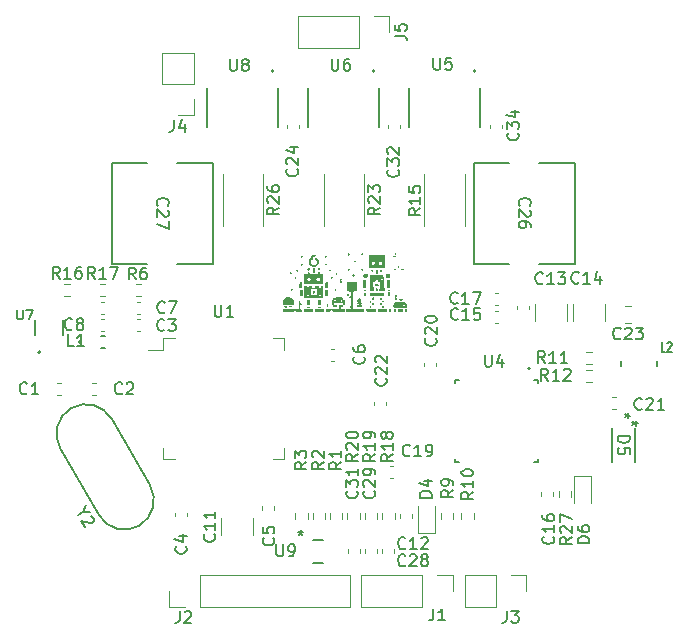
<source format=gbr>
%TF.GenerationSoftware,KiCad,Pcbnew,7.0.9*%
%TF.CreationDate,2023-12-12T19:27:25-05:00*%
%TF.ProjectId,MotorDriver,4d6f746f-7244-4726-9976-65722e6b6963,rev?*%
%TF.SameCoordinates,Original*%
%TF.FileFunction,Legend,Top*%
%TF.FilePolarity,Positive*%
%FSLAX46Y46*%
G04 Gerber Fmt 4.6, Leading zero omitted, Abs format (unit mm)*
G04 Created by KiCad (PCBNEW 7.0.9) date 2023-12-12 19:27:25*
%MOMM*%
%LPD*%
G01*
G04 APERTURE LIST*
%ADD10C,0.000000*%
%ADD11C,0.150000*%
%ADD12C,0.120000*%
%ADD13C,0.127000*%
%ADD14C,0.200000*%
%ADD15C,0.152400*%
G04 APERTURE END LIST*
D10*
G36*
X82862802Y-129918550D02*
G01*
X82865466Y-129918836D01*
X82868159Y-129919322D01*
X82870884Y-129920001D01*
X82873645Y-129920866D01*
X82876443Y-129921908D01*
X82879282Y-129923120D01*
X82885094Y-129926023D01*
X82891105Y-129929516D01*
X82897338Y-129933536D01*
X82903817Y-129938023D01*
X82917609Y-129948155D01*
X82932669Y-129959425D01*
X82940734Y-129965335D01*
X82949187Y-129971347D01*
X82958051Y-129977399D01*
X82967350Y-129983432D01*
X82958317Y-129990575D01*
X82949664Y-129997765D01*
X82933459Y-130011974D01*
X82905173Y-130037540D01*
X82898902Y-130042884D01*
X82892931Y-130047656D01*
X82887250Y-130051776D01*
X82881849Y-130055167D01*
X82876717Y-130057753D01*
X82874249Y-130058719D01*
X82871845Y-130059454D01*
X82869503Y-130059950D01*
X82867223Y-130060195D01*
X82865002Y-130060181D01*
X82862840Y-130059897D01*
X82859810Y-130059175D01*
X82856822Y-130058257D01*
X82853874Y-130057150D01*
X82850963Y-130055865D01*
X82848087Y-130054411D01*
X82845246Y-130052796D01*
X82842436Y-130051031D01*
X82839656Y-130049123D01*
X82834178Y-130044920D01*
X82828796Y-130040261D01*
X82823494Y-130035218D01*
X82818258Y-130029867D01*
X82813071Y-130024279D01*
X82807918Y-130018530D01*
X82797653Y-130006840D01*
X82787339Y-129995385D01*
X82782124Y-129989930D01*
X82776850Y-129984755D01*
X82781844Y-129980164D01*
X82786807Y-129975272D01*
X82796678Y-129964895D01*
X82806523Y-129954245D01*
X82816406Y-129943943D01*
X82821380Y-129939116D01*
X82826388Y-129934608D01*
X82831435Y-129930498D01*
X82836531Y-129926861D01*
X82839099Y-129925245D01*
X82841682Y-129923777D01*
X82844281Y-129922465D01*
X82846897Y-129921321D01*
X82849531Y-129920354D01*
X82852183Y-129919573D01*
X82854855Y-129918988D01*
X82857548Y-129918609D01*
X82860164Y-129918472D01*
X82862802Y-129918550D01*
G37*
G36*
X80306436Y-128783282D02*
G01*
X80309963Y-128784258D01*
X80313454Y-128785394D01*
X80316913Y-128786687D01*
X80320347Y-128788133D01*
X80327158Y-128791462D01*
X80333932Y-128795346D01*
X80340710Y-128799747D01*
X80347536Y-128804630D01*
X80354452Y-128809958D01*
X80361502Y-128815694D01*
X80376176Y-128828246D01*
X80391900Y-128841995D01*
X80409020Y-128856649D01*
X80418211Y-128864225D01*
X80427880Y-128871918D01*
X80417587Y-128879548D01*
X80407563Y-128887291D01*
X80388428Y-128902729D01*
X80354557Y-128930688D01*
X80347162Y-128936503D01*
X80340250Y-128941652D01*
X80333846Y-128946040D01*
X80327979Y-128949569D01*
X80322674Y-128952141D01*
X80320242Y-128953038D01*
X80317959Y-128953659D01*
X80315831Y-128953992D01*
X80313861Y-128954026D01*
X80312051Y-128953748D01*
X80310405Y-128953145D01*
X80307191Y-128951475D01*
X80304000Y-128949646D01*
X80300837Y-128947664D01*
X80297704Y-128945535D01*
X80291544Y-128940862D01*
X80285546Y-128935678D01*
X80279740Y-128930034D01*
X80274151Y-128923979D01*
X80268808Y-128917566D01*
X80263739Y-128910845D01*
X80258970Y-128903866D01*
X80254529Y-128896681D01*
X80250445Y-128889339D01*
X80246743Y-128881893D01*
X80243453Y-128874393D01*
X80240601Y-128866889D01*
X80238214Y-128859433D01*
X80236321Y-128852074D01*
X80236099Y-128850257D01*
X80236213Y-128848241D01*
X80236647Y-128846043D01*
X80237381Y-128843681D01*
X80238397Y-128841174D01*
X80239678Y-128838538D01*
X80241205Y-128835792D01*
X80242961Y-128832954D01*
X80247084Y-128827070D01*
X80251902Y-128821029D01*
X80257270Y-128814974D01*
X80263044Y-128809046D01*
X80269079Y-128803388D01*
X80275229Y-128798142D01*
X80281349Y-128793450D01*
X80287295Y-128789455D01*
X80290157Y-128787763D01*
X80292922Y-128786298D01*
X80295570Y-128785079D01*
X80298084Y-128784122D01*
X80300446Y-128783447D01*
X80302637Y-128783070D01*
X80304640Y-128783009D01*
X80306436Y-128783282D01*
G37*
G36*
X82706881Y-129259623D02*
G01*
X82714010Y-129266844D01*
X82728254Y-129280492D01*
X82754394Y-129304842D01*
X82759963Y-129310366D01*
X82764982Y-129315681D01*
X82769369Y-129320796D01*
X82773043Y-129325719D01*
X82775921Y-129330460D01*
X82777037Y-129332765D01*
X82777923Y-129335026D01*
X82778569Y-129337247D01*
X82778965Y-129339427D01*
X82779101Y-129341567D01*
X82778967Y-129343670D01*
X82778446Y-129346706D01*
X82777733Y-129349715D01*
X82776836Y-129352696D01*
X82775764Y-129355653D01*
X82774527Y-129358585D01*
X82773134Y-129361494D01*
X82771593Y-129364383D01*
X82769914Y-129367251D01*
X82766175Y-129372933D01*
X82761991Y-129378551D01*
X82757434Y-129384117D01*
X82752575Y-129389641D01*
X82747487Y-129395134D01*
X82742241Y-129400607D01*
X82731565Y-129411535D01*
X82721126Y-129422514D01*
X82716174Y-129428048D01*
X82711498Y-129433628D01*
X82705941Y-129428716D01*
X82700129Y-129423888D01*
X82688012Y-129414396D01*
X82675691Y-129404979D01*
X82663708Y-129395462D01*
X82658013Y-129390612D01*
X82652605Y-129385672D01*
X82647554Y-129380621D01*
X82642926Y-129375436D01*
X82638789Y-129370097D01*
X82636927Y-129367362D01*
X82635212Y-129364580D01*
X82633654Y-129361749D01*
X82632262Y-129358865D01*
X82631043Y-129355926D01*
X82630007Y-129352930D01*
X82629555Y-129351024D01*
X82629381Y-129349028D01*
X82629476Y-129346942D01*
X82629829Y-129344768D01*
X82630428Y-129342507D01*
X82631262Y-129340160D01*
X82632322Y-129337728D01*
X82633595Y-129335211D01*
X82635071Y-129332612D01*
X82636740Y-129329931D01*
X82640611Y-129324327D01*
X82645120Y-129318409D01*
X82650181Y-129312184D01*
X82661612Y-129298851D01*
X82674208Y-129284395D01*
X82680727Y-129276767D01*
X82687276Y-129268885D01*
X82693770Y-129260755D01*
X82700113Y-129252398D01*
X82706881Y-129259623D01*
G37*
G36*
X80299735Y-128119609D02*
G01*
X80302631Y-128120029D01*
X80305550Y-128120663D01*
X80308497Y-128121503D01*
X80311475Y-128122542D01*
X80314488Y-128123772D01*
X80317540Y-128125185D01*
X80320635Y-128126774D01*
X80323776Y-128128530D01*
X80330212Y-128132516D01*
X80336880Y-128137081D01*
X80343808Y-128142164D01*
X80358570Y-128153635D01*
X80374740Y-128166435D01*
X80383428Y-128173180D01*
X80392559Y-128180073D01*
X80402162Y-128187052D01*
X80412212Y-128194016D01*
X80402255Y-128200975D01*
X80392442Y-128208188D01*
X80374136Y-128222403D01*
X80342287Y-128247865D01*
X80335208Y-128253171D01*
X80328446Y-128257903D01*
X80321981Y-128261984D01*
X80315796Y-128265340D01*
X80309870Y-128267894D01*
X80307000Y-128268847D01*
X80304187Y-128269571D01*
X80301430Y-128270056D01*
X80298727Y-128270295D01*
X80296075Y-128270276D01*
X80293471Y-128269991D01*
X80290515Y-128269375D01*
X80287596Y-128268526D01*
X80284715Y-128267456D01*
X80281868Y-128266175D01*
X80279055Y-128264695D01*
X80276273Y-128263025D01*
X80273520Y-128261178D01*
X80270796Y-128259163D01*
X80268097Y-128256993D01*
X80265422Y-128254677D01*
X80260139Y-128249652D01*
X80254930Y-128244178D01*
X80249782Y-128238340D01*
X80244681Y-128232226D01*
X80239612Y-128225924D01*
X80229512Y-128213101D01*
X80224454Y-128206756D01*
X80219370Y-128200570D01*
X80214246Y-128194632D01*
X80209069Y-128189028D01*
X80214366Y-128184166D01*
X80219642Y-128178963D01*
X80230153Y-128167886D01*
X80240639Y-128156500D01*
X80251138Y-128145504D01*
X80256403Y-128140372D01*
X80261686Y-128135600D01*
X80266990Y-128131276D01*
X80272321Y-128127488D01*
X80274998Y-128125822D01*
X80277683Y-128124323D01*
X80280377Y-128123001D01*
X80283080Y-128121869D01*
X80285794Y-128120935D01*
X80288518Y-128120213D01*
X80291253Y-128119712D01*
X80294000Y-128119443D01*
X80296860Y-128119411D01*
X80299735Y-128119609D01*
G37*
G36*
X81239357Y-132845959D02*
G01*
X80471536Y-132845959D01*
X80471536Y-132664191D01*
X81239357Y-132664191D01*
X81239357Y-132845959D01*
G37*
G36*
X88736870Y-132019871D02*
G01*
X88812889Y-132021394D01*
X88888790Y-132024318D01*
X88964508Y-132028662D01*
X88983184Y-132030455D01*
X89001257Y-132033247D01*
X89018720Y-132037022D01*
X89035567Y-132041765D01*
X89051793Y-132047464D01*
X89067389Y-132054102D01*
X89082351Y-132061665D01*
X89096671Y-132070139D01*
X89110344Y-132079510D01*
X89123363Y-132089763D01*
X89135721Y-132100883D01*
X89147413Y-132112857D01*
X89158432Y-132125669D01*
X89168771Y-132139304D01*
X89178425Y-132153750D01*
X89187386Y-132168990D01*
X89195650Y-132185011D01*
X89203208Y-132201798D01*
X89210055Y-132219337D01*
X89216185Y-132237613D01*
X89221591Y-132256611D01*
X89226267Y-132276318D01*
X89230207Y-132296718D01*
X89233403Y-132317798D01*
X89235851Y-132339542D01*
X89237543Y-132361936D01*
X89238473Y-132384966D01*
X89238634Y-132408617D01*
X89238022Y-132432875D01*
X89236628Y-132457726D01*
X89234447Y-132483154D01*
X89231472Y-132509145D01*
X89231208Y-132509145D01*
X88690399Y-132509244D01*
X88155148Y-132506763D01*
X88152800Y-132506672D01*
X88150375Y-132506401D01*
X88147882Y-132505959D01*
X88145330Y-132505352D01*
X88142727Y-132504587D01*
X88140081Y-132503673D01*
X88134696Y-132501422D01*
X88129245Y-132498657D01*
X88123796Y-132495434D01*
X88118418Y-132491811D01*
X88113178Y-132487846D01*
X88108146Y-132483595D01*
X88103391Y-132479117D01*
X88098981Y-132474468D01*
X88094984Y-132469706D01*
X88091469Y-132464888D01*
X88088505Y-132460071D01*
X88087251Y-132457681D01*
X88086160Y-132455313D01*
X88085242Y-132452975D01*
X88084504Y-132450672D01*
X88079831Y-132432360D01*
X88076216Y-132414011D01*
X88073639Y-132395663D01*
X88072079Y-132377353D01*
X88071515Y-132359119D01*
X88071927Y-132340998D01*
X88073294Y-132323028D01*
X88075595Y-132305246D01*
X88078809Y-132287691D01*
X88080627Y-132280037D01*
X88244076Y-132280037D01*
X88244312Y-132281603D01*
X88246394Y-132288076D01*
X88249038Y-132294744D01*
X88252197Y-132301530D01*
X88255825Y-132308354D01*
X88259877Y-132315140D01*
X88264306Y-132321809D01*
X88269066Y-132328284D01*
X88274111Y-132334486D01*
X88279394Y-132340338D01*
X88284870Y-132345761D01*
X88290493Y-132350679D01*
X88296216Y-132355012D01*
X88301993Y-132358683D01*
X88304888Y-132360246D01*
X88307779Y-132361615D01*
X88310660Y-132362778D01*
X88313526Y-132363728D01*
X88316371Y-132364454D01*
X88319189Y-132364946D01*
X88321888Y-132365185D01*
X88324628Y-132365163D01*
X88327412Y-132364889D01*
X88330243Y-132364373D01*
X88333124Y-132363624D01*
X88336058Y-132362651D01*
X88339046Y-132361462D01*
X88342092Y-132360068D01*
X88345198Y-132358476D01*
X88348368Y-132356697D01*
X88354907Y-132352612D01*
X88361732Y-132347885D01*
X88368864Y-132342589D01*
X88384136Y-132330581D01*
X88400895Y-132317172D01*
X88409887Y-132310124D01*
X88419317Y-132302945D01*
X88428231Y-132296420D01*
X88876137Y-132296420D01*
X88876179Y-132299122D01*
X88876495Y-132301962D01*
X88877070Y-132304924D01*
X88877893Y-132307993D01*
X88878949Y-132311155D01*
X88880225Y-132314395D01*
X88883384Y-132321046D01*
X88887265Y-132327830D01*
X88891759Y-132334626D01*
X88896762Y-132341317D01*
X88902165Y-132347782D01*
X88907864Y-132353903D01*
X88913750Y-132359560D01*
X88919717Y-132364636D01*
X88925660Y-132369011D01*
X88931470Y-132372565D01*
X88934293Y-132373997D01*
X88937042Y-132375180D01*
X88939706Y-132376099D01*
X88942270Y-132376737D01*
X88944721Y-132377082D01*
X88947046Y-132377118D01*
X88949992Y-132376845D01*
X88952929Y-132376329D01*
X88955860Y-132375580D01*
X88958790Y-132374606D01*
X88961720Y-132373416D01*
X88964655Y-132372018D01*
X88967598Y-132370421D01*
X88970552Y-132368634D01*
X88973521Y-132366666D01*
X88976508Y-132364525D01*
X88982550Y-132359761D01*
X88988706Y-132354410D01*
X88995001Y-132348543D01*
X89001464Y-132342229D01*
X89008122Y-132335539D01*
X89022129Y-132321307D01*
X89029533Y-132313905D01*
X89037240Y-132306406D01*
X89045278Y-132298878D01*
X89053518Y-132291530D01*
X88993744Y-132242445D01*
X88945723Y-132202757D01*
X88940810Y-132208602D01*
X88935559Y-132214432D01*
X88924395Y-132226061D01*
X88912939Y-132237671D01*
X88907323Y-132243478D01*
X88901901Y-132249291D01*
X88896761Y-132255113D01*
X88891992Y-132260947D01*
X88887683Y-132266798D01*
X88883922Y-132272669D01*
X88882275Y-132275613D01*
X88880798Y-132278563D01*
X88879503Y-132281520D01*
X88878400Y-132284484D01*
X88877501Y-132287455D01*
X88876817Y-132290435D01*
X88876359Y-132293423D01*
X88876137Y-132296420D01*
X88428231Y-132296420D01*
X88429205Y-132295706D01*
X88439574Y-132288482D01*
X88439575Y-132288482D01*
X88429188Y-132281694D01*
X88419335Y-132274958D01*
X88401086Y-132261850D01*
X88369394Y-132238542D01*
X88362260Y-132233624D01*
X88355368Y-132229173D01*
X88348682Y-132225241D01*
X88342167Y-132221881D01*
X88335784Y-132219144D01*
X88329499Y-132217083D01*
X88326381Y-132216321D01*
X88323274Y-132215748D01*
X88320172Y-132215370D01*
X88317073Y-132215192D01*
X88314617Y-132215292D01*
X88312023Y-132215680D01*
X88309306Y-132216339D01*
X88306480Y-132217254D01*
X88303561Y-132218408D01*
X88300563Y-132219787D01*
X88294393Y-132223150D01*
X88288089Y-132227216D01*
X88281773Y-132231856D01*
X88275563Y-132236942D01*
X88269580Y-132242345D01*
X88263945Y-132247937D01*
X88258777Y-132253590D01*
X88254196Y-132259176D01*
X88250323Y-132264566D01*
X88247278Y-132269632D01*
X88246104Y-132272003D01*
X88245181Y-132274245D01*
X88244526Y-132276343D01*
X88244152Y-132278278D01*
X88244076Y-132280037D01*
X88080627Y-132280037D01*
X88082916Y-132270399D01*
X88087896Y-132253408D01*
X88093726Y-132236755D01*
X88100388Y-132220479D01*
X88107860Y-132204616D01*
X88116121Y-132189205D01*
X88125150Y-132174282D01*
X88134928Y-132159885D01*
X88145433Y-132146053D01*
X88156645Y-132132822D01*
X88168542Y-132120230D01*
X88181105Y-132108314D01*
X88194313Y-132097113D01*
X88208144Y-132086663D01*
X88222579Y-132077002D01*
X88237596Y-132068168D01*
X88253175Y-132060198D01*
X88269295Y-132053130D01*
X88285936Y-132047001D01*
X88303076Y-132041849D01*
X88320695Y-132037712D01*
X88338773Y-132034626D01*
X88357289Y-132032630D01*
X88432920Y-132027424D01*
X88508759Y-132023527D01*
X88584740Y-132020957D01*
X88660799Y-132019732D01*
X88736870Y-132019871D01*
G37*
G36*
X84852374Y-128522126D02*
G01*
X84860523Y-128532499D01*
X84876299Y-128551822D01*
X84903683Y-128584514D01*
X84914101Y-128597735D01*
X84918231Y-128603532D01*
X84921542Y-128608773D01*
X84923961Y-128613450D01*
X84925412Y-128617554D01*
X84925751Y-128619388D01*
X84925821Y-128621075D01*
X84925612Y-128622614D01*
X84925114Y-128624003D01*
X84921822Y-128630081D01*
X84918027Y-128636178D01*
X84913772Y-128642242D01*
X84909099Y-128648225D01*
X84904050Y-128654076D01*
X84898669Y-128659745D01*
X84892998Y-128665183D01*
X84887080Y-128670338D01*
X84880957Y-128675162D01*
X84874673Y-128679604D01*
X84868269Y-128683615D01*
X84861788Y-128687144D01*
X84855273Y-128690140D01*
X84852016Y-128691424D01*
X84848766Y-128692556D01*
X84845529Y-128693529D01*
X84842311Y-128694339D01*
X84839116Y-128694978D01*
X84835949Y-128695441D01*
X84833615Y-128695574D01*
X84831138Y-128695436D01*
X84828530Y-128695040D01*
X84825807Y-128694398D01*
X84822982Y-128693523D01*
X84820071Y-128692428D01*
X84817086Y-128691126D01*
X84814043Y-128689628D01*
X84807837Y-128686100D01*
X84801566Y-128681944D01*
X84795344Y-128677263D01*
X84789284Y-128672157D01*
X84783500Y-128666730D01*
X84778106Y-128661081D01*
X84773215Y-128655313D01*
X84768940Y-128649527D01*
X84765396Y-128643825D01*
X84763933Y-128641037D01*
X84762695Y-128638308D01*
X84761697Y-128635651D01*
X84760952Y-128633078D01*
X84760475Y-128630602D01*
X84760279Y-128628237D01*
X84760349Y-128625480D01*
X84760652Y-128622714D01*
X84761181Y-128619934D01*
X84761930Y-128617134D01*
X84762892Y-128614311D01*
X84764059Y-128611458D01*
X84765426Y-128608572D01*
X84766985Y-128605648D01*
X84768729Y-128602680D01*
X84770651Y-128599663D01*
X84775004Y-128593467D01*
X84779988Y-128587019D01*
X84785547Y-128580281D01*
X84798174Y-128565780D01*
X84812444Y-128549655D01*
X84820057Y-128540887D01*
X84827917Y-128531595D01*
X84835967Y-128521743D01*
X84844152Y-128511291D01*
X84852374Y-128522126D01*
G37*
G36*
X79943741Y-129289241D02*
G01*
X79946107Y-129289645D01*
X79948646Y-129290302D01*
X79951340Y-129291200D01*
X79957120Y-129293660D01*
X79963296Y-129296911D01*
X79969721Y-129300843D01*
X79976244Y-129305343D01*
X79982718Y-129310299D01*
X79988994Y-129315600D01*
X79994922Y-129321132D01*
X80000355Y-129326785D01*
X80005142Y-129332446D01*
X80009136Y-129338003D01*
X80010788Y-129340707D01*
X80012187Y-129343344D01*
X80013312Y-129345898D01*
X80014146Y-129348357D01*
X80014670Y-129350706D01*
X80014865Y-129352930D01*
X80014784Y-129356008D01*
X80014494Y-129359093D01*
X80014003Y-129362187D01*
X80013319Y-129365295D01*
X80012449Y-129368421D01*
X80011401Y-129371566D01*
X80010181Y-129374736D01*
X80008797Y-129377933D01*
X80005566Y-129384424D01*
X80001769Y-129391068D01*
X79997462Y-129397890D01*
X79992707Y-129404921D01*
X79982082Y-129419717D01*
X79970366Y-129435679D01*
X79964246Y-129444167D01*
X79958030Y-129453030D01*
X79951776Y-129462296D01*
X79945545Y-129471993D01*
X79945280Y-129471728D01*
X79937626Y-129463499D01*
X79929903Y-129455577D01*
X79914588Y-129440644D01*
X79886873Y-129414347D01*
X79881049Y-129408500D01*
X79875837Y-129402939D01*
X79871323Y-129397661D01*
X79867592Y-129392663D01*
X79864728Y-129387943D01*
X79863649Y-129385686D01*
X79862819Y-129383497D01*
X79862248Y-129381377D01*
X79861948Y-129379324D01*
X79861928Y-129377338D01*
X79862201Y-129375420D01*
X79863908Y-129368966D01*
X79866223Y-129362436D01*
X79869101Y-129355877D01*
X79872499Y-129349338D01*
X79876373Y-129342865D01*
X79880679Y-129336506D01*
X79885373Y-129330309D01*
X79890412Y-129324322D01*
X79895752Y-129318593D01*
X79901348Y-129313168D01*
X79907158Y-129308096D01*
X79913137Y-129303424D01*
X79919242Y-129299201D01*
X79925428Y-129295473D01*
X79931653Y-129292288D01*
X79937872Y-129289695D01*
X79939605Y-129289252D01*
X79941567Y-129289106D01*
X79943741Y-129289241D01*
G37*
G36*
X84330861Y-130504132D02*
G01*
X84822191Y-130504132D01*
X84822191Y-130978530D01*
X84604274Y-130979125D01*
X84496593Y-130978307D01*
X84442930Y-130977163D01*
X84389333Y-130975355D01*
X84387383Y-130975162D01*
X84385360Y-130974737D01*
X84383272Y-130974092D01*
X84381128Y-130973238D01*
X84378937Y-130972186D01*
X84376706Y-130970946D01*
X84374446Y-130969529D01*
X84372164Y-130967947D01*
X84369869Y-130966209D01*
X84367570Y-130964327D01*
X84362995Y-130960175D01*
X84358507Y-130955576D01*
X84354176Y-130950617D01*
X84350072Y-130945385D01*
X84346263Y-130939967D01*
X84342820Y-130934450D01*
X84339810Y-130928921D01*
X84338491Y-130926179D01*
X84337305Y-130923466D01*
X84336263Y-130920793D01*
X84335373Y-130918172D01*
X84334644Y-130915613D01*
X84334084Y-130913126D01*
X84333702Y-130910724D01*
X84333506Y-130908416D01*
X84331797Y-130859551D01*
X84330749Y-130810491D01*
X84330100Y-130711202D01*
X84330400Y-130629280D01*
X84460241Y-130629280D01*
X84472148Y-130838036D01*
X84699689Y-130838036D01*
X84719268Y-130629280D01*
X84460241Y-130629280D01*
X84330400Y-130629280D01*
X84330861Y-130503868D01*
X84330861Y-130504132D01*
G37*
G36*
X88785007Y-129218015D02*
G01*
X88786178Y-129218522D01*
X88791856Y-129221469D01*
X88797854Y-129223896D01*
X88804141Y-129225859D01*
X88810687Y-129227410D01*
X88824428Y-129229498D01*
X88838826Y-129230594D01*
X88868597Y-129231544D01*
X88883468Y-129232268D01*
X88897998Y-129233736D01*
X88905056Y-129234884D01*
X88911935Y-129236381D01*
X88918604Y-129238282D01*
X88925030Y-129240640D01*
X88931184Y-129243509D01*
X88937033Y-129246944D01*
X88942547Y-129250999D01*
X88947694Y-129255729D01*
X88952443Y-129261187D01*
X88956763Y-129267429D01*
X88960622Y-129274507D01*
X88963989Y-129282477D01*
X88966833Y-129291392D01*
X88969123Y-129301308D01*
X88970828Y-129312277D01*
X88971916Y-129324355D01*
X88971652Y-129324355D01*
X88946863Y-129327657D01*
X88922667Y-129331375D01*
X88875839Y-129338643D01*
X88853103Y-129341486D01*
X88841881Y-129342555D01*
X88830748Y-129343331D01*
X88819697Y-129343768D01*
X88808722Y-129343824D01*
X88797816Y-129343453D01*
X88786972Y-129342612D01*
X88784330Y-129342222D01*
X88781712Y-129341606D01*
X88779116Y-129340774D01*
X88776542Y-129339738D01*
X88773988Y-129338507D01*
X88771453Y-129337094D01*
X88768937Y-129335508D01*
X88766438Y-129333760D01*
X88763954Y-129331862D01*
X88761485Y-129329824D01*
X88756588Y-129325371D01*
X88751736Y-129320487D01*
X88746921Y-129315260D01*
X88742133Y-129309776D01*
X88737365Y-129304120D01*
X88727850Y-129292643D01*
X88723086Y-129286993D01*
X88718304Y-129281518D01*
X88713497Y-129276305D01*
X88708656Y-129271439D01*
X88713759Y-129267673D01*
X88719106Y-129263489D01*
X88730294Y-129254278D01*
X88741742Y-129244626D01*
X88752973Y-129235356D01*
X88758358Y-129231121D01*
X88763510Y-129227289D01*
X88768369Y-129223963D01*
X88772875Y-129221246D01*
X88776968Y-129219241D01*
X88778842Y-129218537D01*
X88780590Y-129218050D01*
X88782205Y-129217792D01*
X88783680Y-129217776D01*
X88785007Y-129218015D01*
G37*
G36*
X83178191Y-130925480D02*
G01*
X83180279Y-130925977D01*
X83182447Y-130926727D01*
X83184695Y-130927722D01*
X83187023Y-130928950D01*
X83189431Y-130930401D01*
X83191919Y-130932066D01*
X83194487Y-130933933D01*
X83199866Y-130938236D01*
X83205568Y-130943230D01*
X83211594Y-130948831D01*
X83224624Y-130961534D01*
X83238966Y-130975695D01*
X83246631Y-130983118D01*
X83254629Y-130990661D01*
X83262958Y-130998243D01*
X83271450Y-131005634D01*
X83261986Y-131012038D01*
X83252805Y-131018560D01*
X83235687Y-131031376D01*
X83220034Y-131043492D01*
X83205608Y-131054433D01*
X83198781Y-131059314D01*
X83192174Y-131063723D01*
X83185755Y-131067602D01*
X83179497Y-131070890D01*
X83173368Y-131073529D01*
X83167340Y-131075459D01*
X83164355Y-131076140D01*
X83161384Y-131076621D01*
X83158423Y-131076895D01*
X83155469Y-131076955D01*
X83153146Y-131076745D01*
X83150700Y-131076225D01*
X83148146Y-131075413D01*
X83145498Y-131074326D01*
X83142769Y-131072982D01*
X83139974Y-131071397D01*
X83137126Y-131069591D01*
X83134240Y-131067579D01*
X83128409Y-131063010D01*
X83122592Y-131057831D01*
X83116901Y-131052180D01*
X83111449Y-131046197D01*
X83106347Y-131040023D01*
X83101708Y-131033795D01*
X83097642Y-131027654D01*
X83094264Y-131021740D01*
X83092867Y-131018911D01*
X83091683Y-131016192D01*
X83090727Y-131013598D01*
X83090013Y-131011148D01*
X83089555Y-131008860D01*
X83089366Y-131006750D01*
X83089460Y-131004837D01*
X83089852Y-131003136D01*
X83092242Y-130996955D01*
X83095212Y-130990744D01*
X83098718Y-130984548D01*
X83102714Y-130978410D01*
X83107155Y-130972377D01*
X83111995Y-130966492D01*
X83117190Y-130960800D01*
X83122694Y-130955346D01*
X83128461Y-130950174D01*
X83134447Y-130945329D01*
X83140605Y-130940855D01*
X83146891Y-130936796D01*
X83153259Y-130933199D01*
X83159664Y-130930106D01*
X83166060Y-130927563D01*
X83169241Y-130926511D01*
X83172403Y-130925614D01*
X83174253Y-130925288D01*
X83176182Y-130925247D01*
X83178191Y-130925480D01*
G37*
G36*
X82700121Y-129252388D02*
G01*
X82700113Y-129252398D01*
X82699857Y-129252124D01*
X82700121Y-129252388D01*
G37*
G36*
X88454617Y-132645932D02*
G01*
X88454391Y-132645934D01*
X88454657Y-132645670D01*
X88454617Y-132645932D01*
G37*
G36*
X82502378Y-131009255D02*
G01*
X82507883Y-131010117D01*
X82513210Y-131011327D01*
X82518336Y-131012920D01*
X82523240Y-131014934D01*
X82527901Y-131017404D01*
X82532297Y-131020368D01*
X82536407Y-131023861D01*
X82540210Y-131027920D01*
X82543683Y-131032583D01*
X82546806Y-131037884D01*
X82549557Y-131043861D01*
X82551915Y-131050550D01*
X82553858Y-131057988D01*
X82555364Y-131066210D01*
X82556412Y-131075255D01*
X82556982Y-131085157D01*
X82559657Y-131183896D01*
X82560719Y-131282735D01*
X82560359Y-131332129D01*
X82559251Y-131381474D01*
X82557282Y-131430744D01*
X82554336Y-131479915D01*
X82554000Y-131482649D01*
X82553396Y-131485437D01*
X82552536Y-131488272D01*
X82551432Y-131491147D01*
X82550095Y-131494055D01*
X82548535Y-131496987D01*
X82546766Y-131499937D01*
X82544798Y-131502897D01*
X82542643Y-131505860D01*
X82540312Y-131508818D01*
X82535169Y-131514690D01*
X82529461Y-131520455D01*
X82523280Y-131526052D01*
X82516718Y-131531423D01*
X82509865Y-131536509D01*
X82502816Y-131541250D01*
X82495660Y-131545586D01*
X82488491Y-131549459D01*
X82481399Y-131552809D01*
X82474477Y-131555577D01*
X82467817Y-131557703D01*
X82458657Y-131559965D01*
X82449316Y-131561725D01*
X82439770Y-131563031D01*
X82429994Y-131563933D01*
X82419962Y-131564480D01*
X82409648Y-131564721D01*
X82388078Y-131564483D01*
X82340457Y-131562503D01*
X82314003Y-131561548D01*
X82285519Y-131561143D01*
X82285519Y-131085951D01*
X82285719Y-131077583D01*
X82286308Y-131069829D01*
X82287270Y-131062667D01*
X82288590Y-131056074D01*
X82290252Y-131050028D01*
X82292241Y-131044507D01*
X82294541Y-131039489D01*
X82297136Y-131034952D01*
X82300011Y-131030875D01*
X82303151Y-131027234D01*
X82306539Y-131024007D01*
X82310160Y-131021173D01*
X82313998Y-131018710D01*
X82318038Y-131016595D01*
X82322265Y-131014807D01*
X82326662Y-131013323D01*
X82331214Y-131012121D01*
X82335906Y-131011179D01*
X82340721Y-131010475D01*
X82345645Y-131009987D01*
X82355755Y-131009570D01*
X82366110Y-131009751D01*
X82376586Y-131010354D01*
X82387058Y-131011202D01*
X82407492Y-131012926D01*
X82418551Y-131013223D01*
X82430183Y-131012720D01*
X82454477Y-131010483D01*
X82466795Y-131009332D01*
X82479000Y-131008550D01*
X82490918Y-131008426D01*
X82502378Y-131009255D01*
G37*
G36*
X84699689Y-130838036D02*
G01*
X84472148Y-130838036D01*
X84460241Y-130629280D01*
X84719268Y-130629280D01*
X84699689Y-130838036D01*
G37*
G36*
X87091358Y-131777142D02*
G01*
X87088194Y-131803956D01*
X87084475Y-131830402D01*
X87080005Y-131856518D01*
X87074591Y-131882347D01*
X87074148Y-131883253D01*
X87073237Y-131884133D01*
X87071889Y-131884987D01*
X87070134Y-131885811D01*
X87065531Y-131887365D01*
X87059675Y-131888779D01*
X87052814Y-131890039D01*
X87045197Y-131891128D01*
X87037071Y-131892030D01*
X87028685Y-131892732D01*
X87020287Y-131893216D01*
X87012124Y-131893468D01*
X87004445Y-131893471D01*
X86997497Y-131893211D01*
X86991530Y-131892672D01*
X86986790Y-131891839D01*
X86984958Y-131891307D01*
X86983526Y-131890695D01*
X86982525Y-131890002D01*
X86981986Y-131889226D01*
X86973451Y-131864589D01*
X86965747Y-131839373D01*
X86958638Y-131813393D01*
X86951889Y-131786468D01*
X86923777Y-131665653D01*
X86923513Y-131665389D01*
X87102372Y-131665389D01*
X87091358Y-131777142D01*
G37*
G36*
X84302502Y-127902656D02*
G01*
X84309143Y-127908840D01*
X84323093Y-127921063D01*
X84337347Y-127933225D01*
X84351201Y-127945479D01*
X84357758Y-127951690D01*
X84363951Y-127957982D01*
X84369692Y-127964375D01*
X84374894Y-127970888D01*
X84379467Y-127977540D01*
X84381491Y-127980925D01*
X84383325Y-127984351D01*
X84384957Y-127987823D01*
X84386378Y-127991341D01*
X84387576Y-127994909D01*
X84388540Y-127998528D01*
X84389065Y-128001514D01*
X84389308Y-128004564D01*
X84389284Y-128007677D01*
X84389004Y-128010848D01*
X84388483Y-128014076D01*
X84387734Y-128017357D01*
X84386770Y-128020687D01*
X84385605Y-128024065D01*
X84382722Y-128030948D01*
X84379192Y-128037982D01*
X84375121Y-128045142D01*
X84370615Y-128052404D01*
X84365780Y-128059744D01*
X84360723Y-128067136D01*
X84350366Y-128081984D01*
X84340393Y-128096750D01*
X84335817Y-128104042D01*
X84331655Y-128111241D01*
X84280061Y-128113093D01*
X84274498Y-128105742D01*
X84268502Y-128098377D01*
X84255657Y-128083621D01*
X84242421Y-128068858D01*
X84235937Y-128061485D01*
X84229691Y-128054124D01*
X84223795Y-128046778D01*
X84218362Y-128039451D01*
X84213503Y-128032149D01*
X84209330Y-128024875D01*
X84207536Y-128021250D01*
X84205956Y-128017633D01*
X84204604Y-128014026D01*
X84203493Y-128010429D01*
X84202637Y-128006842D01*
X84202051Y-128003265D01*
X84201749Y-127999700D01*
X84201744Y-127996147D01*
X84202059Y-127992905D01*
X84202695Y-127989678D01*
X84203637Y-127986465D01*
X84204870Y-127983266D01*
X84206379Y-127980080D01*
X84208148Y-127976905D01*
X84210164Y-127973742D01*
X84212410Y-127970590D01*
X84214872Y-127967448D01*
X84217534Y-127964315D01*
X84223399Y-127958075D01*
X84229884Y-127951864D01*
X84236868Y-127945678D01*
X84244230Y-127939510D01*
X84251850Y-127933355D01*
X84267378Y-127921063D01*
X84275044Y-127914915D01*
X84282484Y-127908759D01*
X84289576Y-127902589D01*
X84296201Y-127896399D01*
X84302502Y-127902656D01*
G37*
G36*
X86223425Y-132101951D02*
G01*
X86202725Y-132097392D01*
X86182547Y-132093410D01*
X86162963Y-132089663D01*
X86144050Y-132085811D01*
X86125880Y-132081513D01*
X86117098Y-132079090D01*
X86108529Y-132076427D01*
X86100184Y-132073482D01*
X86092071Y-132070212D01*
X86084201Y-132066575D01*
X86076581Y-132062528D01*
X86075281Y-132061578D01*
X86074058Y-132060281D01*
X86072915Y-132058659D01*
X86071852Y-132056734D01*
X86070870Y-132054528D01*
X86069969Y-132052063D01*
X86068416Y-132046442D01*
X86067200Y-132040048D01*
X86066326Y-132033055D01*
X86065802Y-132025641D01*
X86065634Y-132017979D01*
X86065829Y-132010246D01*
X86066393Y-132002617D01*
X86067333Y-131995268D01*
X86068656Y-131988375D01*
X86070368Y-131982112D01*
X86071372Y-131979272D01*
X86072476Y-131976656D01*
X86073680Y-131974285D01*
X86074985Y-131972182D01*
X86076393Y-131970368D01*
X86077904Y-131968866D01*
X86084541Y-131963574D01*
X86091547Y-131958680D01*
X86098913Y-131954133D01*
X86106632Y-131949886D01*
X86114692Y-131945888D01*
X86123087Y-131942091D01*
X86131806Y-131938444D01*
X86140841Y-131934900D01*
X86159824Y-131927920D01*
X86179962Y-131920757D01*
X86201187Y-131913017D01*
X86212184Y-131908808D01*
X86223425Y-131904307D01*
X86223425Y-132101951D01*
G37*
G36*
X85672778Y-130991155D02*
G01*
X85676216Y-130991419D01*
X85679669Y-130991871D01*
X85683136Y-130992500D01*
X85686617Y-130993298D01*
X85693614Y-130995360D01*
X85700654Y-130997979D01*
X85707732Y-131001076D01*
X85714840Y-131004574D01*
X85721974Y-131008395D01*
X85736290Y-131016694D01*
X85750631Y-131025349D01*
X85764948Y-131033738D01*
X85772081Y-131037637D01*
X85779190Y-131041237D01*
X85728423Y-131084595D01*
X85668329Y-131135693D01*
X85668329Y-131135428D01*
X85549002Y-131053143D01*
X85556283Y-131048817D01*
X85563544Y-131044221D01*
X85578027Y-131034502D01*
X85592492Y-131024554D01*
X85606979Y-131014944D01*
X85614243Y-131010442D01*
X85621527Y-131006239D01*
X85628837Y-131002403D01*
X85636178Y-130999007D01*
X85643555Y-130996120D01*
X85650972Y-130993815D01*
X85654697Y-130992902D01*
X85658435Y-130992161D01*
X85662185Y-130991601D01*
X85665948Y-130991230D01*
X85669355Y-130991089D01*
X85672778Y-130991155D01*
G37*
G36*
X79796273Y-129916025D02*
G01*
X79801834Y-129919992D01*
X79813579Y-129927803D01*
X79825616Y-129935565D01*
X79837297Y-129943414D01*
X79842801Y-129947413D01*
X79847973Y-129951486D01*
X79852731Y-129955648D01*
X79856996Y-129959917D01*
X79860685Y-129964311D01*
X79862289Y-129966559D01*
X79863718Y-129968845D01*
X79864964Y-129971170D01*
X79866014Y-129973537D01*
X79866861Y-129975948D01*
X79867492Y-129978405D01*
X79867929Y-129980959D01*
X79868153Y-129983563D01*
X79868172Y-129986219D01*
X79867992Y-129988933D01*
X79867622Y-129991705D01*
X79867067Y-129994541D01*
X79866337Y-129997443D01*
X79865438Y-130000415D01*
X79863162Y-130006580D01*
X79860297Y-130013063D01*
X79856904Y-130019891D01*
X79853040Y-130027088D01*
X79844132Y-130042701D01*
X79834043Y-130060112D01*
X79828702Y-130069557D01*
X79823241Y-130079532D01*
X79817719Y-130090061D01*
X79812195Y-130101172D01*
X79812195Y-130101436D01*
X79805168Y-130091340D01*
X79798303Y-130081855D01*
X79785199Y-130064539D01*
X79762519Y-130035258D01*
X79757797Y-130028787D01*
X79753526Y-130022565D01*
X79749744Y-130016548D01*
X79746487Y-130010688D01*
X79743791Y-130004942D01*
X79741692Y-129999264D01*
X79740228Y-129993609D01*
X79739745Y-129990775D01*
X79739434Y-129987930D01*
X79739343Y-129985713D01*
X79739461Y-129983476D01*
X79739778Y-129981221D01*
X79740284Y-129978948D01*
X79740968Y-129976659D01*
X79741822Y-129974355D01*
X79742835Y-129972036D01*
X79743998Y-129969703D01*
X79745300Y-129967357D01*
X79746732Y-129965000D01*
X79749945Y-129960253D01*
X79753558Y-129955469D01*
X79757492Y-129950657D01*
X79761668Y-129945823D01*
X79766006Y-129940974D01*
X79774855Y-129931264D01*
X79779208Y-129926416D01*
X79783407Y-129921584D01*
X79787373Y-129916774D01*
X79791028Y-129911995D01*
X79796273Y-129916025D01*
G37*
G36*
X79711730Y-132707737D02*
G01*
X79711653Y-132707582D01*
X79711917Y-132707582D01*
X79711730Y-132707737D01*
G37*
G36*
X79485238Y-130930981D02*
G01*
X79488105Y-130931252D01*
X79491012Y-130931755D01*
X79493962Y-130932480D01*
X79496957Y-130933419D01*
X79499999Y-130934561D01*
X79503091Y-130935899D01*
X79506235Y-130937423D01*
X79509434Y-130939124D01*
X79516006Y-130943020D01*
X79522827Y-130947515D01*
X79529917Y-130952535D01*
X79544981Y-130963860D01*
X79561357Y-130976414D01*
X79570086Y-130982969D01*
X79579202Y-130989612D01*
X79588726Y-130996271D01*
X79598676Y-131002872D01*
X79598940Y-131002872D01*
X79589069Y-131010082D01*
X79579675Y-131017286D01*
X79562192Y-131031418D01*
X79546241Y-131044762D01*
X79531571Y-131056814D01*
X79524637Y-131062197D01*
X79517930Y-131067067D01*
X79511417Y-131071361D01*
X79505067Y-131075016D01*
X79498849Y-131077969D01*
X79495779Y-131079163D01*
X79492731Y-131080157D01*
X79489700Y-131080944D01*
X79486683Y-131081515D01*
X79483674Y-131081864D01*
X79480671Y-131081982D01*
X79478043Y-131081849D01*
X79475416Y-131081456D01*
X79472790Y-131080817D01*
X79470166Y-131079943D01*
X79467542Y-131078847D01*
X79464920Y-131077540D01*
X79462299Y-131076036D01*
X79459678Y-131074347D01*
X79457059Y-131072484D01*
X79454440Y-131070460D01*
X79449204Y-131065979D01*
X79443969Y-131061000D01*
X79438735Y-131055623D01*
X79433501Y-131049945D01*
X79428266Y-131044065D01*
X79417792Y-131032088D01*
X79412550Y-131026187D01*
X79407304Y-131020476D01*
X79402054Y-131015053D01*
X79396798Y-131010016D01*
X79401929Y-131004552D01*
X79407009Y-130998738D01*
X79417068Y-130986422D01*
X79427071Y-130973790D01*
X79437114Y-130961564D01*
X79442181Y-130955829D01*
X79447294Y-130950466D01*
X79452465Y-130945566D01*
X79457706Y-130941220D01*
X79460357Y-130939282D01*
X79463030Y-130937516D01*
X79465726Y-130935934D01*
X79468447Y-130934547D01*
X79471195Y-130933365D01*
X79473971Y-130932401D01*
X79476777Y-130931666D01*
X79479613Y-130931170D01*
X79482408Y-130930951D01*
X79485238Y-130930981D01*
G37*
G36*
X82349343Y-128785891D02*
G01*
X82352199Y-128786241D01*
X82355090Y-128786823D01*
X82358020Y-128787630D01*
X82360989Y-128788651D01*
X82364002Y-128789879D01*
X82367061Y-128791303D01*
X82370167Y-128792914D01*
X82373324Y-128794704D01*
X82379800Y-128798783D01*
X82386508Y-128803467D01*
X82393469Y-128808682D01*
X82408230Y-128820417D01*
X82424244Y-128833404D01*
X82432771Y-128840186D01*
X82441671Y-128847061D01*
X82450965Y-128853959D01*
X82460505Y-128860687D01*
X82451499Y-128868512D01*
X82442631Y-128876587D01*
X82425823Y-128892671D01*
X82395983Y-128921924D01*
X82389323Y-128928078D01*
X82382988Y-128933580D01*
X82376980Y-128938335D01*
X82371302Y-128942247D01*
X82365956Y-128945224D01*
X82363407Y-128946331D01*
X82360943Y-128947169D01*
X82358563Y-128947725D01*
X82356267Y-128947989D01*
X82354056Y-128947947D01*
X82351930Y-128947589D01*
X82348533Y-128946615D01*
X82345189Y-128945437D01*
X82341894Y-128944064D01*
X82338646Y-128942506D01*
X82335442Y-128940771D01*
X82332281Y-128938871D01*
X82329159Y-128936813D01*
X82326075Y-128934607D01*
X82320008Y-128929793D01*
X82314062Y-128924502D01*
X82308217Y-128918811D01*
X82302452Y-128912796D01*
X82296750Y-128906533D01*
X82291091Y-128900098D01*
X82279822Y-128887016D01*
X82268492Y-128874156D01*
X82262755Y-128868000D01*
X82256944Y-128862128D01*
X82262328Y-128856813D01*
X82267673Y-128851149D01*
X82278280Y-128839134D01*
X82288845Y-128826809D01*
X82299443Y-128814900D01*
X82304779Y-128809328D01*
X82310153Y-128804132D01*
X82315574Y-128799402D01*
X82321052Y-128795230D01*
X82323816Y-128793381D01*
X82326597Y-128791706D01*
X82329397Y-128790215D01*
X82332218Y-128788920D01*
X82335060Y-128787833D01*
X82337925Y-128786964D01*
X82340814Y-128786325D01*
X82343728Y-128785928D01*
X82346520Y-128785784D01*
X82349343Y-128785891D01*
G37*
G36*
X82503057Y-132233867D02*
G01*
X82510591Y-132243164D01*
X82525546Y-132260655D01*
X82552616Y-132291492D01*
X82558295Y-132298394D01*
X82563367Y-132304992D01*
X82567748Y-132311297D01*
X82571352Y-132317318D01*
X82574094Y-132323064D01*
X82575116Y-132325837D01*
X82575889Y-132328545D01*
X82576405Y-132331190D01*
X82576652Y-132333772D01*
X82576619Y-132336293D01*
X82576297Y-132338753D01*
X82575538Y-132342004D01*
X82574559Y-132345211D01*
X82573369Y-132348376D01*
X82571979Y-132351500D01*
X82570400Y-132354586D01*
X82568641Y-132357636D01*
X82566713Y-132360652D01*
X82564626Y-132363636D01*
X82562391Y-132366591D01*
X82560018Y-132369517D01*
X82554898Y-132375295D01*
X82549350Y-132380987D01*
X82543455Y-132386610D01*
X82537297Y-132392179D01*
X82530958Y-132397713D01*
X82518068Y-132408739D01*
X82505444Y-132419822D01*
X82499438Y-132425425D01*
X82493747Y-132431093D01*
X82488732Y-132425601D01*
X82483372Y-132420133D01*
X82471968Y-132409244D01*
X82460242Y-132398374D01*
X82448900Y-132387470D01*
X82443594Y-132381988D01*
X82438649Y-132376478D01*
X82434154Y-132370934D01*
X82430197Y-132365348D01*
X82428448Y-132362537D01*
X82426866Y-132359714D01*
X82425463Y-132356877D01*
X82424250Y-132354025D01*
X82423238Y-132351158D01*
X82422437Y-132348275D01*
X82421859Y-132345375D01*
X82421516Y-132342457D01*
X82421440Y-132339571D01*
X82421603Y-132336664D01*
X82421998Y-132333734D01*
X82422615Y-132330777D01*
X82423446Y-132327791D01*
X82424483Y-132324771D01*
X82425716Y-132321715D01*
X82427138Y-132318620D01*
X82428740Y-132315482D01*
X82430512Y-132312298D01*
X82434538Y-132305780D01*
X82439147Y-132299041D01*
X82444270Y-132292054D01*
X82455787Y-132277236D01*
X82468545Y-132261123D01*
X82475219Y-132252516D01*
X82481998Y-132243508D01*
X82488814Y-132234074D01*
X82495599Y-132224189D01*
X82503057Y-132233867D01*
G37*
G36*
X87359281Y-129173278D02*
G01*
X85985829Y-129173278D01*
X85985829Y-128766465D01*
X86234643Y-128766465D01*
X86234794Y-128774152D01*
X86235534Y-128781869D01*
X86236838Y-128789589D01*
X86238680Y-128797285D01*
X86241036Y-128804929D01*
X86243881Y-128812493D01*
X86247188Y-128819952D01*
X86250934Y-128827276D01*
X86255092Y-128834440D01*
X86259638Y-128841415D01*
X86264547Y-128848175D01*
X86269792Y-128854691D01*
X86275350Y-128860938D01*
X86281194Y-128866886D01*
X86287300Y-128872510D01*
X86293642Y-128877781D01*
X86300196Y-128882673D01*
X86306935Y-128887157D01*
X86313836Y-128891208D01*
X86320872Y-128894797D01*
X86328018Y-128897897D01*
X86335250Y-128900480D01*
X86342542Y-128902520D01*
X86349869Y-128903989D01*
X86357205Y-128904860D01*
X86364526Y-128905106D01*
X86371806Y-128904698D01*
X86379021Y-128903611D01*
X86386144Y-128901816D01*
X86396487Y-128898182D01*
X86407013Y-128893585D01*
X86417626Y-128888100D01*
X86428229Y-128881807D01*
X86438727Y-128874781D01*
X86449024Y-128867102D01*
X86459023Y-128858845D01*
X86468628Y-128850090D01*
X86477743Y-128840912D01*
X86486272Y-128831391D01*
X86494119Y-128821603D01*
X86501188Y-128811626D01*
X86507383Y-128801537D01*
X86512606Y-128791414D01*
X86514824Y-128786364D01*
X86516622Y-128781702D01*
X86844945Y-128781702D01*
X86845198Y-128788940D01*
X86845966Y-128795999D01*
X86847242Y-128802878D01*
X86849024Y-128809579D01*
X86851307Y-128816103D01*
X86854085Y-128822449D01*
X86857355Y-128828619D01*
X86861112Y-128834613D01*
X86865351Y-128840432D01*
X86870068Y-128846075D01*
X86875259Y-128851545D01*
X86880919Y-128856841D01*
X86887043Y-128861964D01*
X86893627Y-128866914D01*
X86900667Y-128871692D01*
X86908157Y-128876300D01*
X86916094Y-128880736D01*
X86924473Y-128885002D01*
X86933290Y-128889099D01*
X86942539Y-128893027D01*
X86952216Y-128896786D01*
X86962318Y-128900378D01*
X86972839Y-128903802D01*
X86995121Y-128910151D01*
X87019027Y-128915839D01*
X87019027Y-128915574D01*
X87024851Y-128908619D01*
X87031331Y-128901443D01*
X87045779Y-128886416D01*
X87061410Y-128870465D01*
X87069371Y-128862134D01*
X87077268Y-128853562D01*
X87084983Y-128844745D01*
X87092395Y-128835680D01*
X87099384Y-128826362D01*
X87105831Y-128816789D01*
X87108814Y-128811906D01*
X87111616Y-128806958D01*
X87114223Y-128801944D01*
X87116619Y-128796863D01*
X87118790Y-128791717D01*
X87120721Y-128786503D01*
X87122397Y-128781223D01*
X87123802Y-128775874D01*
X87125444Y-128768034D01*
X87126608Y-128760296D01*
X87127306Y-128752673D01*
X87127549Y-128745175D01*
X87127349Y-128737814D01*
X87126719Y-128730601D01*
X87125669Y-128723548D01*
X87124211Y-128716665D01*
X87122358Y-128709965D01*
X87120121Y-128703458D01*
X87117512Y-128697156D01*
X87114542Y-128691070D01*
X87111224Y-128685212D01*
X87107569Y-128679592D01*
X87103588Y-128674223D01*
X87099295Y-128669115D01*
X87094700Y-128664280D01*
X87089815Y-128659729D01*
X87084652Y-128655474D01*
X87079223Y-128651525D01*
X87073540Y-128647895D01*
X87067613Y-128644594D01*
X87061456Y-128641634D01*
X87055080Y-128639027D01*
X87048497Y-128636783D01*
X87041718Y-128634913D01*
X87034755Y-128633430D01*
X87027620Y-128632345D01*
X87020325Y-128631668D01*
X87012881Y-128631412D01*
X87005301Y-128631587D01*
X86997596Y-128632205D01*
X86987235Y-128633863D01*
X86976474Y-128636599D01*
X86965435Y-128640333D01*
X86954237Y-128644984D01*
X86943002Y-128650470D01*
X86931851Y-128656711D01*
X86920904Y-128663625D01*
X86910283Y-128671132D01*
X86900109Y-128679151D01*
X86890501Y-128687600D01*
X86881583Y-128696399D01*
X86873473Y-128705466D01*
X86866294Y-128714721D01*
X86860166Y-128724082D01*
X86857533Y-128728778D01*
X86855209Y-128733469D01*
X86853209Y-128738147D01*
X86851546Y-128742801D01*
X86849162Y-128750945D01*
X86847314Y-128758906D01*
X86845998Y-128766686D01*
X86845210Y-128774284D01*
X86844945Y-128781702D01*
X86516622Y-128781702D01*
X86516764Y-128781335D01*
X86518412Y-128776335D01*
X86519758Y-128771376D01*
X86521559Y-128762717D01*
X86522798Y-128754347D01*
X86523483Y-128746263D01*
X86523623Y-128738459D01*
X86523225Y-128730930D01*
X86522296Y-128723671D01*
X86520844Y-128716679D01*
X86518878Y-128709947D01*
X86516404Y-128703472D01*
X86513430Y-128697248D01*
X86509965Y-128691270D01*
X86506015Y-128685535D01*
X86501589Y-128680036D01*
X86496694Y-128674770D01*
X86491337Y-128669731D01*
X86485528Y-128664914D01*
X86479273Y-128660316D01*
X86472579Y-128655930D01*
X86465456Y-128651753D01*
X86457909Y-128647779D01*
X86449948Y-128644004D01*
X86441580Y-128640422D01*
X86432812Y-128637030D01*
X86423653Y-128633822D01*
X86414109Y-128630793D01*
X86404189Y-128627939D01*
X86383250Y-128622736D01*
X86360899Y-128618173D01*
X86337196Y-128614214D01*
X86337196Y-128613949D01*
X86331937Y-128620169D01*
X86326053Y-128626628D01*
X86312838Y-128640275D01*
X86298408Y-128654914D01*
X86291004Y-128662613D01*
X86283618Y-128670570D01*
X86276356Y-128678787D01*
X86269324Y-128687268D01*
X86262631Y-128696015D01*
X86256382Y-128705032D01*
X86250686Y-128714322D01*
X86248078Y-128719070D01*
X86245648Y-128723888D01*
X86243410Y-128728775D01*
X86241376Y-128733732D01*
X86239561Y-128738760D01*
X86237977Y-128743859D01*
X86236210Y-128751292D01*
X86235107Y-128758836D01*
X86234643Y-128766465D01*
X85985829Y-128766465D01*
X85985829Y-128074199D01*
X87359281Y-128074199D01*
X87359281Y-129173278D01*
G37*
G36*
X88286592Y-131434932D02*
G01*
X88289751Y-131435507D01*
X88292943Y-131436382D01*
X88296162Y-131437545D01*
X88299403Y-131438983D01*
X88302660Y-131440682D01*
X88305928Y-131442630D01*
X88309201Y-131444813D01*
X88312475Y-131447218D01*
X88315743Y-131449831D01*
X88319000Y-131452641D01*
X88322240Y-131455633D01*
X88328651Y-131462113D01*
X88334932Y-131469167D01*
X88341039Y-131476688D01*
X88346929Y-131484573D01*
X88352559Y-131492716D01*
X88357885Y-131501012D01*
X88362863Y-131509356D01*
X88367451Y-131517643D01*
X88371605Y-131525768D01*
X88375281Y-131533626D01*
X88375859Y-131535303D01*
X88376162Y-131537107D01*
X88376199Y-131539039D01*
X88375979Y-131541097D01*
X88375513Y-131543280D01*
X88374810Y-131545588D01*
X88373879Y-131548021D01*
X88372730Y-131550576D01*
X88371374Y-131553254D01*
X88369819Y-131556054D01*
X88366151Y-131562015D01*
X88361806Y-131568454D01*
X88356860Y-131575364D01*
X88332605Y-131607594D01*
X88325810Y-131616767D01*
X88318876Y-131626375D01*
X88311881Y-131636411D01*
X88304902Y-131646868D01*
X88304902Y-131646603D01*
X88177372Y-131522249D01*
X88184026Y-131516022D01*
X88190689Y-131509327D01*
X88204033Y-131495022D01*
X88217384Y-131480307D01*
X88230719Y-131466157D01*
X88237374Y-131459598D01*
X88244017Y-131453545D01*
X88250645Y-131448120D01*
X88257256Y-131443444D01*
X88260554Y-131441426D01*
X88263847Y-131439640D01*
X88267134Y-131438103D01*
X88270414Y-131436829D01*
X88273689Y-131435833D01*
X88276957Y-131435132D01*
X88280217Y-131434740D01*
X88283471Y-131434672D01*
X88286592Y-131434932D01*
G37*
G36*
X86655622Y-129784334D02*
G01*
X86880055Y-129786020D01*
X87104487Y-129786318D01*
X87121035Y-129786674D01*
X87136460Y-129787780D01*
X87150779Y-129789691D01*
X87157529Y-129790965D01*
X87164010Y-129792461D01*
X87170224Y-129794186D01*
X87176172Y-129796146D01*
X87181858Y-129798349D01*
X87187282Y-129800801D01*
X87192449Y-129803509D01*
X87197358Y-129806480D01*
X87202014Y-129809721D01*
X87206418Y-129813239D01*
X87210573Y-129817041D01*
X87214480Y-129821133D01*
X87218141Y-129825523D01*
X87221560Y-129830217D01*
X87224739Y-129835222D01*
X87227679Y-129840546D01*
X87230382Y-129846194D01*
X87232852Y-129852174D01*
X87235090Y-129858493D01*
X87237098Y-129865158D01*
X87238879Y-129872175D01*
X87240435Y-129879552D01*
X87241768Y-129887294D01*
X87242880Y-129895410D01*
X87244452Y-129912789D01*
X87285231Y-130523612D01*
X87329383Y-131142572D01*
X87329119Y-131142572D01*
X86907901Y-131142572D01*
X86907946Y-131123101D01*
X86906906Y-131103776D01*
X86905104Y-131084584D01*
X86902862Y-131065516D01*
X86898353Y-131027709D01*
X86896732Y-131008949D01*
X86895962Y-130990271D01*
X86896368Y-130971664D01*
X86897112Y-130962384D01*
X86898272Y-130953118D01*
X86899886Y-130943865D01*
X86901996Y-130934623D01*
X86904642Y-130925390D01*
X86907864Y-130916167D01*
X86911703Y-130906951D01*
X86916199Y-130897741D01*
X86921392Y-130888535D01*
X86927323Y-130879334D01*
X86934032Y-130870134D01*
X86941559Y-130860935D01*
X86949945Y-130851735D01*
X86959230Y-130842534D01*
X86962666Y-130838910D01*
X86965742Y-130834897D01*
X86968475Y-130830514D01*
X86970880Y-130825778D01*
X86972976Y-130820709D01*
X86974778Y-130815325D01*
X86976304Y-130809644D01*
X86977569Y-130803686D01*
X86979387Y-130791010D01*
X86980364Y-130777445D01*
X86980634Y-130763140D01*
X86980331Y-130748243D01*
X86979587Y-130732903D01*
X86978537Y-130717268D01*
X86976048Y-130685707D01*
X86973932Y-130654747D01*
X86973346Y-130639864D01*
X86973254Y-130625576D01*
X86973853Y-130556706D01*
X86973882Y-130487563D01*
X86973519Y-130346970D01*
X86803392Y-130323422D01*
X86783813Y-130199332D01*
X86767273Y-130198200D01*
X86750571Y-130196327D01*
X86717159Y-130191763D01*
X86700684Y-130189773D01*
X86684521Y-130188445D01*
X86668789Y-130188130D01*
X86661121Y-130188462D01*
X86653605Y-130189179D01*
X86646255Y-130190325D01*
X86639087Y-130191943D01*
X86632115Y-130194077D01*
X86625354Y-130196772D01*
X86618819Y-130200070D01*
X86612525Y-130204017D01*
X86606486Y-130208655D01*
X86600717Y-130214029D01*
X86595232Y-130220182D01*
X86590048Y-130227159D01*
X86585178Y-130235002D01*
X86580637Y-130243757D01*
X86576440Y-130253466D01*
X86572601Y-130264174D01*
X86569137Y-130275925D01*
X86566060Y-130288761D01*
X86565574Y-130290563D01*
X86564866Y-130292393D01*
X86563948Y-130294246D01*
X86562830Y-130296114D01*
X86561524Y-130297992D01*
X86560041Y-130299875D01*
X86558393Y-130301755D01*
X86556589Y-130303628D01*
X86554642Y-130305486D01*
X86552562Y-130307325D01*
X86548048Y-130310918D01*
X86543136Y-130314360D01*
X86537916Y-130317601D01*
X86532475Y-130320594D01*
X86526903Y-130323292D01*
X86521288Y-130325645D01*
X86515720Y-130327606D01*
X86512980Y-130328424D01*
X86510286Y-130329126D01*
X86507647Y-130329706D01*
X86505076Y-130330158D01*
X86502582Y-130330476D01*
X86500178Y-130330654D01*
X86497874Y-130330686D01*
X86495681Y-130330566D01*
X86485735Y-130329852D01*
X86476328Y-130329541D01*
X86467444Y-130329625D01*
X86459072Y-130330096D01*
X86451196Y-130330947D01*
X86443803Y-130332168D01*
X86436880Y-130333752D01*
X86430412Y-130335692D01*
X86424386Y-130337979D01*
X86418788Y-130340605D01*
X86413604Y-130343563D01*
X86408821Y-130346844D01*
X86404425Y-130350440D01*
X86400402Y-130354344D01*
X86396738Y-130358548D01*
X86393420Y-130363043D01*
X86390433Y-130367822D01*
X86387765Y-130372877D01*
X86385400Y-130378200D01*
X86383326Y-130383782D01*
X86381529Y-130389616D01*
X86379995Y-130395695D01*
X86378710Y-130402009D01*
X86377661Y-130408552D01*
X86376213Y-130422289D01*
X86375542Y-130436843D01*
X86375538Y-130452151D01*
X86376090Y-130468149D01*
X86376910Y-130499480D01*
X86376702Y-130530925D01*
X86375031Y-130593925D01*
X86374488Y-130625361D01*
X86374750Y-130656677D01*
X86375327Y-130672271D01*
X86376278Y-130687812D01*
X86377659Y-130703294D01*
X86379529Y-130718709D01*
X86381568Y-130730509D01*
X86384341Y-130742207D01*
X86387747Y-130753815D01*
X86391683Y-130765350D01*
X86396048Y-130776827D01*
X86400737Y-130788259D01*
X86410684Y-130811049D01*
X86420705Y-130833839D01*
X86425488Y-130845271D01*
X86429982Y-130856747D01*
X86434086Y-130868283D01*
X86437696Y-130879891D01*
X86440712Y-130891588D01*
X86443029Y-130903389D01*
X86444978Y-130916871D01*
X86446486Y-130930437D01*
X86447597Y-130944094D01*
X86448354Y-130957851D01*
X86448983Y-130985700D01*
X86448718Y-131014051D01*
X86446899Y-131072532D01*
X86446039Y-131102799D01*
X86445675Y-131133841D01*
X86063882Y-131133841D01*
X86062662Y-131119105D01*
X86061269Y-131104455D01*
X86058458Y-131075368D01*
X86057288Y-131060905D01*
X86056440Y-131046479D01*
X86056039Y-131032078D01*
X86056045Y-131024882D01*
X86056208Y-131017689D01*
X86078268Y-130445527D01*
X86089160Y-130138137D01*
X86235136Y-130138137D01*
X86235331Y-130141124D01*
X86235701Y-130143567D01*
X86236306Y-130145987D01*
X86237135Y-130148384D01*
X86238177Y-130150760D01*
X86239422Y-130153115D01*
X86240857Y-130155452D01*
X86242473Y-130157770D01*
X86244257Y-130160071D01*
X86246199Y-130162356D01*
X86248288Y-130164626D01*
X86252860Y-130169127D01*
X86257887Y-130173582D01*
X86263278Y-130178000D01*
X86268945Y-130182391D01*
X86274799Y-130186762D01*
X86286714Y-130195484D01*
X86292598Y-130199851D01*
X86298313Y-130204236D01*
X86303772Y-130208646D01*
X86308886Y-130213091D01*
X86314008Y-130207739D01*
X86319489Y-130202396D01*
X86331160Y-130191726D01*
X86343153Y-130181056D01*
X86354724Y-130170361D01*
X86360119Y-130164996D01*
X86365130Y-130159616D01*
X86369663Y-130154217D01*
X86373626Y-130148797D01*
X86375364Y-130146078D01*
X86376925Y-130143352D01*
X86378296Y-130140619D01*
X86379467Y-130137879D01*
X86380426Y-130135131D01*
X86381160Y-130132375D01*
X86381659Y-130129610D01*
X86381910Y-130126837D01*
X86381904Y-130126307D01*
X86989659Y-130126307D01*
X86994060Y-130131112D01*
X86998437Y-130136242D01*
X87007146Y-130147143D01*
X87015843Y-130158342D01*
X87024584Y-130169170D01*
X87028988Y-130174234D01*
X87033424Y-130178955D01*
X87037898Y-130183248D01*
X87042419Y-130187029D01*
X87044698Y-130188702D01*
X87046992Y-130190215D01*
X87049300Y-130191558D01*
X87051624Y-130192722D01*
X87053965Y-130193694D01*
X87056324Y-130194466D01*
X87058700Y-130195026D01*
X87061097Y-130195363D01*
X87063663Y-130195502D01*
X87066253Y-130195426D01*
X87068871Y-130195145D01*
X87071518Y-130194664D01*
X87074197Y-130193993D01*
X87076911Y-130193139D01*
X87079662Y-130192109D01*
X87082453Y-130190911D01*
X87088167Y-130188043D01*
X87094071Y-130184597D01*
X87100188Y-130180633D01*
X87106539Y-130176214D01*
X87120023Y-130166257D01*
X87134692Y-130155217D01*
X87142523Y-130149446D01*
X87150712Y-130143588D01*
X87159282Y-130137707D01*
X87168252Y-130131863D01*
X87167987Y-130131863D01*
X87160531Y-130125020D01*
X87153346Y-130118134D01*
X87139809Y-130104529D01*
X87116195Y-130080071D01*
X87111040Y-130074965D01*
X87106193Y-130070410D01*
X87101659Y-130066481D01*
X87097443Y-130063254D01*
X87093550Y-130060801D01*
X87091725Y-130059889D01*
X87089983Y-130059198D01*
X87088324Y-130058738D01*
X87086749Y-130058519D01*
X87085257Y-130058549D01*
X87083850Y-130058838D01*
X87080595Y-130059919D01*
X87077377Y-130061122D01*
X87071045Y-130063875D01*
X87064841Y-130067052D01*
X87058752Y-130070608D01*
X87052763Y-130074497D01*
X87046861Y-130078674D01*
X87041034Y-130083094D01*
X87035266Y-130087711D01*
X87023856Y-130097355D01*
X87012524Y-130107245D01*
X87001161Y-130117016D01*
X86995434Y-130121745D01*
X86989659Y-130126307D01*
X86381904Y-130126307D01*
X86381878Y-130124128D01*
X86381587Y-130121405D01*
X86381046Y-130118666D01*
X86380264Y-130115906D01*
X86379249Y-130113121D01*
X86378010Y-130110307D01*
X86376554Y-130107461D01*
X86374891Y-130104579D01*
X86373028Y-130101656D01*
X86370975Y-130098689D01*
X86366330Y-130092606D01*
X86361023Y-130086301D01*
X86355122Y-130079741D01*
X86341805Y-130065734D01*
X86326919Y-130050339D01*
X86319056Y-130042043D01*
X86311004Y-130033306D01*
X86302829Y-130024099D01*
X86294599Y-130014389D01*
X86294598Y-130014389D01*
X86288927Y-130025317D01*
X86283261Y-130035700D01*
X86272166Y-130054953D01*
X86252463Y-130088273D01*
X86248376Y-130095705D01*
X86244735Y-130102838D01*
X86241595Y-130109705D01*
X86239010Y-130116336D01*
X86237037Y-130122762D01*
X86235729Y-130129015D01*
X86235142Y-130135125D01*
X86235136Y-130138137D01*
X86089160Y-130138137D01*
X86098542Y-129873366D01*
X86098875Y-129866017D01*
X86099423Y-129859044D01*
X86100187Y-129852439D01*
X86101163Y-129846193D01*
X86102350Y-129840295D01*
X86103745Y-129834737D01*
X86105347Y-129829510D01*
X86107154Y-129824604D01*
X86109163Y-129820010D01*
X86111373Y-129815719D01*
X86113782Y-129811721D01*
X86116388Y-129808007D01*
X86119188Y-129804568D01*
X86122181Y-129801396D01*
X86125365Y-129798479D01*
X86128738Y-129795810D01*
X86132297Y-129793379D01*
X86136042Y-129791176D01*
X86139969Y-129789193D01*
X86144077Y-129787420D01*
X86148364Y-129785848D01*
X86152827Y-129784468D01*
X86157466Y-129783270D01*
X86162278Y-129782246D01*
X86172411Y-129780679D01*
X86183213Y-129779695D01*
X86194667Y-129779218D01*
X86206756Y-129779174D01*
X86655622Y-129784334D01*
G37*
G36*
X88310178Y-131651866D02*
G01*
X88317097Y-131657827D01*
X88323311Y-131663950D01*
X88328852Y-131670227D01*
X88333753Y-131676650D01*
X88338046Y-131683211D01*
X88341765Y-131689904D01*
X88344941Y-131696721D01*
X88347608Y-131703653D01*
X88349797Y-131710693D01*
X88351543Y-131717835D01*
X88352876Y-131725069D01*
X88353830Y-131732389D01*
X88354438Y-131739786D01*
X88354743Y-131754784D01*
X88354053Y-131770003D01*
X88352629Y-131785380D01*
X88348620Y-131816370D01*
X88344804Y-131847267D01*
X88343620Y-131862529D01*
X88343267Y-131877584D01*
X88343176Y-131878357D01*
X88342911Y-131879185D01*
X88342482Y-131880062D01*
X88341899Y-131880980D01*
X88341172Y-131881935D01*
X88340310Y-131882921D01*
X88339326Y-131883931D01*
X88338227Y-131884959D01*
X88335730Y-131887047D01*
X88332900Y-131889137D01*
X88329818Y-131891180D01*
X88326565Y-131893129D01*
X88323222Y-131894934D01*
X88319870Y-131896550D01*
X88316591Y-131897926D01*
X88313464Y-131899015D01*
X88311983Y-131899438D01*
X88310571Y-131899770D01*
X88309238Y-131900007D01*
X88307994Y-131900142D01*
X88306849Y-131900169D01*
X88305812Y-131900083D01*
X88304896Y-131899877D01*
X88304108Y-131899545D01*
X88300306Y-131897460D01*
X88296373Y-131895187D01*
X88292358Y-131892739D01*
X88288312Y-131890131D01*
X88284282Y-131887380D01*
X88280319Y-131884499D01*
X88276471Y-131881504D01*
X88272788Y-131878411D01*
X88269319Y-131875234D01*
X88266113Y-131871988D01*
X88263220Y-131868689D01*
X88260688Y-131865351D01*
X88258566Y-131861990D01*
X88257675Y-131860306D01*
X88256905Y-131858621D01*
X88256263Y-131856939D01*
X88255753Y-131855259D01*
X88255384Y-131853586D01*
X88255160Y-131851920D01*
X88253387Y-131827068D01*
X88252333Y-131802136D01*
X88251849Y-131777143D01*
X88251787Y-131752105D01*
X88252779Y-131651894D01*
X88302521Y-131646074D01*
X88310178Y-131651866D01*
G37*
G36*
X88248680Y-129217198D02*
G01*
X88250623Y-129217428D01*
X88252634Y-129217849D01*
X88254716Y-129218454D01*
X88256869Y-129219236D01*
X88259096Y-129220188D01*
X88261396Y-129221302D01*
X88263773Y-129222571D01*
X88268759Y-129225546D01*
X88274064Y-129229055D01*
X88279700Y-129233041D01*
X88292005Y-129242210D01*
X88305761Y-129252591D01*
X88313211Y-129258092D01*
X88321055Y-129263723D01*
X88329306Y-129269425D01*
X88337797Y-129275026D01*
X88329321Y-129282070D01*
X88321104Y-129289219D01*
X88305898Y-129303135D01*
X88279799Y-129327696D01*
X88274049Y-129332790D01*
X88268565Y-129337342D01*
X88263328Y-129341288D01*
X88258314Y-129344567D01*
X88253504Y-129347115D01*
X88251169Y-129348096D01*
X88248876Y-129348871D01*
X88246623Y-129349432D01*
X88244408Y-129349772D01*
X88242227Y-129349882D01*
X88240079Y-129349755D01*
X88237612Y-129349351D01*
X88235172Y-129348739D01*
X88232758Y-129347929D01*
X88230367Y-129346932D01*
X88228000Y-129345757D01*
X88225655Y-129344413D01*
X88223330Y-129342911D01*
X88221025Y-129341260D01*
X88218738Y-129339469D01*
X88216468Y-129337550D01*
X88211974Y-129333361D01*
X88207533Y-129328771D01*
X88203136Y-129323859D01*
X88198774Y-129318702D01*
X88194436Y-129313378D01*
X88185794Y-129302539D01*
X88181471Y-129297181D01*
X88177133Y-129291968D01*
X88172772Y-129286977D01*
X88168377Y-129282286D01*
X88172956Y-129277902D01*
X88177476Y-129273316D01*
X88186401Y-129263753D01*
X88195277Y-129254023D01*
X88204228Y-129244550D01*
X88208769Y-129240043D01*
X88213376Y-129235760D01*
X88218064Y-129231753D01*
X88222848Y-129228076D01*
X88227743Y-129224782D01*
X88230237Y-129223295D01*
X88232765Y-129221924D01*
X88235329Y-129220675D01*
X88237930Y-129219555D01*
X88240571Y-129218570D01*
X88243254Y-129217728D01*
X88244997Y-129217341D01*
X88246806Y-129217167D01*
X88248680Y-129217198D01*
G37*
G36*
X83126251Y-131792561D02*
G01*
X83126101Y-131792388D01*
X83126365Y-131792388D01*
X83126251Y-131792561D01*
G37*
G36*
X87086232Y-132292451D02*
G01*
X87073430Y-132296404D01*
X87061359Y-132299691D01*
X87050000Y-132302323D01*
X87039338Y-132304313D01*
X87029357Y-132305672D01*
X87020040Y-132306413D01*
X87011371Y-132306548D01*
X87003334Y-132306089D01*
X86995913Y-132305048D01*
X86989090Y-132303438D01*
X86982851Y-132301270D01*
X86977178Y-132298557D01*
X86972055Y-132295311D01*
X86967467Y-132291544D01*
X86963396Y-132287268D01*
X86959827Y-132282496D01*
X86956743Y-132277239D01*
X86954128Y-132271509D01*
X86951966Y-132265320D01*
X86950240Y-132258683D01*
X86948934Y-132251609D01*
X86948032Y-132244112D01*
X86947518Y-132236204D01*
X86947375Y-132227896D01*
X86947587Y-132219201D01*
X86948138Y-132210131D01*
X86950190Y-132190915D01*
X86953403Y-132170345D01*
X86957644Y-132148517D01*
X87086232Y-132142167D01*
X87086232Y-132292451D01*
G37*
G36*
X80894272Y-129455251D02*
G01*
X80900531Y-129460779D01*
X80914072Y-129471927D01*
X80928140Y-129483124D01*
X80941733Y-129494284D01*
X80948039Y-129499823D01*
X80953851Y-129505320D01*
X80959043Y-129510764D01*
X80963491Y-129516145D01*
X80965397Y-129518808D01*
X80967069Y-129521451D01*
X80968493Y-129524073D01*
X80969653Y-129526673D01*
X80970532Y-129529248D01*
X80971116Y-129531798D01*
X80971388Y-129534321D01*
X80971334Y-129536816D01*
X80970423Y-129549307D01*
X80970018Y-129561097D01*
X80970106Y-129572204D01*
X80970677Y-129582648D01*
X80971722Y-129592447D01*
X80973230Y-129601622D01*
X80975190Y-129610190D01*
X80977593Y-129618171D01*
X80980427Y-129625584D01*
X80983682Y-129632449D01*
X80987349Y-129638784D01*
X80991416Y-129644609D01*
X80995874Y-129649943D01*
X81000711Y-129654804D01*
X81005918Y-129659213D01*
X81011484Y-129663187D01*
X81017399Y-129666747D01*
X81023653Y-129669912D01*
X81030234Y-129672700D01*
X81037133Y-129675130D01*
X81044340Y-129677223D01*
X81051843Y-129678996D01*
X81059633Y-129680470D01*
X81067700Y-129681663D01*
X81084620Y-129683283D01*
X81102521Y-129684009D01*
X81121319Y-129683996D01*
X81140932Y-129683395D01*
X81243367Y-129680121D01*
X81345852Y-129678632D01*
X81448336Y-129678930D01*
X81550771Y-129681014D01*
X81570263Y-129681230D01*
X81588710Y-129680627D01*
X81606047Y-129679109D01*
X81622209Y-129676582D01*
X81629829Y-129674910D01*
X81637130Y-129672951D01*
X81644106Y-129670692D01*
X81650747Y-129668121D01*
X81657045Y-129665228D01*
X81662992Y-129661999D01*
X81668581Y-129658423D01*
X81673802Y-129654489D01*
X81678649Y-129650184D01*
X81683112Y-129645497D01*
X81687184Y-129640416D01*
X81690856Y-129634929D01*
X81694120Y-129629024D01*
X81696969Y-129622689D01*
X81699393Y-129615913D01*
X81701385Y-129608683D01*
X81702937Y-129600989D01*
X81704041Y-129592817D01*
X81704688Y-129584157D01*
X81704870Y-129574996D01*
X81704580Y-129565323D01*
X81703808Y-129555126D01*
X81702548Y-129544393D01*
X81700790Y-129533112D01*
X81700290Y-129529365D01*
X81700061Y-129525563D01*
X81700080Y-129521698D01*
X81700319Y-129517766D01*
X81700753Y-129513759D01*
X81701357Y-129509671D01*
X81702106Y-129505497D01*
X81702973Y-129501229D01*
X81707115Y-129483105D01*
X81709233Y-129473324D01*
X81710214Y-129468232D01*
X81711109Y-129462997D01*
X81711109Y-129462468D01*
X81843930Y-129456647D01*
X81847556Y-129470824D01*
X81850762Y-129485391D01*
X81856320Y-129515198D01*
X81861412Y-129545074D01*
X81866849Y-129574023D01*
X81869950Y-129587838D01*
X81873440Y-129601049D01*
X81877420Y-129613530D01*
X81881992Y-129625158D01*
X81887258Y-129635807D01*
X81893317Y-129645353D01*
X81896676Y-129649674D01*
X81900272Y-129653673D01*
X81904117Y-129657333D01*
X81908223Y-129660641D01*
X81913035Y-129663948D01*
X81918087Y-129666937D01*
X81923371Y-129669620D01*
X81928879Y-129672014D01*
X81934602Y-129674134D01*
X81940531Y-129675995D01*
X81952971Y-129679000D01*
X81966131Y-129681151D01*
X81979940Y-129682570D01*
X81994329Y-129683376D01*
X82009228Y-129683693D01*
X82040277Y-129683340D01*
X82072530Y-129682481D01*
X82105427Y-129682088D01*
X82121943Y-129682369D01*
X82138411Y-129683130D01*
X82138411Y-130542761D01*
X80536094Y-130542761D01*
X80536094Y-130110256D01*
X80793264Y-130110256D01*
X80793269Y-130118370D01*
X80793614Y-130127029D01*
X80794297Y-130135490D01*
X80795313Y-130143744D01*
X80796657Y-130151784D01*
X80798321Y-130159601D01*
X80800302Y-130167188D01*
X80802593Y-130174536D01*
X80805188Y-130181638D01*
X80808082Y-130188486D01*
X80811269Y-130195072D01*
X80814744Y-130201387D01*
X80818500Y-130207425D01*
X80822533Y-130213176D01*
X80826836Y-130218634D01*
X80831404Y-130223789D01*
X80836231Y-130228635D01*
X80841312Y-130233163D01*
X80846640Y-130237365D01*
X80852210Y-130241233D01*
X80858017Y-130244760D01*
X80864055Y-130247937D01*
X80870318Y-130250757D01*
X80876800Y-130253211D01*
X80883496Y-130255292D01*
X80890401Y-130256991D01*
X80897507Y-130258301D01*
X80904811Y-130259214D01*
X80912305Y-130259721D01*
X80919985Y-130259816D01*
X80927845Y-130259489D01*
X80935879Y-130258733D01*
X80944082Y-130257541D01*
X80949563Y-130256428D01*
X80954996Y-130255034D01*
X80960382Y-130253373D01*
X80965724Y-130251457D01*
X80971024Y-130249299D01*
X80976284Y-130246914D01*
X80986696Y-130241513D01*
X80996978Y-130235359D01*
X81007148Y-130228561D01*
X81017225Y-130221224D01*
X81027227Y-130213454D01*
X81047083Y-130197045D01*
X81066865Y-130180187D01*
X81086721Y-130163732D01*
X81096724Y-130155922D01*
X81106536Y-130148726D01*
X81106530Y-130143241D01*
X81562149Y-130143241D01*
X81572765Y-130150820D01*
X81583298Y-130158804D01*
X81604193Y-130175574D01*
X81625001Y-130192721D01*
X81645889Y-130209419D01*
X81656416Y-130217341D01*
X81667026Y-130224840D01*
X81677740Y-130231813D01*
X81688578Y-130238156D01*
X81699562Y-130243765D01*
X81705116Y-130246263D01*
X81710713Y-130248538D01*
X81716358Y-130250578D01*
X81722052Y-130252371D01*
X81727798Y-130253902D01*
X81733599Y-130255159D01*
X81741600Y-130256464D01*
X81749379Y-130257262D01*
X81756935Y-130257569D01*
X81764268Y-130257398D01*
X81771374Y-130256764D01*
X81778254Y-130255683D01*
X81784906Y-130254167D01*
X81791327Y-130252232D01*
X81797518Y-130249893D01*
X81803477Y-130247164D01*
X81809202Y-130244059D01*
X81814691Y-130240593D01*
X81819945Y-130236780D01*
X81824960Y-130232636D01*
X81829737Y-130228174D01*
X81834273Y-130223409D01*
X81838567Y-130218356D01*
X81842618Y-130213029D01*
X81846424Y-130207443D01*
X81849984Y-130201612D01*
X81853297Y-130195551D01*
X81856362Y-130189274D01*
X81859176Y-130182796D01*
X81861740Y-130176132D01*
X81864050Y-130169295D01*
X81866107Y-130162301D01*
X81867908Y-130155163D01*
X81869452Y-130147898D01*
X81870738Y-130140518D01*
X81871765Y-130133039D01*
X81873034Y-130117841D01*
X81873272Y-130109106D01*
X81873147Y-130100569D01*
X81872663Y-130092238D01*
X81871827Y-130084121D01*
X81870644Y-130076226D01*
X81869118Y-130068562D01*
X81867256Y-130061138D01*
X81865064Y-130053960D01*
X81862545Y-130047039D01*
X81859707Y-130040382D01*
X81856554Y-130033997D01*
X81853091Y-130027893D01*
X81849325Y-130022078D01*
X81845260Y-130016560D01*
X81840903Y-130011349D01*
X81836257Y-130006451D01*
X81831330Y-130001876D01*
X81826126Y-129997632D01*
X81820650Y-129993726D01*
X81814909Y-129990169D01*
X81808907Y-129986967D01*
X81802650Y-129984129D01*
X81796143Y-129981664D01*
X81789393Y-129979579D01*
X81782403Y-129977884D01*
X81775181Y-129976586D01*
X81767730Y-129975694D01*
X81760057Y-129975216D01*
X81752167Y-129975160D01*
X81744065Y-129975535D01*
X81735757Y-129976350D01*
X81727249Y-129977611D01*
X81721790Y-129978686D01*
X81716375Y-129980017D01*
X81711003Y-129981591D01*
X81705671Y-129983398D01*
X81695118Y-129987657D01*
X81684700Y-129992697D01*
X81674401Y-129998420D01*
X81664201Y-130004731D01*
X81654086Y-130011530D01*
X81644037Y-130018721D01*
X81624072Y-130033890D01*
X81604168Y-130049458D01*
X81584190Y-130064648D01*
X81574130Y-130071858D01*
X81564001Y-130078682D01*
X81564001Y-130078947D01*
X81562149Y-130143241D01*
X81106530Y-130143241D01*
X81106503Y-130118370D01*
X81106271Y-130087943D01*
X81095342Y-130080655D01*
X81084472Y-130072952D01*
X81062847Y-130056722D01*
X81041271Y-130040094D01*
X81019620Y-130023913D01*
X81008728Y-130016254D01*
X80997772Y-130009022D01*
X80986734Y-130002324D01*
X80975600Y-129996264D01*
X80964355Y-129990949D01*
X80952983Y-129986483D01*
X80947244Y-129984602D01*
X80941467Y-129982972D01*
X80935652Y-129981608D01*
X80929794Y-129980522D01*
X80922158Y-129979529D01*
X80914680Y-129978974D01*
X80907368Y-129978848D01*
X80900227Y-129979142D01*
X80893263Y-129979844D01*
X80886481Y-129980947D01*
X80879887Y-129982440D01*
X80873488Y-129984313D01*
X80867288Y-129986557D01*
X80861295Y-129989162D01*
X80855513Y-129992120D01*
X80849948Y-129995419D01*
X80844607Y-129999050D01*
X80839494Y-130003004D01*
X80834617Y-130007271D01*
X80829980Y-130011842D01*
X80825590Y-130016706D01*
X80821452Y-130021855D01*
X80817572Y-130027278D01*
X80813956Y-130032966D01*
X80810610Y-130038909D01*
X80807540Y-130045097D01*
X80804751Y-130051522D01*
X80802249Y-130058173D01*
X80800040Y-130065040D01*
X80798129Y-130072115D01*
X80796524Y-130079387D01*
X80795229Y-130086847D01*
X80794250Y-130094484D01*
X80793593Y-130102291D01*
X80793264Y-130110256D01*
X80536094Y-130110256D01*
X80536094Y-129690274D01*
X80550099Y-129688441D01*
X80563400Y-129686429D01*
X80588250Y-129682535D01*
X80599979Y-129680988D01*
X80611364Y-129679930D01*
X80616956Y-129679638D01*
X80622495Y-129679530D01*
X80627993Y-129679629D01*
X80633461Y-129679955D01*
X80653469Y-129681306D01*
X80672839Y-129682066D01*
X80691459Y-129682060D01*
X80709219Y-129681113D01*
X80726006Y-129679050D01*
X80734000Y-129677545D01*
X80741710Y-129675695D01*
X80749121Y-129673479D01*
X80756220Y-129670874D01*
X80762992Y-129667859D01*
X80769424Y-129664411D01*
X80775501Y-129660509D01*
X80781211Y-129656131D01*
X80786538Y-129651255D01*
X80791469Y-129645859D01*
X80795991Y-129639921D01*
X80800089Y-129633420D01*
X80803749Y-129626333D01*
X80806957Y-129618638D01*
X80809700Y-129610314D01*
X80811964Y-129601339D01*
X80813734Y-129591690D01*
X80814998Y-129581346D01*
X80815740Y-129570286D01*
X80815947Y-129558486D01*
X80815605Y-129545925D01*
X80814700Y-129532582D01*
X80814652Y-129530212D01*
X80814896Y-129527815D01*
X80815417Y-129525393D01*
X80816201Y-129522947D01*
X80817235Y-129520477D01*
X80818505Y-129517987D01*
X80819996Y-129515476D01*
X80821695Y-129512945D01*
X80823588Y-129510397D01*
X80825661Y-129507832D01*
X80830290Y-129502659D01*
X80835471Y-129497433D01*
X80841093Y-129492167D01*
X80847043Y-129486870D01*
X80853210Y-129481552D01*
X80865748Y-129470893D01*
X80871897Y-129465573D01*
X80877816Y-129460271D01*
X80883394Y-129455000D01*
X80888519Y-129449768D01*
X80894272Y-129455251D01*
G37*
G36*
X83680514Y-130075536D02*
G01*
X83690013Y-130076172D01*
X83698727Y-130077290D01*
X83706679Y-130078900D01*
X83713892Y-130081014D01*
X83720388Y-130083643D01*
X83726190Y-130086798D01*
X83731321Y-130090488D01*
X83735805Y-130094727D01*
X83739662Y-130099523D01*
X83742918Y-130104889D01*
X83745594Y-130110836D01*
X83747713Y-130117373D01*
X83749297Y-130124513D01*
X83750371Y-130132266D01*
X83750956Y-130140643D01*
X83750753Y-130159313D01*
X83748870Y-130180611D01*
X83745490Y-130204624D01*
X83631719Y-130183722D01*
X83618754Y-130319453D01*
X83748400Y-130286645D01*
X83756867Y-130413645D01*
X83517684Y-130413645D01*
X83517684Y-130097203D01*
X83555929Y-130089683D01*
X83590121Y-130083652D01*
X83620443Y-130079198D01*
X83647077Y-130076408D01*
X83670206Y-130075370D01*
X83680514Y-130075536D01*
G37*
G36*
X81415936Y-131150535D02*
G01*
X81423703Y-131180862D01*
X81429220Y-131207753D01*
X81431097Y-131219952D01*
X81432366Y-131231340D01*
X81433011Y-131241934D01*
X81433018Y-131251751D01*
X81432370Y-131260806D01*
X81431052Y-131269117D01*
X81429049Y-131276699D01*
X81426346Y-131283569D01*
X81422927Y-131289743D01*
X81418777Y-131295236D01*
X81413881Y-131300067D01*
X81408223Y-131304250D01*
X81401787Y-131307802D01*
X81394559Y-131310739D01*
X81386523Y-131313078D01*
X81377664Y-131314835D01*
X81367966Y-131316026D01*
X81357415Y-131316668D01*
X81345994Y-131316776D01*
X81333688Y-131316367D01*
X81306361Y-131314063D01*
X81275311Y-131309887D01*
X81240415Y-131303968D01*
X81240415Y-131116643D01*
X81406044Y-131116643D01*
X81415936Y-131150535D01*
G37*
G36*
X82361558Y-128121055D02*
G01*
X82364246Y-128121367D01*
X82367048Y-128121914D01*
X82369964Y-128122686D01*
X82372993Y-128123672D01*
X82376137Y-128124862D01*
X82379395Y-128126247D01*
X82386258Y-128129557D01*
X82393583Y-128133523D01*
X82401374Y-128138063D01*
X82437245Y-128160342D01*
X82447404Y-128166536D01*
X82458044Y-128172819D01*
X82469169Y-128179109D01*
X82480782Y-128185324D01*
X82481047Y-128185324D01*
X82470353Y-128193771D01*
X82460265Y-128202023D01*
X82441698Y-128217810D01*
X82424929Y-128232419D01*
X82409543Y-128245583D01*
X82402238Y-128251540D01*
X82395124Y-128257035D01*
X82388148Y-128262037D01*
X82381257Y-128266510D01*
X82374401Y-128270422D01*
X82367527Y-128273739D01*
X82360583Y-128276429D01*
X82353517Y-128278457D01*
X82351423Y-128278759D01*
X82349124Y-128278734D01*
X82346636Y-128278400D01*
X82343980Y-128277777D01*
X82341173Y-128276884D01*
X82338234Y-128275739D01*
X82332036Y-128272769D01*
X82325534Y-128269017D01*
X82318877Y-128264635D01*
X82312214Y-128259772D01*
X82305694Y-128254579D01*
X82299465Y-128249206D01*
X82293676Y-128243803D01*
X82288476Y-128238522D01*
X82284014Y-128233511D01*
X82280439Y-128228923D01*
X82277900Y-128224906D01*
X82277065Y-128223159D01*
X82276545Y-128221612D01*
X82276358Y-128220283D01*
X82276523Y-128219191D01*
X82279309Y-128212016D01*
X82282400Y-128204720D01*
X82285787Y-128197361D01*
X82289459Y-128189996D01*
X82293405Y-128182683D01*
X82297615Y-128175482D01*
X82302078Y-128168449D01*
X82306785Y-128161644D01*
X82311724Y-128155124D01*
X82316885Y-128148947D01*
X82322258Y-128143172D01*
X82327832Y-128137856D01*
X82333597Y-128133058D01*
X82339541Y-128128837D01*
X82345656Y-128125249D01*
X82348774Y-128123711D01*
X82351930Y-128122353D01*
X82354169Y-128121626D01*
X82356519Y-128121174D01*
X82358982Y-128120987D01*
X82361558Y-128121055D01*
G37*
G36*
X84315289Y-131376755D02*
G01*
X84310795Y-131390312D01*
X84303009Y-131415829D01*
X84290280Y-131459675D01*
X84287281Y-131468972D01*
X84284215Y-131477546D01*
X84281011Y-131485368D01*
X84277600Y-131492409D01*
X84273912Y-131498641D01*
X84269876Y-131504035D01*
X84265423Y-131508562D01*
X84260481Y-131512194D01*
X84257672Y-131513749D01*
X84254710Y-131515139D01*
X84251603Y-131516371D01*
X84248361Y-131517446D01*
X84241506Y-131519148D01*
X84234217Y-131520277D01*
X84226566Y-131520864D01*
X84218628Y-131520943D01*
X84210472Y-131520545D01*
X84202173Y-131519702D01*
X84193803Y-131518447D01*
X84185434Y-131516812D01*
X84177138Y-131514829D01*
X84168989Y-131512530D01*
X84161058Y-131509947D01*
X84153419Y-131507113D01*
X84146143Y-131504059D01*
X84139302Y-131500818D01*
X84137850Y-131499870D01*
X84136469Y-131498534D01*
X84135159Y-131496836D01*
X84133921Y-131494802D01*
X84132755Y-131492459D01*
X84131662Y-131489834D01*
X84129690Y-131483843D01*
X84128009Y-131477043D01*
X84126619Y-131469648D01*
X84125521Y-131461869D01*
X84124717Y-131453920D01*
X84124207Y-131446015D01*
X84123993Y-131438367D01*
X84124076Y-131431188D01*
X84124456Y-131424692D01*
X84125136Y-131419092D01*
X84126117Y-131414602D01*
X84126720Y-131412839D01*
X84127398Y-131411434D01*
X84128153Y-131410412D01*
X84128983Y-131409801D01*
X84137893Y-131406092D01*
X84146991Y-131402677D01*
X84156326Y-131399515D01*
X84165942Y-131396564D01*
X84175887Y-131393783D01*
X84186208Y-131391132D01*
X84208160Y-131386055D01*
X84320277Y-131362705D01*
X84315289Y-131376755D01*
G37*
G36*
X79129905Y-131637300D02*
G01*
X79169240Y-131639678D01*
X79208841Y-131643193D01*
X79287870Y-131650815D01*
X79326812Y-131653517D01*
X79365049Y-131654541D01*
X79370088Y-131654735D01*
X79375134Y-131655308D01*
X79380185Y-131656242D01*
X79385242Y-131657519D01*
X79390303Y-131659122D01*
X79395367Y-131661034D01*
X79400433Y-131663237D01*
X79405501Y-131665715D01*
X79415636Y-131671424D01*
X79425766Y-131678023D01*
X79435882Y-131685373D01*
X79445978Y-131693335D01*
X79456046Y-131701772D01*
X79466079Y-131710545D01*
X79486009Y-131728545D01*
X79505709Y-131746229D01*
X79515455Y-131754607D01*
X79525121Y-131762490D01*
X79526566Y-131763724D01*
X79527926Y-131765085D01*
X79529207Y-131766566D01*
X79530415Y-131768155D01*
X79531556Y-131769844D01*
X79532635Y-131771624D01*
X79534630Y-131775414D01*
X79536445Y-131779449D01*
X79538125Y-131783652D01*
X79541261Y-131792256D01*
X79544397Y-131800612D01*
X79546077Y-131804505D01*
X79547892Y-131808106D01*
X79549887Y-131811338D01*
X79550966Y-131812792D01*
X79552107Y-131814125D01*
X79553315Y-131815327D01*
X79554596Y-131816388D01*
X79555956Y-131817300D01*
X79557401Y-131818053D01*
X79574441Y-131826528D01*
X79589844Y-131835468D01*
X79603686Y-131844851D01*
X79616042Y-131854655D01*
X79626988Y-131864858D01*
X79636600Y-131875438D01*
X79644954Y-131886374D01*
X79652126Y-131897643D01*
X79658191Y-131909224D01*
X79663225Y-131921095D01*
X79667305Y-131933233D01*
X79670505Y-131945618D01*
X79672903Y-131958226D01*
X79674573Y-131971037D01*
X79675591Y-131984027D01*
X79676033Y-131997176D01*
X79675494Y-132023862D01*
X79673562Y-132050918D01*
X79667943Y-132105440D01*
X79665470Y-132132557D01*
X79664029Y-132159343D01*
X79664228Y-132185624D01*
X79665132Y-132198520D01*
X79666674Y-132211224D01*
X79666774Y-132213038D01*
X79666589Y-132214998D01*
X79666132Y-132217092D01*
X79665417Y-132219305D01*
X79664456Y-132221624D01*
X79663265Y-132224037D01*
X79661855Y-132226529D01*
X79660241Y-132229087D01*
X79656455Y-132234351D01*
X79652014Y-132239720D01*
X79647028Y-132245088D01*
X79641604Y-132250349D01*
X79635852Y-132255396D01*
X79629880Y-132260123D01*
X79623796Y-132264422D01*
X79617709Y-132268188D01*
X79614698Y-132269837D01*
X79611728Y-132271313D01*
X79608810Y-132272603D01*
X79605960Y-132273692D01*
X79603190Y-132274568D01*
X79600515Y-132275217D01*
X79597947Y-132275626D01*
X79595501Y-132275782D01*
X79371552Y-132278135D01*
X79146933Y-132278924D01*
X78693007Y-132278693D01*
X78693007Y-132278957D01*
X78692544Y-132164161D01*
X78692560Y-132110670D01*
X78693272Y-132058295D01*
X78693363Y-132040819D01*
X78693033Y-132023113D01*
X78692259Y-131987581D01*
X78692386Y-131970039D01*
X78693239Y-131952836D01*
X78695103Y-131936115D01*
X78698266Y-131920017D01*
X78700423Y-131912246D01*
X78703012Y-131904685D01*
X78706069Y-131897351D01*
X78709630Y-131890261D01*
X78713730Y-131883434D01*
X78718404Y-131876888D01*
X78723690Y-131870639D01*
X78729623Y-131864707D01*
X78736238Y-131859108D01*
X78743571Y-131853860D01*
X78751659Y-131848982D01*
X78760536Y-131844491D01*
X78770239Y-131840405D01*
X78780804Y-131836741D01*
X78792266Y-131833518D01*
X78804661Y-131830753D01*
X78815962Y-131805852D01*
X78827968Y-131783082D01*
X78840648Y-131762355D01*
X78853971Y-131743582D01*
X78867908Y-131726675D01*
X78882428Y-131711548D01*
X78897500Y-131698112D01*
X78913095Y-131686278D01*
X78929181Y-131675960D01*
X78945729Y-131667068D01*
X78962708Y-131659516D01*
X78980088Y-131653215D01*
X78997838Y-131648077D01*
X79015928Y-131644015D01*
X79034327Y-131640940D01*
X79053006Y-131638765D01*
X79071933Y-131637401D01*
X79091079Y-131636761D01*
X79129905Y-131637300D01*
G37*
G36*
X83484082Y-131637906D02*
G01*
X83573428Y-131640448D01*
X83662675Y-131643958D01*
X83679312Y-131644908D01*
X83695360Y-131646526D01*
X83710777Y-131648894D01*
X83725518Y-131652098D01*
X83739542Y-131656221D01*
X83752805Y-131661348D01*
X83759138Y-131664313D01*
X83765264Y-131667562D01*
X83771179Y-131671103D01*
X83776876Y-131674947D01*
X83782351Y-131679106D01*
X83787599Y-131683589D01*
X83792613Y-131688406D01*
X83797388Y-131693570D01*
X83801920Y-131699089D01*
X83806202Y-131704975D01*
X83810229Y-131711238D01*
X83813996Y-131717888D01*
X83817498Y-131724937D01*
X83820729Y-131732394D01*
X83823684Y-131740270D01*
X83826357Y-131748575D01*
X83828743Y-131757321D01*
X83830836Y-131766517D01*
X83832632Y-131776175D01*
X83834125Y-131786304D01*
X83834805Y-131790351D01*
X83835796Y-131794355D01*
X83837090Y-131798317D01*
X83838677Y-131802236D01*
X83840548Y-131806110D01*
X83842694Y-131809941D01*
X83845105Y-131813726D01*
X83847772Y-131817467D01*
X83850686Y-131821161D01*
X83853838Y-131824810D01*
X83857218Y-131828412D01*
X83860817Y-131831966D01*
X83864626Y-131835473D01*
X83868635Y-131838932D01*
X83877219Y-131845703D01*
X83886495Y-131852275D01*
X83896388Y-131858646D01*
X83906824Y-131864810D01*
X83917729Y-131870764D01*
X83929030Y-131876504D01*
X83940652Y-131882026D01*
X83952522Y-131887327D01*
X83964564Y-131892402D01*
X83963738Y-132016888D01*
X83963783Y-132079107D01*
X83964236Y-132110231D01*
X83965094Y-132141375D01*
X83965994Y-132174674D01*
X83965853Y-132190787D01*
X83965053Y-132206355D01*
X83963393Y-132221237D01*
X83960676Y-132235294D01*
X83958858Y-132241970D01*
X83956701Y-132248386D01*
X83954180Y-132254525D01*
X83951269Y-132260371D01*
X83947945Y-132265905D01*
X83944182Y-132271110D01*
X83939956Y-132275968D01*
X83935240Y-132280462D01*
X83930012Y-132284574D01*
X83924244Y-132288287D01*
X83917914Y-132291583D01*
X83910995Y-132294444D01*
X83903463Y-132296854D01*
X83895293Y-132298794D01*
X83886460Y-132300248D01*
X83876939Y-132301196D01*
X83866705Y-132301623D01*
X83855734Y-132301510D01*
X83844000Y-132300840D01*
X83831479Y-132299595D01*
X83834474Y-132316764D01*
X83836443Y-132332542D01*
X83837428Y-132346989D01*
X83837471Y-132360166D01*
X83836614Y-132372133D01*
X83834898Y-132382951D01*
X83832366Y-132392679D01*
X83829061Y-132401377D01*
X83825023Y-132409107D01*
X83820295Y-132415928D01*
X83814919Y-132421901D01*
X83808936Y-132427085D01*
X83802390Y-132431542D01*
X83795321Y-132435331D01*
X83787773Y-132438513D01*
X83779786Y-132441147D01*
X83771403Y-132443295D01*
X83762666Y-132445017D01*
X83744298Y-132447421D01*
X83725018Y-132448842D01*
X83705161Y-132449763D01*
X83685064Y-132450665D01*
X83665063Y-132452030D01*
X83645493Y-132454342D01*
X83635975Y-132456003D01*
X83626691Y-132458081D01*
X83626691Y-132644612D01*
X83967210Y-132644612D01*
X83968269Y-132644347D01*
X83968269Y-132842785D01*
X82963911Y-132842785D01*
X82957052Y-132834889D01*
X82950440Y-132826826D01*
X82937804Y-132810468D01*
X82925694Y-132794252D01*
X82913805Y-132778722D01*
X82907847Y-132771383D01*
X82901829Y-132764420D01*
X82895713Y-132757898D01*
X82889459Y-132751887D01*
X82883031Y-132746455D01*
X82876389Y-132741668D01*
X82872976Y-132739539D01*
X82869495Y-132737596D01*
X82865942Y-132735848D01*
X82862311Y-132734305D01*
X82856135Y-132732084D01*
X82850253Y-132730323D01*
X82844654Y-132729008D01*
X82839330Y-132728124D01*
X82834271Y-132727657D01*
X82829468Y-132727592D01*
X82824912Y-132727915D01*
X82820593Y-132728612D01*
X82816503Y-132729669D01*
X82812632Y-132731070D01*
X82808970Y-132732801D01*
X82805510Y-132734849D01*
X82802240Y-132737199D01*
X82799152Y-132739835D01*
X82796237Y-132742745D01*
X82793486Y-132745914D01*
X82790889Y-132749326D01*
X82788437Y-132752968D01*
X82786120Y-132756826D01*
X82783931Y-132760885D01*
X82781858Y-132765130D01*
X82779893Y-132769548D01*
X82776251Y-132778842D01*
X82772929Y-132788652D01*
X82769855Y-132798864D01*
X82764150Y-132820030D01*
X82763570Y-132821748D01*
X82762731Y-132823428D01*
X82761644Y-132825070D01*
X82760323Y-132826675D01*
X82758778Y-132828241D01*
X82757022Y-132829768D01*
X82755068Y-132831256D01*
X82752926Y-132832705D01*
X82750610Y-132834115D01*
X82748131Y-132835485D01*
X82742733Y-132838103D01*
X82736829Y-132840560D01*
X82730515Y-132842850D01*
X82723888Y-132844974D01*
X82717044Y-132846928D01*
X82710081Y-132848709D01*
X82703093Y-132850317D01*
X82696179Y-132851747D01*
X82689434Y-132852999D01*
X82682954Y-132854069D01*
X82676838Y-132854955D01*
X82668733Y-132855979D01*
X82660595Y-132856782D01*
X82652425Y-132857386D01*
X82644228Y-132857812D01*
X82627761Y-132858216D01*
X82611221Y-132858163D01*
X82578016Y-132857374D01*
X82561401Y-132856978D01*
X82544810Y-132856808D01*
X82513268Y-132856827D01*
X82485675Y-132856495D01*
X82461826Y-132855518D01*
X82441515Y-132853608D01*
X82432623Y-132852212D01*
X82424538Y-132850473D01*
X82417235Y-132848355D01*
X82410688Y-132845822D01*
X82404872Y-132842838D01*
X82399761Y-132839366D01*
X82395329Y-132835369D01*
X82391550Y-132830812D01*
X82388400Y-132825658D01*
X82385851Y-132819871D01*
X82383880Y-132813415D01*
X82382458Y-132806253D01*
X82381563Y-132798348D01*
X82381166Y-132789665D01*
X82381244Y-132780167D01*
X82381769Y-132769817D01*
X82384062Y-132746420D01*
X82387839Y-132719182D01*
X82399025Y-132652020D01*
X83458681Y-132652020D01*
X83458681Y-132281339D01*
X83785177Y-132281339D01*
X83785177Y-132094807D01*
X83434803Y-132094080D01*
X83262865Y-132095031D01*
X83091969Y-132098512D01*
X83089146Y-132098732D01*
X83086331Y-132099235D01*
X83083526Y-132100007D01*
X83080728Y-132101034D01*
X83077937Y-132102304D01*
X83075154Y-132103802D01*
X83072378Y-132105515D01*
X83069607Y-132107429D01*
X83066843Y-132109532D01*
X83064084Y-132111808D01*
X83058580Y-132116832D01*
X83053093Y-132122390D01*
X83047618Y-132128377D01*
X83042153Y-132134682D01*
X83036693Y-132141199D01*
X83025778Y-132154434D01*
X83020315Y-132160936D01*
X83014843Y-132167216D01*
X83009361Y-132173167D01*
X83003863Y-132178680D01*
X83009609Y-132184859D01*
X83015256Y-132191339D01*
X83026352Y-132204891D01*
X83037349Y-132218715D01*
X83048445Y-132232193D01*
X83054092Y-132238607D01*
X83059839Y-132244702D01*
X83065709Y-132250401D01*
X83071728Y-132255625D01*
X83077921Y-132260297D01*
X83081090Y-132262402D01*
X83084313Y-132264339D01*
X83087590Y-132266100D01*
X83090927Y-132267675D01*
X83094326Y-132269054D01*
X83097790Y-132270226D01*
X83107558Y-132272887D01*
X83117499Y-132274955D01*
X83127586Y-132276488D01*
X83137791Y-132277544D01*
X83148090Y-132278181D01*
X83158456Y-132278458D01*
X83168862Y-132278433D01*
X83179281Y-132278164D01*
X83200058Y-132277125D01*
X83220573Y-132275807D01*
X83240617Y-132274676D01*
X83259980Y-132274195D01*
X83271667Y-132302013D01*
X83276523Y-132314919D01*
X83280681Y-132327169D01*
X83284112Y-132338771D01*
X83286788Y-132349733D01*
X83288679Y-132360064D01*
X83289757Y-132369772D01*
X83289994Y-132378866D01*
X83289358Y-132387353D01*
X83287823Y-132395244D01*
X83285359Y-132402546D01*
X83281937Y-132409267D01*
X83277529Y-132415416D01*
X83272104Y-132421002D01*
X83265635Y-132426033D01*
X83258092Y-132430517D01*
X83249447Y-132434464D01*
X83239670Y-132437881D01*
X83228733Y-132440777D01*
X83216607Y-132443160D01*
X83203262Y-132445039D01*
X83188671Y-132446423D01*
X83172803Y-132447320D01*
X83155631Y-132447737D01*
X83137124Y-132447685D01*
X83117255Y-132447171D01*
X83095994Y-132446204D01*
X83049181Y-132442944D01*
X82996454Y-132437972D01*
X82972906Y-132309649D01*
X82849081Y-132282661D01*
X82849081Y-131963310D01*
X82849052Y-131952300D01*
X82849151Y-131946338D01*
X82849445Y-131940522D01*
X82849694Y-131937775D01*
X82850025Y-131935190D01*
X82850449Y-131932811D01*
X82850979Y-131930679D01*
X82851625Y-131928838D01*
X82852399Y-131927328D01*
X82852837Y-131926711D01*
X82853311Y-131926193D01*
X82853823Y-131925779D01*
X82854373Y-131925475D01*
X82863347Y-131921413D01*
X82871833Y-131916935D01*
X82879855Y-131912066D01*
X82887440Y-131906830D01*
X82894614Y-131901254D01*
X82901402Y-131895362D01*
X82903860Y-131892998D01*
X83062924Y-131892998D01*
X83063042Y-131895242D01*
X83063394Y-131897428D01*
X83064072Y-131899932D01*
X83064956Y-131902477D01*
X83066038Y-131905056D01*
X83067308Y-131907661D01*
X83068756Y-131910284D01*
X83070372Y-131912916D01*
X83072146Y-131915550D01*
X83074068Y-131918177D01*
X83078320Y-131923381D01*
X83083049Y-131928463D01*
X83088176Y-131933360D01*
X83093623Y-131938008D01*
X83099312Y-131942343D01*
X83105164Y-131946301D01*
X83111102Y-131949817D01*
X83117047Y-131952829D01*
X83119997Y-131954126D01*
X83122920Y-131955272D01*
X83125806Y-131956260D01*
X83128644Y-131957081D01*
X83131425Y-131957729D01*
X83134140Y-131958194D01*
X83136778Y-131958470D01*
X83139329Y-131958546D01*
X83141586Y-131958396D01*
X83143932Y-131958001D01*
X83146358Y-131957373D01*
X83148853Y-131956524D01*
X83151407Y-131955465D01*
X83154009Y-131954208D01*
X83156648Y-131952765D01*
X83159314Y-131951147D01*
X83164684Y-131947430D01*
X83170035Y-131943152D01*
X83175281Y-131938404D01*
X83180340Y-131933279D01*
X83185125Y-131927868D01*
X83189554Y-131922265D01*
X83193540Y-131916560D01*
X83197000Y-131910847D01*
X83198507Y-131908016D01*
X83199793Y-131905337D01*
X83631792Y-131905337D01*
X83631806Y-131907980D01*
X83632021Y-131910653D01*
X83632427Y-131913358D01*
X83633019Y-131916099D01*
X83633789Y-131918879D01*
X83634729Y-131921701D01*
X83635832Y-131924569D01*
X83638501Y-131930453D01*
X83641736Y-131936555D01*
X83645481Y-131942902D01*
X83649677Y-131949518D01*
X83659194Y-131963660D01*
X83669823Y-131979181D01*
X83675411Y-131987521D01*
X83681103Y-131996283D01*
X83686843Y-132005490D01*
X83692573Y-132015168D01*
X83699754Y-132005752D01*
X83706873Y-131996832D01*
X83720698Y-131980350D01*
X83733599Y-131965468D01*
X83745126Y-131951932D01*
X83750234Y-131945589D01*
X83754830Y-131939488D01*
X83758858Y-131933595D01*
X83762262Y-131927880D01*
X83764985Y-131922311D01*
X83766074Y-131919571D01*
X83766971Y-131916855D01*
X83767670Y-131914161D01*
X83768164Y-131911482D01*
X83768446Y-131908817D01*
X83768508Y-131906160D01*
X83768364Y-131903758D01*
X83767989Y-131901271D01*
X83767392Y-131898710D01*
X83766584Y-131896084D01*
X83765575Y-131893403D01*
X83764376Y-131890678D01*
X83762997Y-131887918D01*
X83761448Y-131885134D01*
X83757880Y-131879530D01*
X83753756Y-131873948D01*
X83749158Y-131868466D01*
X83744167Y-131863165D01*
X83738866Y-131858124D01*
X83733338Y-131853424D01*
X83727663Y-131849144D01*
X83721925Y-131845363D01*
X83716206Y-131842163D01*
X83713379Y-131840805D01*
X83710588Y-131839622D01*
X83707842Y-131838624D01*
X83705152Y-131837821D01*
X83702529Y-131837223D01*
X83699982Y-131836839D01*
X83697886Y-131836745D01*
X83695675Y-131836902D01*
X83693359Y-131837298D01*
X83690950Y-131837923D01*
X83688460Y-131838765D01*
X83685899Y-131839813D01*
X83683280Y-131841055D01*
X83680613Y-131842482D01*
X83675183Y-131845841D01*
X83669700Y-131849801D01*
X83664254Y-131854271D01*
X83658938Y-131859163D01*
X83653842Y-131864387D01*
X83649057Y-131869852D01*
X83644674Y-131875471D01*
X83640785Y-131881152D01*
X83637480Y-131886808D01*
X83636075Y-131889598D01*
X83634851Y-131892347D01*
X83633818Y-131895045D01*
X83632988Y-131897681D01*
X83632373Y-131900243D01*
X83631984Y-131902720D01*
X83631792Y-131905337D01*
X83199793Y-131905337D01*
X83199850Y-131905218D01*
X83201019Y-131902464D01*
X83202004Y-131899765D01*
X83202794Y-131897133D01*
X83203378Y-131894580D01*
X83203746Y-131892116D01*
X83203888Y-131889755D01*
X83203774Y-131887347D01*
X83203439Y-131884932D01*
X83202888Y-131882507D01*
X83202129Y-131880069D01*
X83201170Y-131877614D01*
X83200018Y-131875139D01*
X83198679Y-131872640D01*
X83197162Y-131870114D01*
X83195473Y-131867557D01*
X83193619Y-131864966D01*
X83189447Y-131859668D01*
X83184704Y-131854193D01*
X83179447Y-131848513D01*
X83167624Y-131836427D01*
X83154440Y-131823191D01*
X83147482Y-131816073D01*
X83140356Y-131808585D01*
X83133122Y-131800699D01*
X83125987Y-131792561D01*
X83120152Y-131801468D01*
X83114160Y-131810163D01*
X83102313Y-131826437D01*
X83081055Y-131854830D01*
X83076642Y-131861126D01*
X83072724Y-131867123D01*
X83069369Y-131872831D01*
X83066644Y-131878262D01*
X83064616Y-131883426D01*
X83063885Y-131885912D01*
X83063354Y-131888335D01*
X83063031Y-131890697D01*
X83062924Y-131892998D01*
X82903860Y-131892998D01*
X82907831Y-131889179D01*
X82913925Y-131882732D01*
X82919711Y-131876044D01*
X82925215Y-131869142D01*
X82935480Y-131854795D01*
X82944925Y-131839892D01*
X82953757Y-131824635D01*
X82970410Y-131793867D01*
X82978643Y-131778760D01*
X82987091Y-131764107D01*
X82995958Y-131750110D01*
X83005452Y-131736971D01*
X83010498Y-131730785D01*
X83015779Y-131724891D01*
X83021320Y-131719311D01*
X83027146Y-131714072D01*
X83033493Y-131708958D01*
X83040123Y-131704125D01*
X83054181Y-131695268D01*
X83069216Y-131687425D01*
X83085123Y-131680520D01*
X83101799Y-131674476D01*
X83119140Y-131669219D01*
X83137043Y-131664672D01*
X83155403Y-131660759D01*
X83174116Y-131657404D01*
X83193079Y-131654531D01*
X83231338Y-131649927D01*
X83306282Y-131643164D01*
X83350527Y-131639975D01*
X83394934Y-131638191D01*
X83439464Y-131637579D01*
X83484082Y-131637906D01*
G37*
G36*
X81392823Y-129177743D02*
G01*
X81401062Y-129178760D01*
X81408551Y-129180369D01*
X81415326Y-129182597D01*
X81421424Y-129185472D01*
X81426880Y-129189021D01*
X81431730Y-129193270D01*
X81436010Y-129198247D01*
X81439754Y-129203979D01*
X81443000Y-129210493D01*
X81445783Y-129217817D01*
X81448138Y-129225977D01*
X81450102Y-129235000D01*
X81451710Y-129244914D01*
X81454001Y-129267522D01*
X81455297Y-129294019D01*
X81455885Y-129324621D01*
X81456050Y-129359545D01*
X81456050Y-129564068D01*
X81242532Y-129564068D01*
X81242532Y-129197884D01*
X81279067Y-129190764D01*
X81311176Y-129184928D01*
X81339143Y-129180592D01*
X81363256Y-129177974D01*
X81373957Y-129177377D01*
X81383800Y-129177291D01*
X81392823Y-129177743D01*
G37*
G36*
X88445381Y-128944555D02*
G01*
X88445131Y-128944414D01*
X88445395Y-128944414D01*
X88445381Y-128944555D01*
G37*
G36*
X87894862Y-132685960D02*
G01*
X87902115Y-132714862D01*
X87907432Y-132740470D01*
X87910685Y-132762942D01*
X87911499Y-132773052D01*
X87911749Y-132782436D01*
X87911419Y-132791116D01*
X87910494Y-132799110D01*
X87908957Y-132806438D01*
X87906793Y-132813121D01*
X87903986Y-132819177D01*
X87900520Y-132824627D01*
X87896378Y-132829490D01*
X87891545Y-132833786D01*
X87886006Y-132837535D01*
X87879743Y-132840756D01*
X87872742Y-132843469D01*
X87864985Y-132845694D01*
X87856458Y-132847450D01*
X87847144Y-132848758D01*
X87837027Y-132849637D01*
X87826092Y-132850106D01*
X87801702Y-132849895D01*
X87773847Y-132848284D01*
X87742398Y-132845430D01*
X87742398Y-132653607D01*
X87885802Y-132653607D01*
X87894862Y-132685960D01*
G37*
G36*
X80378138Y-130862378D02*
G01*
X80375960Y-130863669D01*
X80373886Y-130864957D01*
X80370019Y-130867484D01*
X80363189Y-130872068D01*
X80361625Y-130873060D01*
X80360103Y-130873972D01*
X80358615Y-130874792D01*
X80357153Y-130875512D01*
X80355710Y-130876122D01*
X80354278Y-130876612D01*
X80352849Y-130876973D01*
X80351415Y-130877195D01*
X80311512Y-130881913D01*
X80276259Y-130885388D01*
X80245385Y-130887375D01*
X80218623Y-130887629D01*
X80206700Y-130887029D01*
X80195705Y-130885905D01*
X80185603Y-130884224D01*
X80176361Y-130881957D01*
X80167945Y-130879073D01*
X80160323Y-130875541D01*
X80153460Y-130871332D01*
X80147322Y-130866413D01*
X80141877Y-130860755D01*
X80137091Y-130854326D01*
X80132929Y-130847097D01*
X80129359Y-130839037D01*
X80126347Y-130830114D01*
X80123859Y-130820299D01*
X80121862Y-130809561D01*
X80120322Y-130797869D01*
X80118480Y-130771501D01*
X80118064Y-130740951D01*
X80118805Y-130705973D01*
X80120434Y-130666322D01*
X80134457Y-130362051D01*
X80378138Y-130362051D01*
X80378138Y-130862378D01*
G37*
G36*
X85659597Y-130152237D02*
G01*
X85686743Y-130152655D01*
X85699967Y-130152947D01*
X85712807Y-130153551D01*
X85725150Y-130154661D01*
X85736881Y-130156469D01*
X85747887Y-130159168D01*
X85753083Y-130160913D01*
X85758055Y-130162952D01*
X85762789Y-130165311D01*
X85767271Y-130168013D01*
X85771487Y-130171083D01*
X85775422Y-130174545D01*
X85779062Y-130178423D01*
X85782394Y-130182740D01*
X85785402Y-130187522D01*
X85788073Y-130192792D01*
X85790392Y-130198574D01*
X85792346Y-130204893D01*
X85793920Y-130211773D01*
X85795099Y-130219237D01*
X85795871Y-130227310D01*
X85796220Y-130236016D01*
X85796132Y-130245379D01*
X85795593Y-130255424D01*
X85793789Y-130286515D01*
X85792823Y-130317667D01*
X85792514Y-130348869D01*
X85792683Y-130380109D01*
X85794535Y-130505191D01*
X85794800Y-130505455D01*
X85794044Y-130564664D01*
X85792915Y-130623922D01*
X85792746Y-130653524D01*
X85793126Y-130683082D01*
X85794269Y-130712577D01*
X85796388Y-130741993D01*
X85797075Y-130750877D01*
X85797451Y-130759328D01*
X85797517Y-130767357D01*
X85797277Y-130774973D01*
X85796730Y-130782185D01*
X85795881Y-130789003D01*
X85794730Y-130795437D01*
X85793279Y-130801495D01*
X85791530Y-130807188D01*
X85789486Y-130812525D01*
X85787148Y-130817516D01*
X85784519Y-130822169D01*
X85781599Y-130826496D01*
X85778391Y-130830504D01*
X85774898Y-130834205D01*
X85771120Y-130837607D01*
X85767060Y-130840719D01*
X85762720Y-130843552D01*
X85758101Y-130846115D01*
X85753207Y-130848418D01*
X85748037Y-130850469D01*
X85742596Y-130852279D01*
X85736884Y-130853858D01*
X85730903Y-130855214D01*
X85724655Y-130856357D01*
X85718143Y-130857297D01*
X85704333Y-130858605D01*
X85689487Y-130859215D01*
X85673620Y-130859203D01*
X85643237Y-130858355D01*
X85629083Y-130857440D01*
X85615697Y-130855995D01*
X85603138Y-130853867D01*
X85591463Y-130850906D01*
X85585974Y-130849065D01*
X85580729Y-130846958D01*
X85575733Y-130844567D01*
X85570995Y-130841873D01*
X85566521Y-130838856D01*
X85562318Y-130835497D01*
X85558395Y-130831779D01*
X85554757Y-130827680D01*
X85551412Y-130823184D01*
X85548368Y-130818270D01*
X85545631Y-130812919D01*
X85543210Y-130807113D01*
X85541110Y-130800833D01*
X85539340Y-130794059D01*
X85537906Y-130786773D01*
X85536816Y-130778956D01*
X85536077Y-130770588D01*
X85535696Y-130761651D01*
X85535680Y-130752125D01*
X85536037Y-130741993D01*
X85538698Y-130681324D01*
X85540560Y-130620578D01*
X85541664Y-130559776D01*
X85542056Y-130498940D01*
X85540874Y-130377252D01*
X85537359Y-130255689D01*
X85537171Y-130246820D01*
X85537299Y-130238461D01*
X85537736Y-130230597D01*
X85538477Y-130223213D01*
X85539516Y-130216294D01*
X85540848Y-130209827D01*
X85542467Y-130203796D01*
X85544367Y-130198187D01*
X85546542Y-130192986D01*
X85548988Y-130188177D01*
X85551697Y-130183746D01*
X85554665Y-130179679D01*
X85557886Y-130175961D01*
X85561355Y-130172578D01*
X85565065Y-130169514D01*
X85569010Y-130166756D01*
X85573186Y-130164288D01*
X85577587Y-130162096D01*
X85582206Y-130160166D01*
X85587039Y-130158483D01*
X85592079Y-130157032D01*
X85597321Y-130155799D01*
X85602759Y-130154769D01*
X85608388Y-130153927D01*
X85620194Y-130152752D01*
X85632695Y-130152156D01*
X85645844Y-130152023D01*
X85659597Y-130152237D01*
G37*
G36*
X87570948Y-132650432D02*
G01*
X87571080Y-132650300D01*
X87571212Y-132650168D01*
X87571212Y-132858130D01*
X87200233Y-132858692D01*
X87016716Y-132857349D01*
X86833818Y-132853103D01*
X86831646Y-132852825D01*
X86829400Y-132852152D01*
X86827091Y-132851102D01*
X86824727Y-132849696D01*
X86822318Y-132847951D01*
X86819873Y-132845888D01*
X86817402Y-132843524D01*
X86814913Y-132840878D01*
X86812416Y-132837971D01*
X86809920Y-132834820D01*
X86804969Y-132827863D01*
X86800133Y-132820159D01*
X86795487Y-132811861D01*
X86791104Y-132803120D01*
X86787059Y-132794086D01*
X86783425Y-132784912D01*
X86780277Y-132775750D01*
X86777689Y-132766750D01*
X86775734Y-132758064D01*
X86775018Y-132753887D01*
X86774487Y-132749845D01*
X86774153Y-132745957D01*
X86774022Y-132742242D01*
X86774129Y-132739316D01*
X86774490Y-132736250D01*
X86775095Y-132733062D01*
X86775930Y-132729765D01*
X86778248Y-132722905D01*
X86781348Y-132715793D01*
X86785137Y-132708546D01*
X86789519Y-132701287D01*
X86794401Y-132694135D01*
X86799687Y-132687209D01*
X86805283Y-132680631D01*
X86811095Y-132674521D01*
X86817028Y-132668998D01*
X86822987Y-132664182D01*
X86828878Y-132660195D01*
X86831768Y-132658549D01*
X86834606Y-132657155D01*
X86837379Y-132656028D01*
X86840077Y-132655184D01*
X86842686Y-132654636D01*
X86845195Y-132654401D01*
X87022516Y-132650878D01*
X87201523Y-132649837D01*
X87570948Y-132650432D01*
G37*
G36*
X89053672Y-132291922D02*
G01*
X89053518Y-132291795D01*
X89053672Y-132291657D01*
X89053672Y-132291922D01*
G37*
G36*
X89216126Y-132845959D02*
G01*
X89055260Y-132845959D01*
X89055260Y-132654665D01*
X89216126Y-132654665D01*
X89216126Y-132845959D01*
G37*
G36*
X85778198Y-131339653D02*
G01*
X85778105Y-131364868D01*
X85778297Y-131389738D01*
X85778886Y-131414379D01*
X85779984Y-131438905D01*
X85780463Y-131453317D01*
X85780269Y-131466792D01*
X85779339Y-131479333D01*
X85778577Y-131485255D01*
X85777606Y-131490945D01*
X85776419Y-131496405D01*
X85775007Y-131501634D01*
X85773363Y-131506633D01*
X85771477Y-131511403D01*
X85769342Y-131515944D01*
X85766951Y-131520257D01*
X85764294Y-131524343D01*
X85761363Y-131528202D01*
X85758152Y-131531834D01*
X85754651Y-131535241D01*
X85750852Y-131538422D01*
X85746748Y-131541379D01*
X85742330Y-131544112D01*
X85737590Y-131546622D01*
X85732520Y-131548908D01*
X85727112Y-131550972D01*
X85721358Y-131552815D01*
X85715250Y-131554437D01*
X85708780Y-131555838D01*
X85701939Y-131557019D01*
X85694720Y-131557980D01*
X85687114Y-131558723D01*
X85679114Y-131559248D01*
X85670710Y-131559555D01*
X85662055Y-131559624D01*
X85653842Y-131559436D01*
X85646061Y-131558991D01*
X85638703Y-131558292D01*
X85631756Y-131557340D01*
X85625210Y-131556136D01*
X85619056Y-131554681D01*
X85613284Y-131552977D01*
X85607882Y-131551026D01*
X85602840Y-131548828D01*
X85598150Y-131546386D01*
X85593799Y-131543700D01*
X85589779Y-131540772D01*
X85586078Y-131537603D01*
X85582687Y-131534196D01*
X85579595Y-131530550D01*
X85576792Y-131526668D01*
X85574268Y-131522551D01*
X85572013Y-131518200D01*
X85570017Y-131513617D01*
X85568268Y-131508804D01*
X85566758Y-131503760D01*
X85565475Y-131498489D01*
X85564410Y-131492992D01*
X85562892Y-131481322D01*
X85562121Y-131468763D01*
X85562017Y-131455326D01*
X85562496Y-131441022D01*
X85563518Y-131416481D01*
X85564071Y-131391788D01*
X85564259Y-131366817D01*
X85564183Y-131341439D01*
X85563290Y-131233324D01*
X85779187Y-131233324D01*
X85778198Y-131339653D01*
G37*
G36*
X78943022Y-132383043D02*
G01*
X78968120Y-132384011D01*
X78997069Y-132385708D01*
X79030086Y-132387965D01*
X79033273Y-132413445D01*
X79035652Y-132435819D01*
X79037017Y-132455249D01*
X79037254Y-132463910D01*
X79037160Y-132471896D01*
X79036709Y-132479228D01*
X79035875Y-132485924D01*
X79034633Y-132492006D01*
X79032956Y-132497494D01*
X79030819Y-132502408D01*
X79028196Y-132506768D01*
X79025061Y-132510594D01*
X79021388Y-132513907D01*
X79017152Y-132516728D01*
X79012326Y-132519075D01*
X79006885Y-132520970D01*
X79000804Y-132522433D01*
X78994055Y-132523484D01*
X78986614Y-132524143D01*
X78978454Y-132524430D01*
X78969550Y-132524366D01*
X78949406Y-132523266D01*
X78925975Y-132521004D01*
X78899051Y-132517742D01*
X78868426Y-132513643D01*
X78863213Y-132489762D01*
X78859029Y-132468806D01*
X78856092Y-132450607D01*
X78855158Y-132442488D01*
X78854618Y-132434995D01*
X78854498Y-132428107D01*
X78854824Y-132421802D01*
X78855626Y-132416060D01*
X78856929Y-132410858D01*
X78858760Y-132406177D01*
X78861148Y-132401995D01*
X78864118Y-132398291D01*
X78867698Y-132395043D01*
X78871916Y-132392231D01*
X78876797Y-132389834D01*
X78882370Y-132387830D01*
X78888662Y-132386198D01*
X78895700Y-132384918D01*
X78903510Y-132383967D01*
X78912120Y-132383325D01*
X78921557Y-132382972D01*
X78943022Y-132383043D01*
G37*
G36*
X83275676Y-129539116D02*
G01*
X83280838Y-129544832D01*
X83291779Y-129556217D01*
X83302993Y-129567583D01*
X83308497Y-129573276D01*
X83313822Y-129578984D01*
X83318887Y-129584713D01*
X83323610Y-129590471D01*
X83327908Y-129596263D01*
X83331698Y-129602097D01*
X83333378Y-129605032D01*
X83334900Y-129607980D01*
X83336254Y-129610941D01*
X83337430Y-129613916D01*
X83338418Y-129616907D01*
X83339207Y-129619914D01*
X83339787Y-129622938D01*
X83340148Y-129625980D01*
X83340277Y-129628868D01*
X83340171Y-129631780D01*
X83339839Y-129634721D01*
X83339289Y-129637693D01*
X83338528Y-129640701D01*
X83337564Y-129643748D01*
X83336405Y-129646840D01*
X83335059Y-129649979D01*
X83331836Y-129656415D01*
X83327958Y-129663090D01*
X83323487Y-129670033D01*
X83318485Y-129677276D01*
X83307140Y-129692790D01*
X83294421Y-129709882D01*
X83287702Y-129719098D01*
X83280827Y-129728803D01*
X83273859Y-129739029D01*
X83266859Y-129749805D01*
X83266859Y-129750070D01*
X83259512Y-129738563D01*
X83252195Y-129727632D01*
X83237900Y-129707344D01*
X83224466Y-129688897D01*
X83212388Y-129671985D01*
X83207011Y-129664008D01*
X83202158Y-129656300D01*
X83197889Y-129648823D01*
X83194268Y-129641537D01*
X83191355Y-129634405D01*
X83189213Y-129627387D01*
X83188449Y-129623910D01*
X83187902Y-129620447D01*
X83187577Y-129616994D01*
X83187484Y-129613545D01*
X83187639Y-129611016D01*
X83188094Y-129608491D01*
X83188836Y-129605968D01*
X83189850Y-129603448D01*
X83191121Y-129600930D01*
X83192636Y-129598415D01*
X83194380Y-129595902D01*
X83196339Y-129593391D01*
X83198499Y-129590882D01*
X83200845Y-129588375D01*
X83203364Y-129585869D01*
X83206041Y-129583365D01*
X83211811Y-129578361D01*
X83218043Y-129573361D01*
X83224622Y-129568365D01*
X83231435Y-129563370D01*
X83245303Y-129553381D01*
X83252132Y-129548385D01*
X83258738Y-129543386D01*
X83265008Y-129538384D01*
X83270827Y-129533376D01*
X83275676Y-129539116D01*
G37*
G36*
X86416571Y-131889491D02*
G01*
X86267611Y-131896899D01*
X86267611Y-131658774D01*
X86416571Y-131641047D01*
X86416571Y-131889491D01*
G37*
G36*
X87136237Y-129487338D02*
G01*
X86979868Y-129487338D01*
X86979868Y-129324884D01*
X87128829Y-129324884D01*
X87136237Y-129487338D01*
G37*
G36*
X80906279Y-131865645D02*
G01*
X80952445Y-131867063D01*
X80976949Y-131867761D01*
X81002554Y-131868059D01*
X81002290Y-131868059D01*
X81004440Y-132074632D01*
X81004241Y-132123392D01*
X81003071Y-132171371D01*
X81000594Y-132218754D01*
X80996469Y-132265728D01*
X80995981Y-132268362D01*
X80995076Y-132271052D01*
X80993774Y-132273786D01*
X80992094Y-132276556D01*
X80990058Y-132279354D01*
X80987685Y-132282169D01*
X80984995Y-132284993D01*
X80982008Y-132287816D01*
X80978745Y-132290630D01*
X80975224Y-132293425D01*
X80967494Y-132298921D01*
X80958978Y-132304232D01*
X80949836Y-132309285D01*
X80940230Y-132314006D01*
X80930318Y-132318321D01*
X80920263Y-132322159D01*
X80910223Y-132325445D01*
X80900361Y-132328106D01*
X80890835Y-132330070D01*
X80886249Y-132330767D01*
X80881808Y-132331262D01*
X80877531Y-132331545D01*
X80873438Y-132331609D01*
X80864946Y-132331081D01*
X80855845Y-132329739D01*
X80846287Y-132327652D01*
X80836425Y-132324887D01*
X80826413Y-132321511D01*
X80816404Y-132317591D01*
X80806551Y-132313196D01*
X80797006Y-132308392D01*
X80787924Y-132303247D01*
X80779457Y-132297828D01*
X80771757Y-132292203D01*
X80764979Y-132286440D01*
X80759276Y-132280605D01*
X80756875Y-132277682D01*
X80754800Y-132274766D01*
X80753070Y-132271866D01*
X80751704Y-132268991D01*
X80750722Y-132266148D01*
X80750142Y-132263347D01*
X80747540Y-132243067D01*
X80745373Y-132222715D01*
X80742250Y-132181826D01*
X80740585Y-132140745D01*
X80740187Y-132099537D01*
X80740869Y-132058266D01*
X80742440Y-132016999D01*
X80744712Y-131975800D01*
X80747496Y-131934734D01*
X80747791Y-131932472D01*
X80748320Y-131930155D01*
X80749073Y-131927791D01*
X80750040Y-131925386D01*
X80751211Y-131922947D01*
X80752576Y-131920483D01*
X80754123Y-131918001D01*
X80755843Y-131915507D01*
X80757726Y-131913008D01*
X80759760Y-131910513D01*
X80764244Y-131905559D01*
X80769213Y-131900705D01*
X80774583Y-131896006D01*
X80780273Y-131891521D01*
X80786199Y-131887308D01*
X80792280Y-131883425D01*
X80798433Y-131879928D01*
X80804574Y-131876877D01*
X80810623Y-131874328D01*
X80813586Y-131873260D01*
X80816495Y-131872340D01*
X80819339Y-131871574D01*
X80822109Y-131870969D01*
X80832219Y-131869236D01*
X80842418Y-131867882D01*
X80852720Y-131866869D01*
X80863140Y-131866161D01*
X80873691Y-131865722D01*
X80884389Y-131865514D01*
X80906279Y-131865645D01*
G37*
G36*
X88337974Y-129275143D02*
G01*
X88337797Y-129275026D01*
X88337975Y-129274878D01*
X88337974Y-129275143D01*
G37*
G36*
X87260063Y-132519728D02*
G01*
X87234554Y-132523780D01*
X87212187Y-132526964D01*
X87192793Y-132529072D01*
X87184158Y-132529657D01*
X87176202Y-132529894D01*
X87168905Y-132529757D01*
X87162245Y-132529219D01*
X87156202Y-132528256D01*
X87150753Y-132526839D01*
X87145878Y-132524944D01*
X87141556Y-132522544D01*
X87137765Y-132519612D01*
X87134485Y-132516123D01*
X87131693Y-132512050D01*
X87129370Y-132507368D01*
X87127493Y-132502049D01*
X87126042Y-132496068D01*
X87124996Y-132489398D01*
X87124332Y-132482014D01*
X87124031Y-132473889D01*
X87124071Y-132464996D01*
X87125088Y-132444805D01*
X87127215Y-132421231D01*
X87130282Y-132394064D01*
X87134121Y-132363095D01*
X87260063Y-132363095D01*
X87260063Y-132519728D01*
G37*
G36*
X82456970Y-130358314D02*
G01*
X82503115Y-130359732D01*
X82527356Y-130360430D01*
X82552484Y-130360728D01*
X82552484Y-130866082D01*
X82295838Y-130866082D01*
X82294978Y-130644064D01*
X82295838Y-130535721D01*
X82297155Y-130481901D01*
X82299278Y-130428197D01*
X82299499Y-130425955D01*
X82299955Y-130423649D01*
X82300638Y-130421288D01*
X82301536Y-130418879D01*
X82302638Y-130416430D01*
X82303935Y-130413948D01*
X82305416Y-130411442D01*
X82307071Y-130408919D01*
X82308888Y-130406388D01*
X82310859Y-130403855D01*
X82315216Y-130398817D01*
X82320060Y-130393869D01*
X82325306Y-130389071D01*
X82330872Y-130384488D01*
X82336673Y-130380182D01*
X82342628Y-130376214D01*
X82348652Y-130372647D01*
X82354661Y-130369543D01*
X82360574Y-130366966D01*
X82363468Y-130365894D01*
X82366306Y-130364977D01*
X82369078Y-130364222D01*
X82371774Y-130363638D01*
X82382035Y-130361905D01*
X82392388Y-130360551D01*
X82402841Y-130359538D01*
X82413404Y-130358830D01*
X82424089Y-130358391D01*
X82434905Y-130358183D01*
X82456970Y-130358314D01*
G37*
G36*
X87220539Y-131925794D02*
G01*
X87229086Y-131926239D01*
X87247173Y-131927728D01*
X87266551Y-131929904D01*
X87287177Y-131932637D01*
X87309011Y-131935793D01*
X87308746Y-131935793D01*
X87208998Y-132107243D01*
X87203409Y-132101211D01*
X87197423Y-132095213D01*
X87184661Y-132083290D01*
X87171508Y-132071403D01*
X87158761Y-132059485D01*
X87152789Y-132053494D01*
X87147217Y-132047469D01*
X87142145Y-132041402D01*
X87137673Y-132035284D01*
X87135692Y-132032204D01*
X87133900Y-132029108D01*
X87132306Y-132025995D01*
X87130925Y-132022864D01*
X87129769Y-132019715D01*
X87128849Y-132016545D01*
X87128179Y-132013354D01*
X87127771Y-132010141D01*
X87127230Y-132001311D01*
X87127141Y-131993065D01*
X87127499Y-131985389D01*
X87128299Y-131978264D01*
X87129535Y-131971675D01*
X87131203Y-131965605D01*
X87133297Y-131960037D01*
X87135812Y-131954954D01*
X87138743Y-131950342D01*
X87142084Y-131946182D01*
X87145832Y-131942458D01*
X87149979Y-131939154D01*
X87154521Y-131936254D01*
X87159454Y-131933740D01*
X87164771Y-131931597D01*
X87170468Y-131929807D01*
X87176539Y-131928354D01*
X87182980Y-131927222D01*
X87189784Y-131926394D01*
X87196947Y-131925854D01*
X87204464Y-131925585D01*
X87212330Y-131925570D01*
X87220539Y-131925794D01*
G37*
G36*
X85427569Y-129203565D02*
G01*
X85431029Y-129203981D01*
X85434505Y-129204682D01*
X85438002Y-129205657D01*
X85441529Y-129206900D01*
X85445090Y-129208400D01*
X85448692Y-129210151D01*
X85452342Y-129212143D01*
X85456046Y-129214368D01*
X85459810Y-129216817D01*
X85467544Y-129222356D01*
X85475595Y-129228690D01*
X85484014Y-129235753D01*
X85502158Y-129251792D01*
X85522382Y-129269930D01*
X85533402Y-129279616D01*
X85545094Y-129289624D01*
X85557509Y-129299885D01*
X85570698Y-129310332D01*
X85556160Y-129317786D01*
X85542388Y-129325214D01*
X85517008Y-129339689D01*
X85473960Y-129365002D01*
X85464607Y-129370132D01*
X85455752Y-129374631D01*
X85447358Y-129378424D01*
X85439394Y-129381435D01*
X85431826Y-129383589D01*
X85424619Y-129384810D01*
X85421140Y-129385047D01*
X85417740Y-129385023D01*
X85414412Y-129384727D01*
X85411155Y-129384151D01*
X85407761Y-129383270D01*
X85404426Y-129382124D01*
X85401145Y-129380726D01*
X85397917Y-129379088D01*
X85394738Y-129377222D01*
X85391607Y-129375141D01*
X85388519Y-129372858D01*
X85385473Y-129370385D01*
X85382466Y-129367734D01*
X85379495Y-129364918D01*
X85373650Y-129358841D01*
X85367916Y-129352254D01*
X85362273Y-129345257D01*
X85356697Y-129337951D01*
X85351168Y-129330434D01*
X85340163Y-129315169D01*
X85334644Y-129307622D01*
X85329084Y-129300265D01*
X85323462Y-129293197D01*
X85317756Y-129286520D01*
X85324401Y-129280663D01*
X85331041Y-129274377D01*
X85344310Y-129260963D01*
X85357573Y-129247164D01*
X85364205Y-129240398D01*
X85370839Y-129233868D01*
X85377476Y-129227685D01*
X85384117Y-129221961D01*
X85390763Y-129216805D01*
X85397417Y-129212329D01*
X85400746Y-129210381D01*
X85404078Y-129208644D01*
X85407411Y-129207132D01*
X85410747Y-129205860D01*
X85414086Y-129204841D01*
X85417427Y-129204089D01*
X85420771Y-129203617D01*
X85424118Y-129203441D01*
X85427569Y-129203565D01*
G37*
G36*
X81106272Y-130149061D02*
G01*
X81106271Y-130148991D01*
X81106536Y-130148797D01*
X81106272Y-130149061D01*
G37*
G36*
X85006871Y-130310192D02*
G01*
X85007102Y-130700949D01*
X85005866Y-130892445D01*
X85002373Y-131082776D01*
X85002145Y-131084594D01*
X85001570Y-131086474D01*
X85000665Y-131088407D01*
X84999447Y-131090387D01*
X84997931Y-131092406D01*
X84996135Y-131094456D01*
X84994074Y-131096530D01*
X84991765Y-131098622D01*
X84989224Y-131100723D01*
X84986467Y-131102826D01*
X84980374Y-131107011D01*
X84973616Y-131111118D01*
X84966323Y-131115088D01*
X84958628Y-131118862D01*
X84950660Y-131122383D01*
X84942551Y-131125591D01*
X84934432Y-131128429D01*
X84926435Y-131130837D01*
X84918689Y-131132756D01*
X84911326Y-131134130D01*
X84907829Y-131134593D01*
X84904477Y-131134898D01*
X84818214Y-131140858D01*
X84783331Y-131144256D01*
X84753433Y-131148496D01*
X84740233Y-131151064D01*
X84728136Y-131154002D01*
X84717093Y-131157363D01*
X84707056Y-131161199D01*
X84697977Y-131165564D01*
X84689809Y-131170510D01*
X84682502Y-131176090D01*
X84676009Y-131182358D01*
X84670282Y-131189366D01*
X84665273Y-131197167D01*
X84660933Y-131205815D01*
X84657215Y-131215361D01*
X84654071Y-131225860D01*
X84651453Y-131237364D01*
X84649311Y-131249925D01*
X84647600Y-131263598D01*
X84645272Y-131294487D01*
X84644086Y-131330456D01*
X84643598Y-131419326D01*
X84644160Y-131967774D01*
X84643263Y-132241936D01*
X84640158Y-132516023D01*
X84640246Y-132535647D01*
X84641240Y-132553576D01*
X84642095Y-132561922D01*
X84643199Y-132569864D01*
X84644559Y-132577411D01*
X84646182Y-132584567D01*
X84648074Y-132591341D01*
X84650245Y-132597738D01*
X84652699Y-132603766D01*
X84655446Y-132609432D01*
X84658491Y-132614741D01*
X84661843Y-132619702D01*
X84665508Y-132624321D01*
X84669494Y-132628604D01*
X84673808Y-132632558D01*
X84678457Y-132636190D01*
X84683448Y-132639508D01*
X84688788Y-132642517D01*
X84694486Y-132645225D01*
X84700547Y-132647637D01*
X84706980Y-132649762D01*
X84713791Y-132651606D01*
X84720988Y-132653175D01*
X84728577Y-132654477D01*
X84736567Y-132655517D01*
X84744964Y-132656304D01*
X84763008Y-132657143D01*
X84782769Y-132657046D01*
X84990086Y-132653660D01*
X85198098Y-132653177D01*
X85618588Y-132654665D01*
X85618588Y-132846489D01*
X84073421Y-132846489D01*
X84073421Y-132659957D01*
X84482731Y-132659957D01*
X84482731Y-132541159D01*
X84308636Y-132434797D01*
X84458126Y-132332667D01*
X84499136Y-132355157D01*
X84499731Y-132060312D01*
X84498466Y-131912952D01*
X84496857Y-131839298D01*
X84494373Y-131765665D01*
X84494112Y-131763712D01*
X84493491Y-131761771D01*
X84492525Y-131759841D01*
X84491233Y-131757922D01*
X84489632Y-131756014D01*
X84487739Y-131754116D01*
X84485571Y-131752228D01*
X84483145Y-131750349D01*
X84477590Y-131746617D01*
X84471212Y-131742918D01*
X84464148Y-131739248D01*
X84456538Y-131735602D01*
X84440227Y-131728373D01*
X84423382Y-131721203D01*
X84407108Y-131714064D01*
X84399530Y-131710497D01*
X84392508Y-131706928D01*
X84365281Y-131692574D01*
X84338005Y-131678419D01*
X84283500Y-131650307D01*
X84289952Y-131644890D01*
X84296410Y-131639031D01*
X84309338Y-131626424D01*
X84322279Y-131613365D01*
X84335226Y-131600731D01*
X84341700Y-131594847D01*
X84348173Y-131589399D01*
X84354645Y-131584495D01*
X84361114Y-131580246D01*
X84364348Y-131578401D01*
X84367580Y-131576762D01*
X84370812Y-131575340D01*
X84374043Y-131574151D01*
X84377272Y-131573208D01*
X84380500Y-131572524D01*
X84383727Y-131572114D01*
X84386953Y-131571990D01*
X84395447Y-131571942D01*
X84403522Y-131571650D01*
X84411187Y-131571113D01*
X84418452Y-131570332D01*
X84425325Y-131569309D01*
X84431816Y-131568042D01*
X84437933Y-131566532D01*
X84443685Y-131564780D01*
X84449082Y-131562787D01*
X84454133Y-131560552D01*
X84458846Y-131558076D01*
X84463232Y-131555359D01*
X84467298Y-131552402D01*
X84471054Y-131549205D01*
X84474509Y-131545768D01*
X84477672Y-131542092D01*
X84480552Y-131538178D01*
X84483158Y-131534025D01*
X84485499Y-131529634D01*
X84487585Y-131525006D01*
X84489424Y-131520140D01*
X84491025Y-131515038D01*
X84492398Y-131509699D01*
X84493551Y-131504124D01*
X84494493Y-131498314D01*
X84495235Y-131492268D01*
X84496149Y-131479473D01*
X84496367Y-131465741D01*
X84495961Y-131451075D01*
X84494624Y-131415034D01*
X84493898Y-131378844D01*
X84493745Y-131305422D01*
X84494902Y-131150245D01*
X84168671Y-131134898D01*
X84168440Y-130751914D01*
X84168655Y-130711466D01*
X84330100Y-130711466D01*
X84330749Y-130810755D01*
X84331797Y-130859815D01*
X84333506Y-130908680D01*
X84333702Y-130910987D01*
X84334084Y-130913388D01*
X84334644Y-130915871D01*
X84335373Y-130918426D01*
X84337305Y-130923708D01*
X84339811Y-130929148D01*
X84342820Y-130934661D01*
X84346264Y-130940162D01*
X84350072Y-130945564D01*
X84354177Y-130950782D01*
X84358507Y-130955730D01*
X84362995Y-130960323D01*
X84367571Y-130964475D01*
X84372164Y-130968100D01*
X84376706Y-130971112D01*
X84378937Y-130972362D01*
X84381128Y-130973427D01*
X84383272Y-130974296D01*
X84385360Y-130974958D01*
X84387383Y-130975403D01*
X84389333Y-130975620D01*
X84442930Y-130977427D01*
X84496592Y-130978571D01*
X84604274Y-130979390D01*
X84822190Y-130978795D01*
X84822190Y-130504397D01*
X84330860Y-130504397D01*
X84330100Y-130711466D01*
X84168655Y-130711466D01*
X84169453Y-130561464D01*
X84172376Y-130371311D01*
X84172570Y-130369306D01*
X84173043Y-130367216D01*
X84173783Y-130365050D01*
X84174777Y-130362819D01*
X84176010Y-130360532D01*
X84177470Y-130358198D01*
X84179143Y-130355828D01*
X84181016Y-130353431D01*
X84183076Y-130351016D01*
X84185310Y-130348594D01*
X84190244Y-130343764D01*
X84195714Y-130339019D01*
X84201612Y-130334435D01*
X84207833Y-130330090D01*
X84214270Y-130326061D01*
X84220817Y-130322424D01*
X84227367Y-130319258D01*
X84230611Y-130317876D01*
X84233816Y-130316640D01*
X84236969Y-130315560D01*
X84240056Y-130314645D01*
X84243065Y-130313906D01*
X84245981Y-130313352D01*
X84248793Y-130312993D01*
X84251486Y-130312838D01*
X84436339Y-130310527D01*
X84622829Y-130309829D01*
X85006871Y-130310192D01*
G37*
G36*
X79354569Y-132378870D02*
G01*
X79364462Y-132379291D01*
X79374321Y-132379933D01*
X79384135Y-132380800D01*
X79393894Y-132381895D01*
X79403586Y-132383224D01*
X79413203Y-132384791D01*
X79415969Y-132385335D01*
X79418711Y-132386019D01*
X79421430Y-132386838D01*
X79424129Y-132387783D01*
X79426806Y-132388850D01*
X79429465Y-132390031D01*
X79434729Y-132392708D01*
X79439929Y-132395761D01*
X79445075Y-132399139D01*
X79450175Y-132402787D01*
X79455238Y-132406652D01*
X79465290Y-132414823D01*
X79475301Y-132423226D01*
X79485343Y-132431437D01*
X79490399Y-132435337D01*
X79495488Y-132439030D01*
X79485046Y-132446247D01*
X79474706Y-132453698D01*
X79454048Y-132468664D01*
X79443587Y-132475855D01*
X79438292Y-132479307D01*
X79432943Y-132482637D01*
X79427530Y-132485824D01*
X79422045Y-132488849D01*
X79416478Y-132491690D01*
X79410821Y-132494328D01*
X79409067Y-132495055D01*
X79407277Y-132495698D01*
X79403597Y-132496751D01*
X79399795Y-132497521D01*
X79395885Y-132498037D01*
X79391880Y-132498331D01*
X79387795Y-132498435D01*
X79383642Y-132498380D01*
X79379435Y-132498198D01*
X79370914Y-132497576D01*
X79362341Y-132496821D01*
X79353823Y-132496184D01*
X79349619Y-132495988D01*
X79345469Y-132495916D01*
X79345469Y-132495386D01*
X79345469Y-132495122D01*
X79333885Y-132495367D01*
X79322198Y-132495944D01*
X79310481Y-132496615D01*
X79298804Y-132497139D01*
X79287238Y-132497279D01*
X79281519Y-132497130D01*
X79275855Y-132496796D01*
X79270255Y-132496246D01*
X79264727Y-132495451D01*
X79259280Y-132494380D01*
X79253924Y-132493005D01*
X79252085Y-132492416D01*
X79250198Y-132491694D01*
X79246303Y-132489884D01*
X79242302Y-132487635D01*
X79238255Y-132485006D01*
X79234224Y-132482055D01*
X79230269Y-132478843D01*
X79226452Y-132475429D01*
X79222835Y-132471871D01*
X79219478Y-132468230D01*
X79216443Y-132464565D01*
X79213790Y-132460934D01*
X79211582Y-132457398D01*
X79210663Y-132455684D01*
X79209879Y-132454015D01*
X79209236Y-132452400D01*
X79208743Y-132450845D01*
X79208406Y-132449358D01*
X79208234Y-132447947D01*
X79208235Y-132446618D01*
X79208415Y-132445380D01*
X79209563Y-132440956D01*
X79211102Y-132436354D01*
X79212999Y-132431633D01*
X79215224Y-132426851D01*
X79217745Y-132422066D01*
X79220531Y-132417335D01*
X79223550Y-132412718D01*
X79226771Y-132408272D01*
X79230162Y-132404056D01*
X79233693Y-132400127D01*
X79237331Y-132396544D01*
X79241046Y-132393365D01*
X79244805Y-132390648D01*
X79246692Y-132389480D01*
X79248579Y-132388450D01*
X79250461Y-132387565D01*
X79252334Y-132386832D01*
X79254195Y-132386257D01*
X79256040Y-132385849D01*
X79275436Y-132382928D01*
X79295070Y-132380735D01*
X79314860Y-132379305D01*
X79334721Y-132378672D01*
X79354569Y-132378870D01*
G37*
G36*
X86826825Y-130555963D02*
G01*
X86831626Y-130586742D01*
X86834542Y-130613699D01*
X86835126Y-130625782D01*
X86835038Y-130636958D01*
X86834211Y-130647240D01*
X86832579Y-130656644D01*
X86830074Y-130665187D01*
X86826629Y-130672884D01*
X86822178Y-130679750D01*
X86816654Y-130685802D01*
X86809989Y-130691054D01*
X86802117Y-130695523D01*
X86792972Y-130699224D01*
X86782485Y-130702172D01*
X86770590Y-130704384D01*
X86757221Y-130705875D01*
X86742310Y-130706661D01*
X86725790Y-130706757D01*
X86707595Y-130706180D01*
X86687658Y-130704944D01*
X86642288Y-130700559D01*
X86589146Y-130693729D01*
X86527696Y-130684578D01*
X86527696Y-130482436D01*
X86813710Y-130482436D01*
X86826825Y-130555963D01*
G37*
G36*
X86321608Y-129318509D02*
G01*
X86324530Y-129318815D01*
X86327407Y-129319328D01*
X86329999Y-129320035D01*
X86332657Y-129321005D01*
X86335371Y-129322223D01*
X86338130Y-129323675D01*
X86340923Y-129325346D01*
X86343739Y-129327221D01*
X86346567Y-129329287D01*
X86349396Y-129331528D01*
X86355014Y-129336478D01*
X86360507Y-129341955D01*
X86365786Y-129347841D01*
X86370765Y-129354022D01*
X86375357Y-129360379D01*
X86379473Y-129366796D01*
X86383028Y-129373156D01*
X86385933Y-129379343D01*
X86387115Y-129382335D01*
X86388102Y-129385240D01*
X86388883Y-129388044D01*
X86389448Y-129390731D01*
X86389784Y-129393288D01*
X86389882Y-129395699D01*
X86389731Y-129397950D01*
X86389319Y-129400026D01*
X86388379Y-129403049D01*
X86387250Y-129406111D01*
X86385940Y-129409202D01*
X86384458Y-129412316D01*
X86381010Y-129418575D01*
X86376971Y-129424823D01*
X86372406Y-129430993D01*
X86367381Y-129437019D01*
X86361961Y-129442837D01*
X86356213Y-129448379D01*
X86350201Y-129453580D01*
X86343991Y-129458374D01*
X86337648Y-129462695D01*
X86331239Y-129466478D01*
X86324827Y-129469656D01*
X86321642Y-129470998D01*
X86318480Y-129472163D01*
X86315351Y-129473145D01*
X86312262Y-129473935D01*
X86309223Y-129474523D01*
X86306240Y-129474903D01*
X86303647Y-129475018D01*
X86301029Y-129474873D01*
X86298387Y-129474482D01*
X86295722Y-129473855D01*
X86293036Y-129473007D01*
X86290329Y-129471948D01*
X86287603Y-129470691D01*
X86284858Y-129469248D01*
X86282096Y-129467631D01*
X86279319Y-129465853D01*
X86273721Y-129461862D01*
X86268073Y-129457372D01*
X86262385Y-129452480D01*
X86256666Y-129447284D01*
X86250925Y-129441882D01*
X86239416Y-129430850D01*
X86233665Y-129425416D01*
X86227931Y-129420165D01*
X86222221Y-129415198D01*
X86216545Y-129410609D01*
X86223160Y-129357428D01*
X86223161Y-129357428D01*
X86229796Y-129354573D01*
X86236495Y-129351418D01*
X86250016Y-129344517D01*
X86263586Y-129337350D01*
X86277070Y-129330540D01*
X86283736Y-129327463D01*
X86290330Y-129324709D01*
X86296834Y-129322356D01*
X86303230Y-129320482D01*
X86309503Y-129319164D01*
X86312588Y-129318738D01*
X86315635Y-129318480D01*
X86318642Y-129318401D01*
X86321608Y-129318509D01*
G37*
G36*
X87632536Y-129624820D02*
G01*
X87643116Y-129625453D01*
X87653479Y-129626547D01*
X87663618Y-129628094D01*
X87673525Y-129630087D01*
X87683191Y-129632518D01*
X87692608Y-129635378D01*
X87701768Y-129638660D01*
X87710663Y-129642355D01*
X87719284Y-129646455D01*
X87727625Y-129650954D01*
X87735676Y-129655841D01*
X87743429Y-129661111D01*
X87750876Y-129666754D01*
X87758010Y-129672762D01*
X87764821Y-129679128D01*
X87771302Y-129685844D01*
X87777445Y-129692901D01*
X87783241Y-129700292D01*
X87788683Y-129708009D01*
X87793762Y-129716043D01*
X87798470Y-129724387D01*
X87802799Y-129733032D01*
X87806741Y-129741971D01*
X87810287Y-129751196D01*
X87813430Y-129760698D01*
X87816162Y-129770470D01*
X87818473Y-129780504D01*
X87820357Y-129790791D01*
X87821805Y-129801324D01*
X87822809Y-129812094D01*
X87823360Y-129823095D01*
X87823426Y-129833592D01*
X87823036Y-129843895D01*
X87822196Y-129853994D01*
X87820915Y-129863882D01*
X87819201Y-129873551D01*
X87817062Y-129882991D01*
X87814506Y-129892193D01*
X87811540Y-129901151D01*
X87808174Y-129909855D01*
X87804414Y-129918296D01*
X87800269Y-129926466D01*
X87795747Y-129934358D01*
X87790856Y-129941961D01*
X87785604Y-129949268D01*
X87779999Y-129956271D01*
X87774048Y-129962960D01*
X87767760Y-129969328D01*
X87761143Y-129975365D01*
X87754205Y-129981064D01*
X87746954Y-129986416D01*
X87739397Y-129991412D01*
X87731543Y-129996044D01*
X87723400Y-130000303D01*
X87714976Y-130004181D01*
X87706278Y-130007670D01*
X87697316Y-130010761D01*
X87688096Y-130013446D01*
X87678626Y-130015715D01*
X87668916Y-130017561D01*
X87658972Y-130018975D01*
X87648803Y-130019949D01*
X87638417Y-130020474D01*
X87638417Y-130020739D01*
X87628246Y-130020766D01*
X87618087Y-130020264D01*
X87607959Y-130019247D01*
X87597881Y-130017733D01*
X87587873Y-130015737D01*
X87577953Y-130013274D01*
X87568142Y-130010361D01*
X87558459Y-130007013D01*
X87539551Y-129999078D01*
X87521386Y-129989596D01*
X87504118Y-129978694D01*
X87487902Y-129966499D01*
X87472891Y-129953138D01*
X87459241Y-129938738D01*
X87452975Y-129931189D01*
X87447107Y-129923427D01*
X87441657Y-129915469D01*
X87436643Y-129907332D01*
X87432085Y-129899029D01*
X87428003Y-129890579D01*
X87424416Y-129881995D01*
X87421343Y-129873295D01*
X87418804Y-129864495D01*
X87416817Y-129855609D01*
X87415402Y-129846655D01*
X87414579Y-129837647D01*
X87414322Y-129827588D01*
X87414679Y-129817564D01*
X87415633Y-129807594D01*
X87417165Y-129797697D01*
X87419258Y-129787890D01*
X87421893Y-129778192D01*
X87425052Y-129768622D01*
X87428718Y-129759198D01*
X87432872Y-129749938D01*
X87437496Y-129740861D01*
X87442573Y-129731985D01*
X87448084Y-129723328D01*
X87454011Y-129714910D01*
X87460337Y-129706748D01*
X87467042Y-129698860D01*
X87474110Y-129691266D01*
X87481522Y-129683984D01*
X87489260Y-129677031D01*
X87497307Y-129670427D01*
X87505643Y-129664190D01*
X87514252Y-129658338D01*
X87523114Y-129652889D01*
X87532213Y-129647863D01*
X87541529Y-129643277D01*
X87551046Y-129639150D01*
X87560745Y-129635501D01*
X87570607Y-129632347D01*
X87580615Y-129629707D01*
X87590752Y-129627600D01*
X87600998Y-129626044D01*
X87611336Y-129625057D01*
X87621748Y-129624657D01*
X87632536Y-129624820D01*
G37*
G36*
X79404036Y-129498480D02*
G01*
X79411602Y-129508895D01*
X79426589Y-129528411D01*
X79453618Y-129562646D01*
X79459269Y-129570302D01*
X79464308Y-129577631D01*
X79468651Y-129584650D01*
X79472213Y-129591374D01*
X79474910Y-129597820D01*
X79475908Y-129600945D01*
X79476658Y-129604006D01*
X79477150Y-129607006D01*
X79477372Y-129609948D01*
X79477315Y-129612832D01*
X79476967Y-129615662D01*
X79476289Y-129618813D01*
X79475353Y-129621918D01*
X79474171Y-129624980D01*
X79472756Y-129628000D01*
X79471119Y-129630981D01*
X79469274Y-129633925D01*
X79467231Y-129636834D01*
X79465003Y-129639710D01*
X79462603Y-129642555D01*
X79460041Y-129645372D01*
X79454485Y-129650929D01*
X79448431Y-129656399D01*
X79441976Y-129661798D01*
X79435218Y-129667145D01*
X79428252Y-129672457D01*
X79414087Y-129683044D01*
X79407082Y-129688354D01*
X79400258Y-129693699D01*
X79393711Y-129699095D01*
X79387538Y-129704562D01*
X79382561Y-129698235D01*
X79377305Y-129691947D01*
X79366243Y-129679447D01*
X79354940Y-129666978D01*
X79349381Y-129660729D01*
X79343981Y-129654456D01*
X79338814Y-129648149D01*
X79333952Y-129641798D01*
X79329470Y-129635392D01*
X79325440Y-129628920D01*
X79323617Y-129625656D01*
X79321935Y-129622372D01*
X79320403Y-129619066D01*
X79319029Y-129615737D01*
X79317824Y-129612385D01*
X79316795Y-129609006D01*
X79315953Y-129605601D01*
X79315307Y-129602168D01*
X79315074Y-129599715D01*
X79315112Y-129597216D01*
X79315412Y-129594668D01*
X79315965Y-129592069D01*
X79316761Y-129589415D01*
X79317792Y-129586705D01*
X79319048Y-129583936D01*
X79320520Y-129581104D01*
X79322198Y-129578208D01*
X79324074Y-129575245D01*
X79328380Y-129569105D01*
X79333365Y-129562663D01*
X79338954Y-129555899D01*
X79351648Y-129541316D01*
X79365871Y-129525186D01*
X79373371Y-129516488D01*
X79381031Y-129507339D01*
X79388776Y-129497718D01*
X79396534Y-129487603D01*
X79404036Y-129498480D01*
G37*
G36*
X85477425Y-127897261D02*
G01*
X85482487Y-127904298D01*
X85493481Y-127918546D01*
X85504884Y-127932874D01*
X85510458Y-127940011D01*
X85515797Y-127947100D01*
X85520789Y-127954117D01*
X85525321Y-127961041D01*
X85529281Y-127967847D01*
X85532556Y-127974513D01*
X85533902Y-127977787D01*
X85535035Y-127981017D01*
X85535941Y-127984200D01*
X85536605Y-127987335D01*
X85537013Y-127990417D01*
X85537153Y-127993444D01*
X85537008Y-127996413D01*
X85536567Y-127999322D01*
X85535750Y-128002790D01*
X85534697Y-128006294D01*
X85533418Y-128009825D01*
X85531920Y-128013376D01*
X85530216Y-128016938D01*
X85528313Y-128020504D01*
X85523953Y-128027616D01*
X85518919Y-128034647D01*
X85513289Y-128041533D01*
X85507140Y-128048212D01*
X85500550Y-128054620D01*
X85493598Y-128060693D01*
X85486360Y-128066367D01*
X85478916Y-128071579D01*
X85471343Y-128076266D01*
X85463718Y-128080364D01*
X85456120Y-128083809D01*
X85452356Y-128085267D01*
X85448627Y-128086538D01*
X85444944Y-128087613D01*
X85441317Y-128088487D01*
X85438872Y-128088812D01*
X85436214Y-128088806D01*
X85433362Y-128088484D01*
X85430336Y-128087864D01*
X85427154Y-128086961D01*
X85423837Y-128085791D01*
X85416871Y-128082715D01*
X85409595Y-128078765D01*
X85402161Y-128074069D01*
X85394725Y-128068756D01*
X85387441Y-128062954D01*
X85380464Y-128056793D01*
X85373949Y-128050401D01*
X85368050Y-128043907D01*
X85362921Y-128037438D01*
X85358719Y-128031125D01*
X85357013Y-128028067D01*
X85355596Y-128025096D01*
X85354489Y-128022228D01*
X85353709Y-128019479D01*
X85353277Y-128016866D01*
X85353211Y-128014403D01*
X85353496Y-128010464D01*
X85353997Y-128006533D01*
X85354705Y-128002611D01*
X85355608Y-127998697D01*
X85356698Y-127994791D01*
X85357964Y-127990891D01*
X85360983Y-127983112D01*
X85364585Y-127975356D01*
X85368689Y-127967620D01*
X85373215Y-127959900D01*
X85378081Y-127952193D01*
X85388516Y-127936803D01*
X85399347Y-127921423D01*
X85409931Y-127906024D01*
X85414928Y-127898309D01*
X85419621Y-127890578D01*
X85446212Y-127890545D01*
X85459507Y-127890467D01*
X85472802Y-127890314D01*
X85477425Y-127897261D01*
G37*
G36*
X80412269Y-128194055D02*
G01*
X80412212Y-128194016D01*
X80412534Y-128193791D01*
X80412269Y-128194055D01*
G37*
G36*
X82222813Y-132851780D02*
G01*
X81434090Y-132851780D01*
X81434090Y-132659693D01*
X82222813Y-132659693D01*
X82222813Y-132851780D01*
G37*
G36*
X82460673Y-128860805D02*
G01*
X82460505Y-128860687D01*
X82460673Y-128860541D01*
X82460673Y-128860805D01*
G37*
G36*
X87738210Y-130155130D02*
G01*
X87748135Y-130155782D01*
X87757238Y-130156816D01*
X87765556Y-130158266D01*
X87773123Y-130160166D01*
X87779975Y-130162550D01*
X87786149Y-130165451D01*
X87791680Y-130168903D01*
X87796604Y-130172940D01*
X87800957Y-130177596D01*
X87804774Y-130182904D01*
X87808091Y-130188898D01*
X87810945Y-130195612D01*
X87813370Y-130203079D01*
X87815404Y-130211333D01*
X87817080Y-130220408D01*
X87818436Y-130230338D01*
X87820330Y-130252896D01*
X87821370Y-130279278D01*
X87822037Y-130344588D01*
X87822037Y-130849413D01*
X87570683Y-130849413D01*
X87570683Y-130171551D01*
X87570948Y-130171816D01*
X87578660Y-130169980D01*
X87585967Y-130168091D01*
X87599622Y-130164440D01*
X87606100Y-130162821D01*
X87612433Y-130161435D01*
X87615566Y-130160851D01*
X87618686Y-130160352D01*
X87621802Y-130159947D01*
X87624923Y-130159645D01*
X87689573Y-130155676D01*
X87715750Y-130154840D01*
X87738210Y-130155130D01*
G37*
G36*
X87699809Y-131221476D02*
G01*
X87710965Y-131221942D01*
X87721386Y-131222806D01*
X87731095Y-131224059D01*
X87740115Y-131225693D01*
X87748471Y-131227696D01*
X87756186Y-131230061D01*
X87763283Y-131232778D01*
X87769786Y-131235838D01*
X87775720Y-131239231D01*
X87781107Y-131242947D01*
X87785971Y-131246979D01*
X87790336Y-131251316D01*
X87794225Y-131255949D01*
X87797663Y-131260869D01*
X87800672Y-131266066D01*
X87803276Y-131271532D01*
X87805500Y-131277256D01*
X87807366Y-131283230D01*
X87808899Y-131289445D01*
X87810121Y-131295890D01*
X87811057Y-131302557D01*
X87812165Y-131316519D01*
X87812410Y-131331256D01*
X87811983Y-131346694D01*
X87809866Y-131379374D01*
X87809867Y-131379374D01*
X87808540Y-131393818D01*
X87808268Y-131408744D01*
X87809325Y-131439265D01*
X87809875Y-131454471D01*
X87809918Y-131469383D01*
X87809064Y-131483805D01*
X87808179Y-131490772D01*
X87806924Y-131497544D01*
X87805248Y-131504096D01*
X87803105Y-131510405D01*
X87800445Y-131516446D01*
X87797219Y-131522195D01*
X87793379Y-131527627D01*
X87788875Y-131532719D01*
X87783659Y-131537445D01*
X87777683Y-131541783D01*
X87770897Y-131545706D01*
X87763252Y-131549192D01*
X87754700Y-131552216D01*
X87745192Y-131554754D01*
X87734680Y-131556781D01*
X87723113Y-131558273D01*
X87710445Y-131559206D01*
X87696625Y-131559555D01*
X87684042Y-131559350D01*
X87672367Y-131558646D01*
X87661566Y-131557461D01*
X87651608Y-131555813D01*
X87642460Y-131553721D01*
X87634091Y-131551201D01*
X87626467Y-131548271D01*
X87619557Y-131544949D01*
X87613328Y-131541254D01*
X87607749Y-131537202D01*
X87602786Y-131532812D01*
X87598408Y-131528101D01*
X87594582Y-131523088D01*
X87591276Y-131517789D01*
X87588458Y-131512223D01*
X87586096Y-131506407D01*
X87584156Y-131500360D01*
X87582608Y-131494098D01*
X87581418Y-131487641D01*
X87580555Y-131481005D01*
X87579678Y-131467268D01*
X87579721Y-131453032D01*
X87580423Y-131438437D01*
X87581528Y-131423626D01*
X87583912Y-131393926D01*
X87584225Y-131380411D01*
X87583627Y-131366383D01*
X87581184Y-131337541D01*
X87580083Y-131323103D01*
X87579559Y-131308904D01*
X87579984Y-131295131D01*
X87580668Y-131288464D01*
X87581730Y-131281974D01*
X87583214Y-131275685D01*
X87585168Y-131269620D01*
X87587639Y-131263803D01*
X87590672Y-131258257D01*
X87594314Y-131253006D01*
X87598612Y-131248074D01*
X87603613Y-131243482D01*
X87609362Y-131239257D01*
X87615907Y-131235419D01*
X87623293Y-131231994D01*
X87631568Y-131229005D01*
X87640777Y-131226475D01*
X87650968Y-131224428D01*
X87662186Y-131222887D01*
X87674479Y-131221876D01*
X87687893Y-131221418D01*
X87699809Y-131221476D01*
G37*
G36*
X81364274Y-128058059D02*
G01*
X81423677Y-128059606D01*
X81455733Y-128060376D01*
X81489653Y-128060705D01*
X81473778Y-128240887D01*
X81448894Y-128226148D01*
X81428699Y-128214064D01*
X81411530Y-128204014D01*
X81403561Y-128199558D01*
X81395726Y-128195378D01*
X81388501Y-128191789D01*
X81381419Y-128188611D01*
X81374488Y-128185839D01*
X81367716Y-128183470D01*
X81361113Y-128181500D01*
X81354688Y-128179926D01*
X81348448Y-128178743D01*
X81342404Y-128177949D01*
X81336564Y-128177539D01*
X81330936Y-128177510D01*
X81325530Y-128177858D01*
X81320354Y-128178579D01*
X81315417Y-128179670D01*
X81310728Y-128181128D01*
X81306296Y-128182947D01*
X81302129Y-128185126D01*
X81298237Y-128187659D01*
X81294628Y-128190544D01*
X81291312Y-128193776D01*
X81288296Y-128197352D01*
X81285589Y-128201269D01*
X81283202Y-128205522D01*
X81281141Y-128210108D01*
X81279417Y-128215024D01*
X81278037Y-128220264D01*
X81277011Y-128225827D01*
X81276348Y-128231708D01*
X81276057Y-128237904D01*
X81276145Y-128244410D01*
X81276623Y-128251224D01*
X81277498Y-128258341D01*
X81278780Y-128265757D01*
X81280476Y-128275143D01*
X81281797Y-128284211D01*
X81282753Y-128292972D01*
X81283349Y-128301439D01*
X81283593Y-128309627D01*
X81283493Y-128317547D01*
X81283056Y-128325212D01*
X81282290Y-128332635D01*
X81281201Y-128339829D01*
X81279798Y-128346807D01*
X81278088Y-128353582D01*
X81276078Y-128360166D01*
X81273775Y-128366572D01*
X81271188Y-128372813D01*
X81268322Y-128378903D01*
X81265187Y-128384853D01*
X81258135Y-128396387D01*
X81250092Y-128407519D01*
X81241116Y-128418350D01*
X81231267Y-128428985D01*
X81220604Y-128439524D01*
X81209186Y-128450072D01*
X81184324Y-128471603D01*
X81169313Y-128484895D01*
X81155109Y-128498774D01*
X81141818Y-128513238D01*
X81129547Y-128528286D01*
X81118401Y-128543915D01*
X81113283Y-128551947D01*
X81108487Y-128560123D01*
X81104024Y-128568444D01*
X81099910Y-128576909D01*
X81096157Y-128585518D01*
X81092778Y-128594271D01*
X81089787Y-128603166D01*
X81087196Y-128612206D01*
X81085020Y-128621388D01*
X81083271Y-128630712D01*
X81081962Y-128640179D01*
X81081108Y-128649789D01*
X81080721Y-128659540D01*
X81080814Y-128669433D01*
X81081401Y-128679467D01*
X81082495Y-128689643D01*
X81084109Y-128699960D01*
X81086257Y-128710417D01*
X81088952Y-128721015D01*
X81092207Y-128731753D01*
X81096036Y-128742631D01*
X81100451Y-128753649D01*
X81109007Y-128772530D01*
X81118223Y-128790364D01*
X81128128Y-128807123D01*
X81138749Y-128822784D01*
X81150115Y-128837321D01*
X81156085Y-128844160D01*
X81162252Y-128850708D01*
X81168619Y-128856963D01*
X81175189Y-128862921D01*
X81181966Y-128868580D01*
X81188954Y-128873935D01*
X81196156Y-128878984D01*
X81203575Y-128883724D01*
X81211215Y-128888152D01*
X81219079Y-128892263D01*
X81227172Y-128896056D01*
X81235495Y-128899527D01*
X81244054Y-128902673D01*
X81252851Y-128905491D01*
X81261890Y-128907977D01*
X81271174Y-128910129D01*
X81280707Y-128911943D01*
X81290492Y-128913416D01*
X81300533Y-128914546D01*
X81310833Y-128915328D01*
X81321397Y-128915760D01*
X81332226Y-128915839D01*
X81355040Y-128915000D01*
X81376950Y-128912878D01*
X81397956Y-128909465D01*
X81418058Y-128904755D01*
X81437259Y-128898741D01*
X81455558Y-128891417D01*
X81472956Y-128882776D01*
X81489455Y-128872811D01*
X81505054Y-128861516D01*
X81519755Y-128848884D01*
X81533558Y-128834909D01*
X81546464Y-128819584D01*
X81558474Y-128802903D01*
X81569589Y-128784858D01*
X81579810Y-128765444D01*
X81589136Y-128744653D01*
X81593426Y-128733714D01*
X81597173Y-128722924D01*
X81600385Y-128712282D01*
X81603071Y-128701787D01*
X81605242Y-128691440D01*
X81606904Y-128681240D01*
X81608067Y-128671187D01*
X81608740Y-128661280D01*
X81608932Y-128651520D01*
X81608651Y-128641905D01*
X81607907Y-128632436D01*
X81606707Y-128623112D01*
X81605062Y-128613932D01*
X81602979Y-128604897D01*
X81600468Y-128596006D01*
X81597537Y-128587259D01*
X81594195Y-128578655D01*
X81590451Y-128570195D01*
X81581793Y-128553701D01*
X81571633Y-128537776D01*
X81560041Y-128522416D01*
X81547087Y-128507618D01*
X81532843Y-128493381D01*
X81517379Y-128479701D01*
X81500766Y-128466576D01*
X81493681Y-128461126D01*
X81486962Y-128455640D01*
X81480606Y-128450115D01*
X81474611Y-128444547D01*
X81468975Y-128438936D01*
X81463696Y-128433278D01*
X81458771Y-128427571D01*
X81454199Y-128421812D01*
X81449977Y-128415999D01*
X81446104Y-128410129D01*
X81442576Y-128404199D01*
X81439393Y-128398208D01*
X81436551Y-128392153D01*
X81434049Y-128386030D01*
X81431885Y-128379839D01*
X81430056Y-128373575D01*
X81428560Y-128367237D01*
X81427396Y-128360822D01*
X81426560Y-128354328D01*
X81426052Y-128347751D01*
X81425868Y-128341090D01*
X81426007Y-128334343D01*
X81426467Y-128327505D01*
X81427245Y-128320576D01*
X81428339Y-128313552D01*
X81429747Y-128306431D01*
X81431467Y-128299210D01*
X81433497Y-128291887D01*
X81435835Y-128284459D01*
X81438479Y-128276925D01*
X81444674Y-128261524D01*
X81465880Y-128264537D01*
X81486664Y-128268880D01*
X81506997Y-128274504D01*
X81526846Y-128281358D01*
X81546182Y-128289394D01*
X81564973Y-128298560D01*
X81583189Y-128308808D01*
X81600799Y-128320088D01*
X81617772Y-128332350D01*
X81634077Y-128345544D01*
X81649684Y-128359621D01*
X81664563Y-128374531D01*
X81678681Y-128390224D01*
X81692009Y-128406651D01*
X81704515Y-128423762D01*
X81716169Y-128441507D01*
X81726941Y-128459836D01*
X81736798Y-128478700D01*
X81745712Y-128498049D01*
X81753650Y-128517834D01*
X81760582Y-128538004D01*
X81766477Y-128558510D01*
X81771305Y-128579302D01*
X81775035Y-128600331D01*
X81777636Y-128621547D01*
X81779077Y-128642899D01*
X81779327Y-128664340D01*
X81778356Y-128685817D01*
X81776133Y-128707283D01*
X81772628Y-128728687D01*
X81767808Y-128749980D01*
X81761645Y-128771111D01*
X81756548Y-128785472D01*
X81750608Y-128799762D01*
X81743858Y-128813959D01*
X81736330Y-128828037D01*
X81728060Y-128841972D01*
X81719081Y-128855740D01*
X81709426Y-128869316D01*
X81699129Y-128882675D01*
X81688223Y-128895793D01*
X81676742Y-128908645D01*
X81652191Y-128933455D01*
X81625744Y-128956908D01*
X81597669Y-128978809D01*
X81568237Y-128998961D01*
X81537715Y-129017169D01*
X81506374Y-129033235D01*
X81490479Y-129040404D01*
X81474481Y-129046964D01*
X81458412Y-129052891D01*
X81442306Y-129058160D01*
X81426197Y-129062747D01*
X81410118Y-129066627D01*
X81394103Y-129069776D01*
X81378186Y-129072169D01*
X81362399Y-129073781D01*
X81346778Y-129074589D01*
X81329752Y-129074646D01*
X81312722Y-129073935D01*
X81278745Y-129070276D01*
X81245036Y-129063744D01*
X81211787Y-129054472D01*
X81179187Y-129042592D01*
X81147428Y-129028238D01*
X81116698Y-129011541D01*
X81087189Y-128992634D01*
X81059090Y-128971649D01*
X81032593Y-128948720D01*
X81007887Y-128923979D01*
X80985163Y-128897557D01*
X80964611Y-128869589D01*
X80946421Y-128840206D01*
X80930783Y-128809541D01*
X80923981Y-128793769D01*
X80917889Y-128777726D01*
X80908476Y-128746791D01*
X80901819Y-128715216D01*
X80897848Y-128683165D01*
X80896490Y-128650805D01*
X80897675Y-128618300D01*
X80901331Y-128585817D01*
X80907387Y-128553520D01*
X80915772Y-128521576D01*
X80926414Y-128490150D01*
X80939241Y-128459407D01*
X80954184Y-128429513D01*
X80971169Y-128400633D01*
X80990127Y-128372933D01*
X81010985Y-128346578D01*
X81033672Y-128321734D01*
X81058118Y-128298566D01*
X81066744Y-128290449D01*
X81074898Y-128281814D01*
X81082636Y-128272719D01*
X81090013Y-128263223D01*
X81097084Y-128253385D01*
X81103906Y-128243262D01*
X81117021Y-128222399D01*
X81142689Y-128179838D01*
X81149313Y-128169365D01*
X81156130Y-128159077D01*
X81163196Y-128149031D01*
X81170566Y-128139286D01*
X81179820Y-128127626D01*
X81189682Y-128115602D01*
X81194821Y-128109612D01*
X81200090Y-128103721D01*
X81205479Y-128097992D01*
X81210981Y-128092488D01*
X81216589Y-128087273D01*
X81222294Y-128082409D01*
X81228089Y-128077960D01*
X81233967Y-128073988D01*
X81239918Y-128070558D01*
X81242920Y-128069065D01*
X81245937Y-128067732D01*
X81248969Y-128066565D01*
X81252014Y-128065573D01*
X81255073Y-128064764D01*
X81258143Y-128064145D01*
X81270838Y-128062188D01*
X81283642Y-128060655D01*
X81296581Y-128059504D01*
X81309683Y-128058696D01*
X81336487Y-128057941D01*
X81364274Y-128058059D01*
G37*
G36*
X81818235Y-129126792D02*
G01*
X81824453Y-129127576D01*
X81830361Y-129128764D01*
X81835961Y-129130340D01*
X81841256Y-129132288D01*
X81846247Y-129134592D01*
X81850936Y-129137234D01*
X81855327Y-129140199D01*
X81859420Y-129143470D01*
X81863219Y-129147031D01*
X81866726Y-129150866D01*
X81869941Y-129154957D01*
X81872869Y-129159288D01*
X81875511Y-129163844D01*
X81877869Y-129168607D01*
X81879945Y-129173561D01*
X81881741Y-129178690D01*
X81883261Y-129183977D01*
X81884505Y-129189407D01*
X81885476Y-129194961D01*
X81886177Y-129200625D01*
X81886609Y-129206382D01*
X81886774Y-129212214D01*
X81886675Y-129218107D01*
X81886315Y-129224042D01*
X81885694Y-129230005D01*
X81884816Y-129235978D01*
X81883682Y-129241946D01*
X81882295Y-129247890D01*
X81881235Y-129251557D01*
X81879947Y-129255168D01*
X81878441Y-129258725D01*
X81876730Y-129262231D01*
X81874823Y-129265689D01*
X81872731Y-129269101D01*
X81870465Y-129272471D01*
X81868036Y-129275800D01*
X81862732Y-129282348D01*
X81856906Y-129288767D01*
X81850642Y-129295078D01*
X81844029Y-129301303D01*
X81837153Y-129307463D01*
X81830099Y-129313579D01*
X81815806Y-129325765D01*
X81808739Y-129331877D01*
X81801841Y-129338031D01*
X81795198Y-129344248D01*
X81788897Y-129350549D01*
X81734922Y-129343934D01*
X81731095Y-129336164D01*
X81726835Y-129328255D01*
X81717455Y-129312164D01*
X81707672Y-129295942D01*
X81698376Y-129279872D01*
X81694189Y-129271982D01*
X81690457Y-129264236D01*
X81687291Y-129256670D01*
X81684804Y-129249317D01*
X81683849Y-129245732D01*
X81683105Y-129242214D01*
X81682587Y-129238767D01*
X81682307Y-129235396D01*
X81682281Y-129232105D01*
X81682521Y-129228898D01*
X81683042Y-129225780D01*
X81683857Y-129222755D01*
X81685186Y-129218965D01*
X81686735Y-129215140D01*
X81690457Y-129207421D01*
X81694950Y-129199669D01*
X81700142Y-129191956D01*
X81705958Y-129184351D01*
X81712325Y-129176925D01*
X81719171Y-129169749D01*
X81726422Y-129162893D01*
X81734005Y-129156428D01*
X81741846Y-129150424D01*
X81749872Y-129144951D01*
X81758011Y-129140081D01*
X81766188Y-129135884D01*
X81774331Y-129132430D01*
X81778366Y-129131004D01*
X81782366Y-129129790D01*
X81786320Y-129128797D01*
X81790220Y-129128034D01*
X81797700Y-129127035D01*
X81804861Y-129126505D01*
X81811705Y-129126430D01*
X81818235Y-129126792D01*
G37*
G36*
X87812248Y-131046793D02*
G01*
X87804996Y-131050077D01*
X87797729Y-131053633D01*
X87783160Y-131061283D01*
X87768567Y-131069187D01*
X87753973Y-131076790D01*
X87746684Y-131080305D01*
X87739405Y-131083537D01*
X87732137Y-131086417D01*
X87724885Y-131088874D01*
X87717652Y-131090840D01*
X87710441Y-131092245D01*
X87706844Y-131092715D01*
X87703254Y-131093019D01*
X87699671Y-131093149D01*
X87696096Y-131093095D01*
X87692776Y-131092870D01*
X87689466Y-131092450D01*
X87686164Y-131091843D01*
X87682870Y-131091060D01*
X87679584Y-131090109D01*
X87676304Y-131089000D01*
X87669765Y-131086344D01*
X87663250Y-131083165D01*
X87656754Y-131079537D01*
X87650274Y-131075536D01*
X87643807Y-131071234D01*
X87630898Y-131062024D01*
X87617998Y-131052502D01*
X87605080Y-131043259D01*
X87598605Y-131038927D01*
X87592115Y-131034887D01*
X87714617Y-130956041D01*
X87714617Y-130955776D01*
X87812248Y-131046793D01*
G37*
G36*
X88237089Y-127897084D02*
G01*
X88241770Y-127901430D01*
X88251649Y-127910038D01*
X88261770Y-127918614D01*
X88271596Y-127927256D01*
X88276231Y-127931631D01*
X88280592Y-127936059D01*
X88284610Y-127940551D01*
X88288220Y-127945120D01*
X88291353Y-127949776D01*
X88292721Y-127952142D01*
X88293944Y-127954533D01*
X88295015Y-127956953D01*
X88295924Y-127959403D01*
X88296665Y-127961884D01*
X88297228Y-127964397D01*
X88297551Y-127966748D01*
X88297680Y-127969139D01*
X88297622Y-127971574D01*
X88297385Y-127974055D01*
X88296973Y-127976586D01*
X88296394Y-127979170D01*
X88295654Y-127981810D01*
X88294760Y-127984509D01*
X88292535Y-127990099D01*
X88289773Y-127995962D01*
X88286524Y-128002126D01*
X88282841Y-128008615D01*
X88274384Y-128022670D01*
X88264820Y-128038327D01*
X88259754Y-128046820D01*
X88254568Y-128055789D01*
X88249315Y-128065260D01*
X88244047Y-128075257D01*
X88236220Y-128066167D01*
X88228460Y-128057537D01*
X88213409Y-128041593D01*
X88187063Y-128014502D01*
X88181649Y-128008632D01*
X88176840Y-128003089D01*
X88172700Y-127997856D01*
X88169298Y-127992918D01*
X88166701Y-127988258D01*
X88165725Y-127986026D01*
X88164976Y-127983858D01*
X88164461Y-127981751D01*
X88164189Y-127979702D01*
X88164168Y-127977711D01*
X88164408Y-127975774D01*
X88165070Y-127972889D01*
X88165910Y-127970039D01*
X88166919Y-127967221D01*
X88168090Y-127964434D01*
X88169413Y-127961677D01*
X88170881Y-127958947D01*
X88172485Y-127956244D01*
X88174218Y-127953566D01*
X88178034Y-127948277D01*
X88182262Y-127943069D01*
X88186837Y-127937929D01*
X88191693Y-127932845D01*
X88196762Y-127927805D01*
X88201979Y-127922795D01*
X88212590Y-127912820D01*
X88222997Y-127902819D01*
X88227958Y-127897779D01*
X88232669Y-127892695D01*
X88237089Y-127897084D01*
G37*
G36*
X80388788Y-131262593D02*
G01*
X80387969Y-131383388D01*
X80386825Y-131443824D01*
X80385017Y-131504257D01*
X80384822Y-131506198D01*
X80384393Y-131508198D01*
X80383740Y-131510248D01*
X80382873Y-131512343D01*
X80381805Y-131514474D01*
X80380544Y-131516636D01*
X80379102Y-131518820D01*
X80377489Y-131521021D01*
X80375716Y-131523230D01*
X80373794Y-131525441D01*
X80369544Y-131529841D01*
X80364823Y-131534165D01*
X80359717Y-131538355D01*
X80354309Y-131542356D01*
X80348686Y-131546112D01*
X80342932Y-131549567D01*
X80337132Y-131552663D01*
X80331370Y-131555346D01*
X80325733Y-131557559D01*
X80322987Y-131558471D01*
X80320303Y-131559245D01*
X80317693Y-131559873D01*
X80315167Y-131560349D01*
X80304814Y-131561817D01*
X80294380Y-131562969D01*
X80283845Y-131563835D01*
X80273190Y-131564446D01*
X80251441Y-131565023D01*
X80228979Y-131564946D01*
X80181296Y-131563809D01*
X80155765Y-131563239D01*
X80128901Y-131562994D01*
X80128901Y-131021922D01*
X80388193Y-131021922D01*
X80388788Y-131262593D01*
G37*
G36*
X86413925Y-132295097D02*
G01*
X86283486Y-132295097D01*
X86283486Y-132129732D01*
X86413925Y-132129732D01*
X86413925Y-132295097D01*
G37*
G36*
X88278179Y-132839080D02*
G01*
X88248106Y-132843673D01*
X88221658Y-132847178D01*
X88198647Y-132849361D01*
X88188372Y-132849884D01*
X88178886Y-132849990D01*
X88170164Y-132849648D01*
X88162184Y-132848831D01*
X88154922Y-132847508D01*
X88148354Y-132845652D01*
X88142457Y-132843231D01*
X88137208Y-132840219D01*
X88132582Y-132836585D01*
X88128557Y-132832300D01*
X88125108Y-132827335D01*
X88122213Y-132821662D01*
X88119847Y-132815250D01*
X88117987Y-132808071D01*
X88116609Y-132800096D01*
X88115691Y-132791296D01*
X88115208Y-132781641D01*
X88115137Y-132771103D01*
X88116137Y-132747258D01*
X88118501Y-132719530D01*
X88122043Y-132687685D01*
X88126572Y-132651490D01*
X88278179Y-132651490D01*
X88278179Y-132839080D01*
G37*
G36*
X87114542Y-131277245D02*
G01*
X87153888Y-131277507D01*
X87188356Y-131278213D01*
X87218202Y-131279690D01*
X87243684Y-131282264D01*
X87254868Y-131284064D01*
X87265057Y-131286260D01*
X87274283Y-131288895D01*
X87282578Y-131292007D01*
X87289975Y-131295638D01*
X87296505Y-131299829D01*
X87302200Y-131304620D01*
X87307092Y-131310053D01*
X87311215Y-131316168D01*
X87314598Y-131323006D01*
X87317276Y-131330608D01*
X87319279Y-131339014D01*
X87320640Y-131348265D01*
X87321390Y-131358403D01*
X87321563Y-131369467D01*
X87321190Y-131381499D01*
X87318933Y-131408629D01*
X87314878Y-131440120D01*
X87309280Y-131476297D01*
X87302396Y-131517486D01*
X86060971Y-131517486D01*
X86060971Y-131275393D01*
X86269728Y-131275393D01*
X87114542Y-131277245D01*
G37*
G36*
X85245056Y-131733180D02*
G01*
X85250357Y-131733850D01*
X85255566Y-131734930D01*
X85260663Y-131736462D01*
X85265628Y-131738486D01*
X85270440Y-131741043D01*
X85275078Y-131744174D01*
X85279522Y-131747919D01*
X85283751Y-131752319D01*
X85287745Y-131757414D01*
X85291484Y-131763246D01*
X85294946Y-131769855D01*
X85298111Y-131777282D01*
X85300958Y-131785568D01*
X85303468Y-131794752D01*
X85305619Y-131804876D01*
X85307391Y-131815981D01*
X85308763Y-131828107D01*
X85308961Y-131829564D01*
X85309303Y-131831007D01*
X85309781Y-131832438D01*
X85310390Y-131833857D01*
X85311121Y-131835264D01*
X85311968Y-131836660D01*
X85312925Y-131838046D01*
X85313985Y-131839423D01*
X85315140Y-131840790D01*
X85316384Y-131842150D01*
X85317710Y-131843501D01*
X85319111Y-131844846D01*
X85322112Y-131847517D01*
X85325333Y-131850167D01*
X85328717Y-131852802D01*
X85332211Y-131855426D01*
X85339310Y-131860664D01*
X85342805Y-131863287D01*
X85346192Y-131865920D01*
X85349414Y-131868568D01*
X85352419Y-131871235D01*
X85395315Y-131910360D01*
X85438409Y-131949287D01*
X85386154Y-131976903D01*
X85360051Y-131990698D01*
X85333898Y-132004320D01*
X85327540Y-132007506D01*
X85321231Y-132010509D01*
X85315071Y-132013320D01*
X85309160Y-132015929D01*
X85290015Y-132024148D01*
X85440523Y-132147195D01*
X85253993Y-132279222D01*
X85276146Y-132282115D01*
X85295933Y-132284257D01*
X85329366Y-132287556D01*
X85343489Y-132289345D01*
X85350006Y-132290413D01*
X85356201Y-132291649D01*
X85362102Y-132293093D01*
X85367741Y-132294784D01*
X85373146Y-132296761D01*
X85378347Y-132299065D01*
X85383310Y-132301581D01*
X85388429Y-132304440D01*
X85393641Y-132307609D01*
X85398877Y-132311054D01*
X85404074Y-132314742D01*
X85409164Y-132318636D01*
X85414082Y-132322705D01*
X85418762Y-132326913D01*
X85423139Y-132331226D01*
X85427145Y-132335611D01*
X85430716Y-132340033D01*
X85433786Y-132344458D01*
X85435112Y-132346661D01*
X85436288Y-132348852D01*
X85437305Y-132351027D01*
X85438156Y-132353181D01*
X85438833Y-132355310D01*
X85439326Y-132357411D01*
X85439628Y-132359478D01*
X85439730Y-132361507D01*
X85439633Y-132363792D01*
X85439345Y-132366175D01*
X85438875Y-132368644D01*
X85438232Y-132371190D01*
X85436460Y-132376466D01*
X85434096Y-132381917D01*
X85431206Y-132387457D01*
X85427857Y-132392998D01*
X85424117Y-132398455D01*
X85420052Y-132403741D01*
X85415730Y-132408770D01*
X85411218Y-132413455D01*
X85406583Y-132417710D01*
X85401891Y-132421448D01*
X85397211Y-132424583D01*
X85394895Y-132425897D01*
X85392608Y-132427028D01*
X85390356Y-132427966D01*
X85388150Y-132428698D01*
X85385996Y-132429215D01*
X85383904Y-132429505D01*
X85339606Y-132432922D01*
X85295227Y-132435657D01*
X85250787Y-132437747D01*
X85206302Y-132439229D01*
X85161793Y-132440140D01*
X85117278Y-132440519D01*
X85028304Y-132439824D01*
X85026605Y-132439688D01*
X85024836Y-132439336D01*
X85023006Y-132438779D01*
X85021124Y-132438027D01*
X85019197Y-132437091D01*
X85017233Y-132435981D01*
X85015242Y-132434709D01*
X85013231Y-132433284D01*
X85011208Y-132431717D01*
X85009181Y-132430019D01*
X85005152Y-132426271D01*
X85001207Y-132422125D01*
X84997414Y-132417665D01*
X84993837Y-132412976D01*
X84990544Y-132408141D01*
X84987599Y-132403246D01*
X84985069Y-132398375D01*
X84983980Y-132395975D01*
X84983020Y-132393613D01*
X84982196Y-132391299D01*
X84981517Y-132389044D01*
X84980991Y-132386858D01*
X84980626Y-132384752D01*
X84980431Y-132382736D01*
X84980414Y-132380822D01*
X84980567Y-132378811D01*
X84980871Y-132376750D01*
X84981323Y-132374645D01*
X84981914Y-132372502D01*
X84982640Y-132370328D01*
X84983494Y-132368127D01*
X84985566Y-132363674D01*
X84988080Y-132359189D01*
X84990991Y-132354721D01*
X84994250Y-132350319D01*
X84997811Y-132346029D01*
X85001626Y-132341901D01*
X85005648Y-132337982D01*
X85009830Y-132334321D01*
X85014124Y-132330965D01*
X85018483Y-132327962D01*
X85022860Y-132325361D01*
X85027208Y-132323209D01*
X85029356Y-132322317D01*
X85031478Y-132321555D01*
X85040109Y-132318872D01*
X85048830Y-132316461D01*
X85057632Y-132314295D01*
X85066507Y-132312349D01*
X85084438Y-132309012D01*
X85102552Y-132306242D01*
X85139044Y-132301575D01*
X85157280Y-132299261D01*
X85175412Y-132296684D01*
X85181233Y-132256997D01*
X85158098Y-132246629D01*
X85134865Y-132236359D01*
X85111730Y-132225892D01*
X85100262Y-132220490D01*
X85088893Y-132214928D01*
X85076141Y-132208385D01*
X85063469Y-132201678D01*
X85038292Y-132187908D01*
X84988088Y-132159895D01*
X85034092Y-132119381D01*
X85057255Y-132099285D01*
X85080692Y-132079462D01*
X85083047Y-132077555D01*
X85085457Y-132075695D01*
X85087934Y-132073865D01*
X85090490Y-132072049D01*
X85095882Y-132068397D01*
X85101726Y-132064612D01*
X85115146Y-132056133D01*
X85122907Y-132051185D01*
X85131492Y-132045595D01*
X85100205Y-132022973D01*
X85075666Y-132005114D01*
X84983855Y-131938704D01*
X84994126Y-131931204D01*
X85004608Y-131923899D01*
X85025659Y-131909368D01*
X85035955Y-131901887D01*
X85040986Y-131898037D01*
X85045916Y-131894092D01*
X85050729Y-131890038D01*
X85055406Y-131885858D01*
X85059932Y-131881536D01*
X85064289Y-131877056D01*
X85070229Y-131870640D01*
X85076071Y-131864079D01*
X85087609Y-131850432D01*
X85099202Y-131835942D01*
X85111153Y-131820435D01*
X85137326Y-131785675D01*
X85152150Y-131766075D01*
X85168534Y-131744764D01*
X85177167Y-131743345D01*
X85186584Y-131741291D01*
X85207114Y-131736578D01*
X85217898Y-131734571D01*
X85228810Y-131733230D01*
X85234262Y-131732911D01*
X85239684Y-131732881D01*
X85245056Y-131733180D01*
G37*
G36*
X80900176Y-129146048D02*
G01*
X80903789Y-129146648D01*
X80907497Y-129147536D01*
X80911286Y-129148698D01*
X80915143Y-129150123D01*
X80919057Y-129151797D01*
X80923014Y-129153707D01*
X80931009Y-129158188D01*
X80939028Y-129163463D01*
X80946969Y-129169431D01*
X80954731Y-129175990D01*
X80962215Y-129183039D01*
X80969318Y-129190477D01*
X80975941Y-129198202D01*
X80981983Y-129206111D01*
X80987343Y-129214105D01*
X80991920Y-129222080D01*
X80993883Y-129226030D01*
X80995613Y-129229936D01*
X80997096Y-129233788D01*
X80998321Y-129237572D01*
X80998880Y-129240107D01*
X80999077Y-129242753D01*
X80998924Y-129245510D01*
X80998436Y-129248379D01*
X80997624Y-129251359D01*
X80996502Y-129254452D01*
X80995084Y-129257657D01*
X80993381Y-129260975D01*
X80991408Y-129264407D01*
X80989176Y-129267953D01*
X80983992Y-129275388D01*
X80977933Y-129283285D01*
X80971102Y-129291646D01*
X80955546Y-129309777D01*
X80938158Y-129329808D01*
X80929037Y-129340545D01*
X80919771Y-129351768D01*
X80910463Y-129363480D01*
X80901219Y-129375684D01*
X80778188Y-129238895D01*
X80785364Y-129232378D01*
X80792510Y-129225408D01*
X80806738Y-129210576D01*
X80820930Y-129195335D01*
X80835140Y-129180620D01*
X80842269Y-129173753D01*
X80849424Y-129167369D01*
X80856611Y-129161585D01*
X80863839Y-129156518D01*
X80867469Y-129154290D01*
X80871112Y-129152286D01*
X80874769Y-129150518D01*
X80878439Y-129149004D01*
X80882125Y-129147756D01*
X80885827Y-129146790D01*
X80889545Y-129146120D01*
X80893282Y-129145762D01*
X80896669Y-129145749D01*
X80900176Y-129146048D01*
G37*
G36*
X88687710Y-132644190D02*
G01*
X88733444Y-132645153D01*
X88778955Y-132647226D01*
X88824279Y-132650697D01*
X88826926Y-132651113D01*
X88829602Y-132651855D01*
X88832303Y-132652910D01*
X88835024Y-132654262D01*
X88837758Y-132655896D01*
X88840502Y-132657799D01*
X88843248Y-132659955D01*
X88845992Y-132662351D01*
X88848728Y-132664970D01*
X88851451Y-132667800D01*
X88854155Y-132670825D01*
X88856835Y-132674030D01*
X88862102Y-132680924D01*
X88867208Y-132688367D01*
X88872109Y-132696240D01*
X88876762Y-132704427D01*
X88881123Y-132712812D01*
X88885150Y-132721278D01*
X88888798Y-132729709D01*
X88892025Y-132737987D01*
X88894786Y-132745996D01*
X88897039Y-132753619D01*
X88899376Y-132763534D01*
X88901082Y-132773377D01*
X88902091Y-132783066D01*
X88902339Y-132792517D01*
X88902157Y-132797128D01*
X88901759Y-132801648D01*
X88901138Y-132806067D01*
X88900286Y-132810374D01*
X88899193Y-132814560D01*
X88897852Y-132818613D01*
X88896255Y-132822523D01*
X88894394Y-132826281D01*
X88892259Y-132829874D01*
X88889843Y-132833294D01*
X88887138Y-132836530D01*
X88884136Y-132839570D01*
X88880828Y-132842406D01*
X88877205Y-132845025D01*
X88873261Y-132847419D01*
X88868986Y-132849576D01*
X88864372Y-132851487D01*
X88859411Y-132853140D01*
X88854095Y-132854525D01*
X88848415Y-132855632D01*
X88842364Y-132856451D01*
X88835933Y-132856971D01*
X88829114Y-132857181D01*
X88821898Y-132857072D01*
X88794105Y-132856266D01*
X88766290Y-132855786D01*
X88710608Y-132855517D01*
X88599118Y-132855749D01*
X88568271Y-132855572D01*
X88541277Y-132855045D01*
X88517934Y-132853873D01*
X88507568Y-132852952D01*
X88498039Y-132851759D01*
X88489322Y-132850258D01*
X88481391Y-132848410D01*
X88474221Y-132846180D01*
X88467787Y-132843531D01*
X88462063Y-132840425D01*
X88457024Y-132836826D01*
X88452645Y-132832697D01*
X88448901Y-132828000D01*
X88445766Y-132822700D01*
X88443215Y-132816760D01*
X88441223Y-132810141D01*
X88439764Y-132802809D01*
X88438813Y-132794725D01*
X88438345Y-132785852D01*
X88438334Y-132776155D01*
X88438756Y-132765596D01*
X88440795Y-132741744D01*
X88444260Y-132714003D01*
X88454617Y-132645932D01*
X88641716Y-132644049D01*
X88687710Y-132644190D01*
G37*
G36*
X88607586Y-129035959D02*
G01*
X88602365Y-129042051D01*
X88597208Y-129048549D01*
X88587023Y-129062360D01*
X88576899Y-129076580D01*
X88566708Y-129090397D01*
X88561545Y-129096901D01*
X88556317Y-129102999D01*
X88551007Y-129108591D01*
X88545599Y-129113573D01*
X88542852Y-129115805D01*
X88540075Y-129117846D01*
X88537266Y-129119684D01*
X88534421Y-129121307D01*
X88531540Y-129122702D01*
X88528619Y-129123855D01*
X88525658Y-129124755D01*
X88522654Y-129125389D01*
X88513019Y-129126721D01*
X88504090Y-129127501D01*
X88495843Y-129127739D01*
X88488254Y-129127444D01*
X88481300Y-129126628D01*
X88474955Y-129125299D01*
X88469196Y-129123469D01*
X88464000Y-129121147D01*
X88459341Y-129118344D01*
X88455196Y-129115069D01*
X88451541Y-129111334D01*
X88448352Y-129107148D01*
X88445605Y-129102521D01*
X88443275Y-129097464D01*
X88441340Y-129091986D01*
X88439774Y-129086098D01*
X88438553Y-129079810D01*
X88437655Y-129073133D01*
X88437054Y-129066075D01*
X88436727Y-129058649D01*
X88436649Y-129050863D01*
X88436797Y-129042727D01*
X88437673Y-129025451D01*
X88439164Y-129006899D01*
X88441075Y-128987155D01*
X88445381Y-128944555D01*
X88607586Y-129035959D01*
G37*
G36*
X85779190Y-131233324D02*
G01*
X85779187Y-131233324D01*
X85779190Y-131233059D01*
X85779190Y-131233324D01*
G37*
G36*
X88821556Y-131784192D02*
G01*
X88827423Y-131784904D01*
X88833090Y-131786031D01*
X88838533Y-131787613D01*
X88843725Y-131789689D01*
X88848643Y-131792298D01*
X88853261Y-131795481D01*
X88857554Y-131799276D01*
X88861497Y-131803723D01*
X88865065Y-131808862D01*
X88868233Y-131814731D01*
X88870976Y-131821370D01*
X88873269Y-131828819D01*
X88875086Y-131837117D01*
X88876403Y-131846303D01*
X88877195Y-131856418D01*
X88877009Y-131858541D01*
X88876267Y-131860693D01*
X88874994Y-131862874D01*
X88873214Y-131865084D01*
X88870952Y-131867322D01*
X88868233Y-131869588D01*
X88865080Y-131871882D01*
X88861519Y-131874203D01*
X88853266Y-131878926D01*
X88843672Y-131883756D01*
X88832930Y-131888689D01*
X88821236Y-131893724D01*
X88795774Y-131904089D01*
X88768848Y-131914833D01*
X88742022Y-131925936D01*
X88729134Y-131931617D01*
X88716993Y-131937316D01*
X88705685Y-131931724D01*
X88693622Y-131926161D01*
X88668377Y-131915292D01*
X88618664Y-131894419D01*
X88607495Y-131889347D01*
X88597205Y-131884322D01*
X88587982Y-131879338D01*
X88580015Y-131874389D01*
X88573491Y-131869469D01*
X88568598Y-131864574D01*
X88566822Y-131862133D01*
X88565524Y-131859696D01*
X88564729Y-131857262D01*
X88564458Y-131854830D01*
X88564744Y-131844940D01*
X88565582Y-131835980D01*
X88566947Y-131827909D01*
X88568812Y-131820686D01*
X88571150Y-131814271D01*
X88573934Y-131808622D01*
X88577137Y-131803700D01*
X88580734Y-131799462D01*
X88584697Y-131795869D01*
X88589000Y-131792880D01*
X88593615Y-131790454D01*
X88598516Y-131788551D01*
X88603677Y-131787129D01*
X88609071Y-131786147D01*
X88614671Y-131785566D01*
X88620450Y-131785344D01*
X88715535Y-131797416D01*
X88726621Y-131796532D01*
X88738510Y-131794786D01*
X88763900Y-131789966D01*
X88777000Y-131787524D01*
X88790103Y-131785482D01*
X88803008Y-131784154D01*
X88815514Y-131783856D01*
X88821556Y-131784192D01*
G37*
G36*
X84690701Y-129652587D02*
G01*
X84697014Y-129653333D01*
X84703526Y-129654456D01*
X84710124Y-129655929D01*
X84716698Y-129657726D01*
X84723137Y-129659822D01*
X84729331Y-129662191D01*
X84735168Y-129664806D01*
X84740538Y-129667641D01*
X84745329Y-129670671D01*
X84747473Y-129672251D01*
X84749431Y-129673870D01*
X84755241Y-129679243D01*
X84760787Y-129684932D01*
X84766103Y-129690916D01*
X84771222Y-129697178D01*
X84776179Y-129703697D01*
X84781006Y-129710454D01*
X84785738Y-129717429D01*
X84790409Y-129724604D01*
X84799700Y-129739473D01*
X84809149Y-129754907D01*
X84819026Y-129770750D01*
X84824209Y-129778776D01*
X84829600Y-129786847D01*
X84705246Y-129901147D01*
X84570838Y-129793461D01*
X84582488Y-129774834D01*
X84593600Y-129756362D01*
X84604426Y-129738200D01*
X84615221Y-129720503D01*
X84626240Y-129703426D01*
X84631912Y-129695168D01*
X84637736Y-129687124D01*
X84643742Y-129679312D01*
X84649964Y-129671752D01*
X84656431Y-129664463D01*
X84663177Y-129657466D01*
X84664462Y-129656369D01*
X84665977Y-129655409D01*
X84667707Y-129654581D01*
X84669640Y-129653884D01*
X84671760Y-129653313D01*
X84674054Y-129652865D01*
X84679110Y-129652327D01*
X84684696Y-129652243D01*
X84690701Y-129652587D01*
G37*
G36*
X83630243Y-127490264D02*
G01*
X83629979Y-127490264D01*
X83630243Y-127489999D01*
X83630243Y-127490264D01*
G37*
G36*
X85289748Y-132023882D02*
G01*
X85289711Y-132023899D01*
X85289444Y-132023633D01*
X85289748Y-132023882D01*
G37*
G36*
X86582729Y-132857866D02*
G01*
X86217836Y-132861040D01*
X86127287Y-132861199D01*
X86036939Y-132860321D01*
X85946759Y-132858017D01*
X85856713Y-132853897D01*
X85844899Y-132852873D01*
X85834322Y-132851256D01*
X85824919Y-132849074D01*
X85816629Y-132846353D01*
X85809391Y-132843118D01*
X85803143Y-132839397D01*
X85797823Y-132835216D01*
X85793370Y-132830601D01*
X85789722Y-132825579D01*
X85786818Y-132820176D01*
X85784597Y-132814418D01*
X85782996Y-132808332D01*
X85781955Y-132801945D01*
X85781411Y-132795282D01*
X85781304Y-132788370D01*
X85781571Y-132781236D01*
X85782983Y-132766405D01*
X85785156Y-132751001D01*
X85789814Y-132719319D01*
X85791315Y-132703463D01*
X85791643Y-132695624D01*
X85791607Y-132687879D01*
X85791147Y-132680254D01*
X85790199Y-132672777D01*
X85788703Y-132665474D01*
X85786598Y-132658370D01*
X86582729Y-132658370D01*
X86582729Y-132857866D01*
G37*
G36*
X85749069Y-129625129D02*
G01*
X85758759Y-129626284D01*
X85768428Y-129628023D01*
X85778055Y-129630328D01*
X85787619Y-129633177D01*
X85797098Y-129636549D01*
X85806470Y-129640425D01*
X85815716Y-129644784D01*
X85824812Y-129649605D01*
X85833738Y-129654868D01*
X85842473Y-129660553D01*
X85850994Y-129666639D01*
X85859282Y-129673105D01*
X85867313Y-129679932D01*
X85875068Y-129687099D01*
X85882524Y-129694585D01*
X85889660Y-129702370D01*
X85896455Y-129710433D01*
X85902888Y-129718755D01*
X85908936Y-129727314D01*
X85914580Y-129736090D01*
X85919797Y-129745063D01*
X85924565Y-129754212D01*
X85928865Y-129763517D01*
X85932674Y-129772957D01*
X85935970Y-129782513D01*
X85938734Y-129792162D01*
X85940942Y-129801886D01*
X85942574Y-129811663D01*
X85943609Y-129821474D01*
X85944025Y-129831297D01*
X85944157Y-129831165D01*
X85944290Y-129831032D01*
X85944101Y-129840244D01*
X85943348Y-129849368D01*
X85942043Y-129858390D01*
X85940202Y-129867299D01*
X85937839Y-129876081D01*
X85934968Y-129884725D01*
X85931604Y-129893216D01*
X85927762Y-129901544D01*
X85923454Y-129909695D01*
X85918698Y-129917656D01*
X85913505Y-129925416D01*
X85907892Y-129932961D01*
X85901872Y-129940279D01*
X85895460Y-129947357D01*
X85888670Y-129954183D01*
X85881517Y-129960744D01*
X85874016Y-129967028D01*
X85866179Y-129973021D01*
X85858023Y-129978712D01*
X85849562Y-129984088D01*
X85840809Y-129989135D01*
X85831780Y-129993842D01*
X85822488Y-129998196D01*
X85812949Y-130002185D01*
X85803176Y-130005795D01*
X85793185Y-130009014D01*
X85782989Y-130011830D01*
X85772603Y-130014229D01*
X85762042Y-130016201D01*
X85751319Y-130017730D01*
X85740450Y-130018806D01*
X85729448Y-130019416D01*
X85718859Y-130019530D01*
X85708429Y-130019184D01*
X85698170Y-130018387D01*
X85688093Y-130017149D01*
X85678210Y-130015480D01*
X85668530Y-130013389D01*
X85659067Y-130010886D01*
X85649829Y-130007981D01*
X85640829Y-130004682D01*
X85632078Y-130001000D01*
X85623587Y-129996944D01*
X85615367Y-129992524D01*
X85607428Y-129987750D01*
X85599783Y-129982630D01*
X85592441Y-129977175D01*
X85585415Y-129971394D01*
X85578716Y-129965297D01*
X85572353Y-129958893D01*
X85566340Y-129952192D01*
X85560686Y-129945203D01*
X85555402Y-129937937D01*
X85550501Y-129930402D01*
X85545992Y-129922609D01*
X85541887Y-129914566D01*
X85538198Y-129906284D01*
X85534934Y-129897772D01*
X85532108Y-129889040D01*
X85529730Y-129880097D01*
X85527812Y-129870953D01*
X85526364Y-129861617D01*
X85525398Y-129852100D01*
X85524925Y-129842410D01*
X85524998Y-129832370D01*
X85525652Y-129822355D01*
X85526870Y-129812383D01*
X85528635Y-129802472D01*
X85530928Y-129792641D01*
X85533734Y-129782908D01*
X85537035Y-129773293D01*
X85540812Y-129763812D01*
X85545050Y-129754484D01*
X85549730Y-129745329D01*
X85554836Y-129736364D01*
X85560351Y-129727607D01*
X85566256Y-129719078D01*
X85572534Y-129710794D01*
X85579169Y-129702774D01*
X85586143Y-129695037D01*
X85593438Y-129687600D01*
X85601038Y-129680482D01*
X85608925Y-129673702D01*
X85617082Y-129667278D01*
X85625491Y-129661228D01*
X85634136Y-129655572D01*
X85642998Y-129650326D01*
X85652061Y-129645510D01*
X85661307Y-129641142D01*
X85670720Y-129637240D01*
X85680281Y-129633824D01*
X85689974Y-129630910D01*
X85699780Y-129628518D01*
X85709684Y-129626667D01*
X85719667Y-129625374D01*
X85729712Y-129624657D01*
X85739379Y-129624580D01*
X85749069Y-129625129D01*
G37*
G36*
X88717122Y-131937380D02*
G01*
X88716858Y-131937380D01*
X88716993Y-131937316D01*
X88717122Y-131937380D01*
G37*
G36*
X83271621Y-131005783D02*
G01*
X83271450Y-131005634D01*
X83271621Y-131005518D01*
X83271621Y-131005783D01*
G37*
G36*
X81090459Y-130657318D02*
G01*
X81101562Y-130658570D01*
X81112088Y-130660466D01*
X81122053Y-130663014D01*
X81131473Y-130666223D01*
X81140364Y-130670098D01*
X81148743Y-130674649D01*
X81156626Y-130679882D01*
X81164029Y-130685805D01*
X81170969Y-130692426D01*
X81177461Y-130699751D01*
X81183522Y-130707789D01*
X81189169Y-130716547D01*
X81194417Y-130726033D01*
X81199283Y-130736253D01*
X81203783Y-130747216D01*
X81207934Y-130758929D01*
X81215251Y-130784634D01*
X81221365Y-130813430D01*
X81435942Y-130813430D01*
X81467428Y-130675847D01*
X81494101Y-130673449D01*
X81520278Y-130670952D01*
X81533243Y-130669821D01*
X81546158Y-130668852D01*
X81559048Y-130668106D01*
X81571938Y-130667645D01*
X81613924Y-130667045D01*
X81654224Y-130667016D01*
X81723016Y-130667380D01*
X81730060Y-130674115D01*
X81736018Y-130681247D01*
X81740975Y-130688738D01*
X81745017Y-130696548D01*
X81748227Y-130704640D01*
X81750691Y-130712975D01*
X81752494Y-130721514D01*
X81753720Y-130730219D01*
X81754781Y-130747971D01*
X81754553Y-130765923D01*
X81752946Y-130801193D01*
X81752925Y-130817894D01*
X81753406Y-130825876D01*
X81754329Y-130833561D01*
X81755778Y-130840911D01*
X81757837Y-130847886D01*
X81760593Y-130854448D01*
X81764129Y-130860559D01*
X81768531Y-130866180D01*
X81773883Y-130871273D01*
X81780270Y-130875799D01*
X81787777Y-130879719D01*
X81796489Y-130882995D01*
X81806490Y-130885588D01*
X81817866Y-130887460D01*
X81830701Y-130888572D01*
X81843709Y-130888861D01*
X81855348Y-130888317D01*
X81865692Y-130886982D01*
X81874816Y-130884897D01*
X81882795Y-130882103D01*
X81889702Y-130878642D01*
X81895613Y-130874556D01*
X81900601Y-130869886D01*
X81904741Y-130864673D01*
X81908107Y-130858959D01*
X81910774Y-130852785D01*
X81912817Y-130846193D01*
X81914309Y-130839225D01*
X81915325Y-130831921D01*
X81915940Y-130824323D01*
X81916228Y-130816473D01*
X81916119Y-130800182D01*
X81915595Y-130783379D01*
X81915251Y-130766397D01*
X81915682Y-130749567D01*
X81916374Y-130741312D01*
X81917483Y-130733220D01*
X81919084Y-130725331D01*
X81921251Y-130717688D01*
X81924057Y-130710332D01*
X81927579Y-130703304D01*
X81931889Y-130696646D01*
X81937064Y-130690399D01*
X82142380Y-130690399D01*
X82142612Y-131176703D01*
X82141599Y-131417424D01*
X82138676Y-131657451D01*
X82138472Y-131659712D01*
X82137970Y-131662072D01*
X82137182Y-131664519D01*
X82136125Y-131667044D01*
X82134811Y-131669634D01*
X82133256Y-131672279D01*
X82131473Y-131674967D01*
X82129478Y-131677687D01*
X82127283Y-131680429D01*
X82124904Y-131683182D01*
X82119649Y-131688672D01*
X82113828Y-131694071D01*
X82107554Y-131699288D01*
X82100943Y-131704236D01*
X82094108Y-131708825D01*
X82087163Y-131712967D01*
X82080224Y-131716573D01*
X82076792Y-131718147D01*
X82073404Y-131719554D01*
X82070074Y-131720783D01*
X82066817Y-131721822D01*
X82063648Y-131722660D01*
X82060579Y-131723287D01*
X82057626Y-131723691D01*
X82054803Y-131723861D01*
X81334905Y-131729318D01*
X80615205Y-131728624D01*
X80612280Y-131728506D01*
X80609219Y-131728161D01*
X80606038Y-131727598D01*
X80602751Y-131726829D01*
X80595919Y-131724715D01*
X80588842Y-131721906D01*
X80581640Y-131718487D01*
X80574431Y-131714545D01*
X80567334Y-131710168D01*
X80560469Y-131705440D01*
X80553955Y-131700448D01*
X80547910Y-131695280D01*
X80542453Y-131690020D01*
X80537703Y-131684757D01*
X80533780Y-131679575D01*
X80532165Y-131677042D01*
X80530802Y-131674562D01*
X80529704Y-131672146D01*
X80528888Y-131669805D01*
X80528367Y-131667548D01*
X80528157Y-131665388D01*
X80526158Y-131507167D01*
X80711778Y-131507167D01*
X80717226Y-131512240D01*
X80722659Y-131517672D01*
X80733494Y-131529243D01*
X80744311Y-131541137D01*
X80755136Y-131552609D01*
X80760561Y-131557955D01*
X80765999Y-131562916D01*
X80771453Y-131567399D01*
X80776927Y-131571312D01*
X80779673Y-131573026D01*
X80782424Y-131574561D01*
X80785183Y-131575908D01*
X80787948Y-131577054D01*
X80790721Y-131577988D01*
X80793502Y-131578698D01*
X80796292Y-131579172D01*
X80799090Y-131579398D01*
X80801873Y-131579367D01*
X80804667Y-131579081D01*
X80807476Y-131578549D01*
X80810305Y-131577779D01*
X80813156Y-131576781D01*
X80816033Y-131575562D01*
X80818940Y-131574131D01*
X80821882Y-131572498D01*
X80824861Y-131570671D01*
X80827881Y-131568658D01*
X80834060Y-131564111D01*
X80840450Y-131558925D01*
X80847079Y-131553171D01*
X80861177Y-131540235D01*
X80876593Y-131525857D01*
X80884869Y-131518301D01*
X80893565Y-131510592D01*
X80902709Y-131502801D01*
X80912332Y-131494996D01*
X80912067Y-131494732D01*
X80906965Y-131491690D01*
X81808328Y-131491690D01*
X81808403Y-131493773D01*
X81808740Y-131495791D01*
X81809541Y-131498804D01*
X81810503Y-131501839D01*
X81812882Y-131507947D01*
X81815829Y-131514071D01*
X81819299Y-131520165D01*
X81823243Y-131526185D01*
X81827613Y-131532086D01*
X81832364Y-131537822D01*
X81837447Y-131543349D01*
X81842816Y-131548622D01*
X81848422Y-131553596D01*
X81854220Y-131558225D01*
X81860160Y-131562466D01*
X81866197Y-131566272D01*
X81872282Y-131569599D01*
X81878369Y-131572402D01*
X81884411Y-131574636D01*
X81886030Y-131574980D01*
X81887852Y-131575027D01*
X81889859Y-131574792D01*
X81892036Y-131574289D01*
X81894365Y-131573532D01*
X81896829Y-131572534D01*
X81899414Y-131571310D01*
X81902101Y-131569874D01*
X81907718Y-131566420D01*
X81913549Y-131562283D01*
X81919461Y-131557577D01*
X81925322Y-131552411D01*
X81931001Y-131546898D01*
X81936364Y-131541150D01*
X81941280Y-131535277D01*
X81945617Y-131529392D01*
X81947526Y-131526480D01*
X81949242Y-131523607D01*
X81950746Y-131520786D01*
X81952023Y-131518032D01*
X81953056Y-131515359D01*
X81953828Y-131512780D01*
X81954323Y-131510309D01*
X81954525Y-131507961D01*
X81954468Y-131505057D01*
X81954203Y-131502145D01*
X81953735Y-131499223D01*
X81953073Y-131496284D01*
X81952222Y-131493327D01*
X81951190Y-131490346D01*
X81949984Y-131487338D01*
X81948610Y-131484298D01*
X81945386Y-131478107D01*
X81941573Y-131471740D01*
X81937226Y-131465166D01*
X81932400Y-131458352D01*
X81921527Y-131443872D01*
X81909393Y-131428041D01*
X81902990Y-131419536D01*
X81896434Y-131410597D01*
X81889782Y-131401189D01*
X81883088Y-131391280D01*
X81875919Y-131400637D01*
X81868748Y-131409564D01*
X81854691Y-131426176D01*
X81829741Y-131454747D01*
X81824586Y-131460986D01*
X81820009Y-131466885D01*
X81816082Y-131472457D01*
X81812878Y-131477712D01*
X81810470Y-131482662D01*
X81809586Y-131485025D01*
X81808929Y-131487317D01*
X81808506Y-131489538D01*
X81808328Y-131491690D01*
X80906965Y-131491690D01*
X80902174Y-131488834D01*
X80892726Y-131482892D01*
X80875108Y-131471151D01*
X80844599Y-131450150D01*
X80837874Y-131445814D01*
X80831483Y-131441981D01*
X80825411Y-131438718D01*
X80819645Y-131436094D01*
X80814170Y-131434177D01*
X80811538Y-131433504D01*
X80808973Y-131433034D01*
X80806474Y-131432775D01*
X80804039Y-131432736D01*
X80801666Y-131432924D01*
X80799355Y-131433348D01*
X80796252Y-131434184D01*
X80793194Y-131435198D01*
X80790178Y-131436381D01*
X80787203Y-131437725D01*
X80784266Y-131439222D01*
X80781364Y-131440864D01*
X80778497Y-131442642D01*
X80775662Y-131444548D01*
X80770079Y-131448711D01*
X80764599Y-131453287D01*
X80759204Y-131458209D01*
X80753879Y-131463412D01*
X80748607Y-131468828D01*
X80743371Y-131474392D01*
X80732940Y-131485699D01*
X80722453Y-131496800D01*
X80717148Y-131502109D01*
X80711778Y-131507167D01*
X80526158Y-131507167D01*
X80525081Y-131421947D01*
X80523990Y-131177761D01*
X80524072Y-130973238D01*
X81082459Y-130973238D01*
X81082723Y-130973503D01*
X81082723Y-131451076D01*
X81497325Y-131480709D01*
X81507677Y-131481515D01*
X81513083Y-131481867D01*
X81515772Y-131481969D01*
X81518426Y-131481999D01*
X81521024Y-131481939D01*
X81523546Y-131481771D01*
X81525972Y-131481479D01*
X81528282Y-131481044D01*
X81530455Y-131480450D01*
X81532472Y-131479678D01*
X81533415Y-131479221D01*
X81534312Y-131478712D01*
X81535159Y-131478151D01*
X81535955Y-131477534D01*
X81553049Y-131463722D01*
X81561911Y-131456368D01*
X81566203Y-131452605D01*
X81570317Y-131448794D01*
X81574194Y-131444943D01*
X81577769Y-131441058D01*
X81580980Y-131437149D01*
X81583766Y-131433221D01*
X81584979Y-131431252D01*
X81586063Y-131429282D01*
X81587009Y-131427310D01*
X81587809Y-131425339D01*
X81588457Y-131423369D01*
X81588943Y-131421401D01*
X81589260Y-131419435D01*
X81589400Y-131417474D01*
X81591670Y-131306725D01*
X81592278Y-131195852D01*
X81592189Y-131156065D01*
X81726719Y-131156065D01*
X81731433Y-131161363D01*
X81736062Y-131166896D01*
X81745153Y-131178418D01*
X81754164Y-131190133D01*
X81763265Y-131201540D01*
X81767902Y-131206973D01*
X81772626Y-131212142D01*
X81777458Y-131216984D01*
X81782418Y-131221438D01*
X81787529Y-131225440D01*
X81790148Y-131227253D01*
X81792812Y-131228929D01*
X81795524Y-131230462D01*
X81798288Y-131231842D01*
X81801104Y-131233063D01*
X81803978Y-131234117D01*
X81806052Y-131234668D01*
X81808209Y-131234987D01*
X81810450Y-131235081D01*
X81812776Y-131234960D01*
X81815189Y-131234630D01*
X81817690Y-131234100D01*
X81820282Y-131233378D01*
X81822966Y-131232472D01*
X81825743Y-131231390D01*
X81828615Y-131230140D01*
X81834650Y-131227169D01*
X81841085Y-131223623D01*
X81847932Y-131219565D01*
X81879694Y-131199515D01*
X81888792Y-131193869D01*
X81898380Y-131188097D01*
X81908468Y-131182266D01*
X81919072Y-131176438D01*
X81909214Y-131169153D01*
X81899957Y-131162013D01*
X81883084Y-131148351D01*
X81854810Y-131124778D01*
X81848654Y-131119934D01*
X81842784Y-131115600D01*
X81837161Y-131111822D01*
X81831746Y-131108647D01*
X81826500Y-131106120D01*
X81821385Y-131104287D01*
X81818863Y-131103645D01*
X81816359Y-131103193D01*
X81813869Y-131102938D01*
X81811386Y-131102884D01*
X81808708Y-131103029D01*
X81806034Y-131103359D01*
X81803362Y-131103866D01*
X81800694Y-131104540D01*
X81798028Y-131105373D01*
X81795365Y-131106356D01*
X81792704Y-131107481D01*
X81790045Y-131108738D01*
X81784735Y-131111616D01*
X81779434Y-131114921D01*
X81774141Y-131118582D01*
X81768854Y-131122529D01*
X81763574Y-131126694D01*
X81758299Y-131131006D01*
X81747762Y-131139793D01*
X81737237Y-131148332D01*
X81731978Y-131152335D01*
X81726719Y-131156065D01*
X81592189Y-131156065D01*
X81591782Y-130973238D01*
X81082459Y-130973238D01*
X80524072Y-130973238D01*
X80524188Y-130684578D01*
X80524453Y-130684314D01*
X80735590Y-130684314D01*
X80735590Y-130875343D01*
X80744600Y-130876619D01*
X80753372Y-130877440D01*
X80761907Y-130877804D01*
X80770205Y-130877712D01*
X80778266Y-130877163D01*
X80786090Y-130876158D01*
X80793676Y-130874697D01*
X80801025Y-130872780D01*
X80808137Y-130870406D01*
X80815012Y-130867576D01*
X80821649Y-130864290D01*
X80828050Y-130860547D01*
X80834213Y-130856348D01*
X80840139Y-130851693D01*
X80845828Y-130846581D01*
X80851279Y-130841013D01*
X80856494Y-130834989D01*
X80861471Y-130828509D01*
X80866211Y-130821572D01*
X80870714Y-130814179D01*
X80874979Y-130806329D01*
X80879008Y-130798024D01*
X80882799Y-130789262D01*
X80886353Y-130780043D01*
X80889670Y-130770369D01*
X80892750Y-130760238D01*
X80895592Y-130749650D01*
X80898197Y-130738607D01*
X80900565Y-130727107D01*
X80902696Y-130715151D01*
X80906247Y-130689870D01*
X80944080Y-130678622D01*
X80978887Y-130669622D01*
X81010798Y-130662932D01*
X81039944Y-130658612D01*
X81066454Y-130656720D01*
X81078761Y-130656704D01*
X81090459Y-130657318D01*
G37*
G36*
X84312272Y-129205181D02*
G01*
X84315734Y-129205547D01*
X84319239Y-129206182D01*
X84322792Y-129207076D01*
X84326398Y-129208220D01*
X84330061Y-129209603D01*
X84333787Y-129211217D01*
X84337579Y-129213051D01*
X84341442Y-129215096D01*
X84349401Y-129219780D01*
X84357701Y-129225192D01*
X84366380Y-129231255D01*
X84385021Y-129245024D01*
X84405621Y-129260471D01*
X84416749Y-129268630D01*
X84428478Y-129276978D01*
X84440846Y-129285436D01*
X84453891Y-129293928D01*
X84440699Y-129302860D01*
X84428184Y-129311744D01*
X84405051Y-129329047D01*
X84365388Y-129359578D01*
X84356645Y-129365898D01*
X84348301Y-129371533D01*
X84340321Y-129376405D01*
X84332670Y-129380434D01*
X84325315Y-129383541D01*
X84321736Y-129384724D01*
X84318218Y-129385646D01*
X84314757Y-129386298D01*
X84311347Y-129386670D01*
X84307985Y-129386751D01*
X84304666Y-129386532D01*
X84301210Y-129385964D01*
X84297787Y-129385111D01*
X84294395Y-129383988D01*
X84291032Y-129382607D01*
X84287698Y-129380982D01*
X84284390Y-129379126D01*
X84281107Y-129377052D01*
X84277848Y-129374775D01*
X84274611Y-129372307D01*
X84271394Y-129369661D01*
X84265017Y-129363892D01*
X84258704Y-129357574D01*
X84252444Y-129350814D01*
X84246224Y-129343719D01*
X84240032Y-129336396D01*
X84227685Y-129321494D01*
X84221506Y-129314130D01*
X84215307Y-129306965D01*
X84209076Y-129300107D01*
X84202801Y-129293663D01*
X84209175Y-129287523D01*
X84215503Y-129280978D01*
X84228069Y-129267094D01*
X84240585Y-129252843D01*
X84253138Y-129239060D01*
X84259456Y-129232605D01*
X84265816Y-129226580D01*
X84272228Y-129221089D01*
X84278704Y-129216236D01*
X84281969Y-129214081D01*
X84285254Y-129212125D01*
X84288560Y-129210381D01*
X84291890Y-129208862D01*
X84295243Y-129207580D01*
X84298621Y-129206550D01*
X84302027Y-129205783D01*
X84305460Y-129205293D01*
X84308849Y-129205093D01*
X84312272Y-129205181D01*
G37*
G36*
X81846148Y-131858867D02*
G01*
X81855975Y-131859682D01*
X81864982Y-131861002D01*
X81873203Y-131862858D01*
X81880674Y-131865280D01*
X81887428Y-131868301D01*
X81893502Y-131871951D01*
X81898930Y-131876261D01*
X81903746Y-131881263D01*
X81907985Y-131886987D01*
X81911682Y-131893465D01*
X81914871Y-131900728D01*
X81917588Y-131908806D01*
X81919867Y-131917732D01*
X81921743Y-131927535D01*
X81923251Y-131938248D01*
X81925299Y-131962525D01*
X81926291Y-131990812D01*
X81926503Y-132023358D01*
X81926215Y-132060411D01*
X81925769Y-132126003D01*
X81925818Y-132192438D01*
X81926215Y-132331609D01*
X81671686Y-132331609D01*
X81671686Y-131882876D01*
X81671421Y-131882876D01*
X81678083Y-131880603D01*
X81684233Y-131878382D01*
X81695333Y-131874310D01*
X81700451Y-131872564D01*
X81705391Y-131871081D01*
X81707822Y-131870455D01*
X81710239Y-131869915D01*
X81712654Y-131869467D01*
X81715078Y-131869118D01*
X81751484Y-131864685D01*
X81783500Y-131861276D01*
X81811401Y-131859140D01*
X81835467Y-131858526D01*
X81846148Y-131858867D01*
G37*
G36*
X80876407Y-132454300D02*
G01*
X80885369Y-132454653D01*
X80894299Y-132455211D01*
X80903188Y-132455983D01*
X80912029Y-132456977D01*
X80920812Y-132458202D01*
X80929530Y-132459667D01*
X80932322Y-132460250D01*
X80935094Y-132460953D01*
X80940579Y-132462695D01*
X80945993Y-132464847D01*
X80951345Y-132467365D01*
X80956643Y-132470202D01*
X80961895Y-132473313D01*
X80967109Y-132476652D01*
X80972293Y-132480173D01*
X80982604Y-132487578D01*
X80992893Y-132495163D01*
X81003226Y-132502562D01*
X81008429Y-132506078D01*
X81013667Y-132509409D01*
X81004096Y-132515633D01*
X80994592Y-132522093D01*
X80975567Y-132535074D01*
X80965934Y-132541273D01*
X80961062Y-132544229D01*
X80956145Y-132547063D01*
X80951175Y-132549754D01*
X80946146Y-132552282D01*
X80941050Y-132554627D01*
X80935880Y-132556770D01*
X80932290Y-132558005D01*
X80928542Y-132558953D01*
X80924603Y-132559643D01*
X80920439Y-132560102D01*
X80916016Y-132560359D01*
X80911300Y-132560444D01*
X80906258Y-132560384D01*
X80900855Y-132560209D01*
X80874972Y-132558928D01*
X80858993Y-132558340D01*
X80850126Y-132558159D01*
X80840630Y-132558093D01*
X80840365Y-132558357D01*
X80835003Y-132558634D01*
X80828910Y-132558734D01*
X80825188Y-132558702D01*
X80821084Y-132558589D01*
X80816647Y-132558373D01*
X80811930Y-132558034D01*
X80806983Y-132557552D01*
X80801856Y-132556906D01*
X80796600Y-132556076D01*
X80791267Y-132555040D01*
X80785906Y-132553779D01*
X80783232Y-132553058D01*
X80780569Y-132552272D01*
X80779085Y-132551763D01*
X80777564Y-132551134D01*
X80776011Y-132550391D01*
X80774433Y-132549542D01*
X80771227Y-132547549D01*
X80767993Y-132545211D01*
X80764782Y-132542582D01*
X80761640Y-132539715D01*
X80758618Y-132536665D01*
X80755765Y-132533487D01*
X80753128Y-132530234D01*
X80750757Y-132526961D01*
X80748701Y-132523722D01*
X80747009Y-132520572D01*
X80746314Y-132519047D01*
X80745729Y-132517564D01*
X80745258Y-132516130D01*
X80744910Y-132514753D01*
X80744688Y-132513438D01*
X80744601Y-132512193D01*
X80744653Y-132511024D01*
X80744851Y-132509938D01*
X80745966Y-132506179D01*
X80747407Y-132502277D01*
X80749149Y-132498282D01*
X80751164Y-132494241D01*
X80753425Y-132490205D01*
X80755906Y-132486224D01*
X80758580Y-132482345D01*
X80761420Y-132478618D01*
X80764400Y-132475094D01*
X80767493Y-132471819D01*
X80770671Y-132468845D01*
X80773909Y-132466220D01*
X80777180Y-132463994D01*
X80778819Y-132463045D01*
X80780456Y-132462215D01*
X80782088Y-132461509D01*
X80783712Y-132460933D01*
X80785323Y-132460493D01*
X80786919Y-132460197D01*
X80804594Y-132457852D01*
X80822448Y-132456021D01*
X80840414Y-132454774D01*
X80858423Y-132454177D01*
X80876407Y-132454300D01*
G37*
G36*
X81811587Y-132454622D02*
G01*
X81818979Y-132454866D01*
X81826338Y-132455312D01*
X81833652Y-132455964D01*
X81840907Y-132456827D01*
X81848089Y-132457905D01*
X81855187Y-132459203D01*
X81862186Y-132460726D01*
X81867892Y-132462276D01*
X81873509Y-132464221D01*
X81879043Y-132466522D01*
X81884506Y-132469139D01*
X81889905Y-132472034D01*
X81895249Y-132475167D01*
X81900547Y-132478500D01*
X81905809Y-132481992D01*
X81916257Y-132489301D01*
X81926666Y-132496780D01*
X81937105Y-132504116D01*
X81942358Y-132507633D01*
X81947646Y-132510997D01*
X81937877Y-132516912D01*
X81928178Y-132523048D01*
X81908785Y-132535372D01*
X81898985Y-132541256D01*
X81894036Y-132544062D01*
X81889045Y-132546753D01*
X81884006Y-132549309D01*
X81878913Y-132551710D01*
X81873758Y-132553939D01*
X81868536Y-132555976D01*
X81864866Y-132557125D01*
X81861106Y-132558008D01*
X81857265Y-132558653D01*
X81853351Y-132559085D01*
X81849374Y-132559331D01*
X81845342Y-132559418D01*
X81841264Y-132559371D01*
X81837149Y-132559217D01*
X81828846Y-132558694D01*
X81820501Y-132558060D01*
X81812188Y-132557524D01*
X81808065Y-132557360D01*
X81803977Y-132557299D01*
X81803977Y-132557828D01*
X81799878Y-132557898D01*
X81795723Y-132558086D01*
X81787305Y-132558696D01*
X81778830Y-132559419D01*
X81770408Y-132560011D01*
X81766251Y-132560183D01*
X81762148Y-132560231D01*
X81758112Y-132560126D01*
X81754157Y-132559837D01*
X81750297Y-132559335D01*
X81746545Y-132558588D01*
X81742914Y-132557566D01*
X81739419Y-132556240D01*
X81734463Y-132553940D01*
X81729608Y-132551420D01*
X81724845Y-132548701D01*
X81720163Y-132545806D01*
X81715552Y-132542756D01*
X81711002Y-132539572D01*
X81702047Y-132532891D01*
X81693215Y-132525937D01*
X81684427Y-132518885D01*
X81675602Y-132511906D01*
X81666659Y-132505176D01*
X81671553Y-132502212D01*
X81676417Y-132499099D01*
X81686089Y-132492575D01*
X81695736Y-132485903D01*
X81705420Y-132479379D01*
X81710296Y-132476266D01*
X81715204Y-132473302D01*
X81720152Y-132470524D01*
X81725148Y-132467969D01*
X81730200Y-132465675D01*
X81735316Y-132463678D01*
X81740503Y-132462016D01*
X81745769Y-132460726D01*
X81752861Y-132459366D01*
X81760039Y-132458165D01*
X81767290Y-132457129D01*
X81774600Y-132456262D01*
X81781958Y-132455568D01*
X81789348Y-132455052D01*
X81796758Y-132454720D01*
X81804176Y-132454575D01*
X81811587Y-132454622D01*
G37*
G36*
X80139088Y-131962679D02*
G01*
X80146339Y-131963354D01*
X80153899Y-131964374D01*
X80161769Y-131965732D01*
X80178444Y-131969438D01*
X80196369Y-131974422D01*
X80205101Y-132137405D01*
X80283616Y-132150535D01*
X80366496Y-132164657D01*
X80366496Y-132296949D01*
X80199809Y-132296949D01*
X80199114Y-132438931D01*
X80199474Y-132507950D01*
X80200189Y-132542194D01*
X80201396Y-132576349D01*
X80201777Y-132580672D01*
X80202506Y-132585263D01*
X80203560Y-132590052D01*
X80204914Y-132594973D01*
X80206547Y-132599958D01*
X80208433Y-132604938D01*
X80210550Y-132609846D01*
X80212873Y-132614614D01*
X80215379Y-132619175D01*
X80218044Y-132623460D01*
X80220845Y-132627401D01*
X80223758Y-132630931D01*
X80226759Y-132633983D01*
X80228285Y-132635308D01*
X80229825Y-132636487D01*
X80231375Y-132637513D01*
X80232932Y-132638377D01*
X80234494Y-132639070D01*
X80236057Y-132639584D01*
X80247610Y-132643141D01*
X80258093Y-132647008D01*
X80267553Y-132651176D01*
X80276036Y-132655633D01*
X80283590Y-132660370D01*
X80290262Y-132665375D01*
X80296099Y-132670639D01*
X80301148Y-132676150D01*
X80305457Y-132681900D01*
X80309072Y-132687876D01*
X80312041Y-132694069D01*
X80314410Y-132700469D01*
X80316227Y-132707064D01*
X80317540Y-132713845D01*
X80318394Y-132720801D01*
X80318838Y-132727922D01*
X80318919Y-132735197D01*
X80318682Y-132742616D01*
X80317450Y-132757843D01*
X80315517Y-132773521D01*
X80313261Y-132789566D01*
X80311060Y-132805894D01*
X80309290Y-132822423D01*
X80308328Y-132839069D01*
X80308269Y-132847410D01*
X80308552Y-132855749D01*
X80063647Y-132857336D01*
X80003871Y-132857144D01*
X79944482Y-132856195D01*
X79885384Y-132854230D01*
X79826482Y-132850987D01*
X79823441Y-132850616D01*
X79820422Y-132849913D01*
X79817422Y-132848893D01*
X79814440Y-132847572D01*
X79811477Y-132845966D01*
X79808530Y-132844091D01*
X79805598Y-132841963D01*
X79802681Y-132839597D01*
X79799778Y-132837010D01*
X79796887Y-132834218D01*
X79791140Y-132828081D01*
X79785430Y-132821314D01*
X79779750Y-132814044D01*
X79774091Y-132806399D01*
X79768446Y-132798506D01*
X79757165Y-132782488D01*
X79751512Y-132774618D01*
X79745840Y-132767010D01*
X79740141Y-132759791D01*
X79734407Y-132753091D01*
X79711653Y-132707582D01*
X79539409Y-132850193D01*
X78694330Y-132850193D01*
X78694330Y-132653342D01*
X80057198Y-132653342D01*
X80058588Y-132358729D01*
X80058315Y-132216606D01*
X80055611Y-132076022D01*
X80055431Y-132066055D01*
X80055538Y-132056588D01*
X80055931Y-132047616D01*
X80056613Y-132039132D01*
X80057584Y-132031131D01*
X80058844Y-132023605D01*
X80060395Y-132016548D01*
X80062238Y-132009954D01*
X80064374Y-132003818D01*
X80066803Y-131998132D01*
X80069526Y-131992891D01*
X80072545Y-131988088D01*
X80075860Y-131983716D01*
X80079472Y-131979771D01*
X80083383Y-131976245D01*
X80087593Y-131973132D01*
X80092102Y-131970426D01*
X80096913Y-131968121D01*
X80102025Y-131966210D01*
X80107440Y-131964687D01*
X80113159Y-131963547D01*
X80119182Y-131962782D01*
X80125511Y-131962386D01*
X80132146Y-131962354D01*
X80139088Y-131962679D01*
G37*
G36*
X86702928Y-130886247D02*
G01*
X86729025Y-130888855D01*
X86758677Y-130892540D01*
X86758677Y-131142836D01*
X86590667Y-131142836D01*
X86588944Y-131055976D01*
X86589121Y-131020589D01*
X86590278Y-130990135D01*
X86592628Y-130964293D01*
X86594318Y-130953001D01*
X86596387Y-130942742D01*
X86598862Y-130933475D01*
X86601769Y-130925160D01*
X86605136Y-130917758D01*
X86608989Y-130911227D01*
X86613355Y-130905528D01*
X86618262Y-130900620D01*
X86623735Y-130896464D01*
X86629801Y-130893020D01*
X86636488Y-130890246D01*
X86643823Y-130888103D01*
X86651832Y-130886551D01*
X86660542Y-130885550D01*
X86680171Y-130885038D01*
X86702928Y-130886247D01*
G37*
G36*
X86154655Y-132368321D02*
G01*
X86164887Y-132369509D01*
X86175822Y-132371317D01*
X86187479Y-132373760D01*
X86199877Y-132376853D01*
X86205692Y-132404690D01*
X86210434Y-132429190D01*
X86213947Y-132450538D01*
X86216074Y-132468920D01*
X86216570Y-132477056D01*
X86216661Y-132484520D01*
X86216327Y-132491336D01*
X86215550Y-132497525D01*
X86214310Y-132503112D01*
X86212587Y-132508119D01*
X86210363Y-132512569D01*
X86207616Y-132516487D01*
X86204329Y-132519895D01*
X86200481Y-132522815D01*
X86196053Y-132525272D01*
X86191025Y-132527288D01*
X86185378Y-132528887D01*
X86179094Y-132530092D01*
X86172151Y-132530926D01*
X86164531Y-132531411D01*
X86147180Y-132531431D01*
X86126886Y-132530337D01*
X86103494Y-132528315D01*
X86076846Y-132525549D01*
X86073461Y-132505645D01*
X86070846Y-132486593D01*
X86069155Y-132468513D01*
X86068537Y-132451528D01*
X86069143Y-132435756D01*
X86069953Y-132428363D01*
X86071125Y-132421318D01*
X86072680Y-132414637D01*
X86074635Y-132408335D01*
X86077009Y-132402427D01*
X86079823Y-132396928D01*
X86083093Y-132391853D01*
X86086839Y-132387217D01*
X86091081Y-132383035D01*
X86095837Y-132379323D01*
X86101126Y-132376094D01*
X86106966Y-132373365D01*
X86113377Y-132371151D01*
X86120378Y-132369465D01*
X86127987Y-132368325D01*
X86136224Y-132367744D01*
X86145107Y-132367737D01*
X86154655Y-132368321D01*
G37*
G36*
X86601574Y-129313054D02*
G01*
X86637014Y-129316062D01*
X86706521Y-129321379D01*
X86736836Y-129324890D01*
X86750063Y-129327122D01*
X86761691Y-129329771D01*
X86771484Y-129332914D01*
X86779210Y-129336624D01*
X86782223Y-129338716D01*
X86784632Y-129340979D01*
X86786406Y-129343420D01*
X86787516Y-129346051D01*
X86792419Y-129364489D01*
X86796708Y-129383260D01*
X86800386Y-129402318D01*
X86803453Y-129421619D01*
X86805911Y-129441116D01*
X86807761Y-129460765D01*
X86809005Y-129480520D01*
X86809642Y-129500336D01*
X86809675Y-129520168D01*
X86809104Y-129539970D01*
X86807931Y-129559696D01*
X86806157Y-129579302D01*
X86803783Y-129598742D01*
X86800810Y-129617971D01*
X86797239Y-129636943D01*
X86793072Y-129655614D01*
X86792034Y-129658489D01*
X86790375Y-129661215D01*
X86788121Y-129663801D01*
X86785298Y-129666254D01*
X86781933Y-129668583D01*
X86778049Y-129670795D01*
X86773674Y-129672900D01*
X86768834Y-129674904D01*
X86757859Y-129678643D01*
X86745331Y-129682077D01*
X86731457Y-129685271D01*
X86716442Y-129688290D01*
X86683821Y-129694056D01*
X86649118Y-129699890D01*
X86613988Y-129706307D01*
X86596779Y-129709895D01*
X86580083Y-129713822D01*
X86573237Y-129571972D01*
X86570446Y-129512792D01*
X86568177Y-129456911D01*
X86567797Y-129442168D01*
X86567619Y-129427067D01*
X86567681Y-129394371D01*
X86567991Y-129355969D01*
X86568177Y-129309010D01*
X86601574Y-129313054D01*
G37*
G36*
X88316071Y-128107840D02*
G01*
X88309468Y-128117150D01*
X88297572Y-128134818D01*
X88278014Y-128164984D01*
X88273796Y-128171166D01*
X88269774Y-128176708D01*
X88265913Y-128181561D01*
X88262176Y-128185675D01*
X88258527Y-128189004D01*
X88254931Y-128191499D01*
X88253142Y-128192418D01*
X88251352Y-128193110D01*
X88249557Y-128193570D01*
X88247752Y-128193791D01*
X88236184Y-128194208D01*
X88224599Y-128194291D01*
X88213000Y-128194072D01*
X88201388Y-128193580D01*
X88178133Y-128191907D01*
X88154850Y-128189524D01*
X88061750Y-128177916D01*
X88064493Y-128173942D01*
X88067177Y-128169705D01*
X88072424Y-128160701D01*
X88077609Y-128151424D01*
X88082851Y-128142395D01*
X88085529Y-128138137D01*
X88088265Y-128134135D01*
X88091075Y-128130457D01*
X88093971Y-128127165D01*
X88096971Y-128124327D01*
X88098513Y-128123098D01*
X88100087Y-128122006D01*
X88101694Y-128121060D01*
X88103335Y-128120268D01*
X88105013Y-128119638D01*
X88106729Y-128119178D01*
X88116988Y-128117077D01*
X88127369Y-128115220D01*
X88148769Y-128112117D01*
X88171465Y-128109635D01*
X88195993Y-128107537D01*
X88252692Y-128103551D01*
X88285936Y-128101193D01*
X88323159Y-128098276D01*
X88316071Y-128107840D01*
G37*
D11*
X70488980Y-152719066D02*
X70536600Y-152766685D01*
X70536600Y-152766685D02*
X70584219Y-152909542D01*
X70584219Y-152909542D02*
X70584219Y-153004780D01*
X70584219Y-153004780D02*
X70536600Y-153147637D01*
X70536600Y-153147637D02*
X70441361Y-153242875D01*
X70441361Y-153242875D02*
X70346123Y-153290494D01*
X70346123Y-153290494D02*
X70155647Y-153338113D01*
X70155647Y-153338113D02*
X70012790Y-153338113D01*
X70012790Y-153338113D02*
X69822314Y-153290494D01*
X69822314Y-153290494D02*
X69727076Y-153242875D01*
X69727076Y-153242875D02*
X69631838Y-153147637D01*
X69631838Y-153147637D02*
X69584219Y-153004780D01*
X69584219Y-153004780D02*
X69584219Y-152909542D01*
X69584219Y-152909542D02*
X69631838Y-152766685D01*
X69631838Y-152766685D02*
X69679457Y-152719066D01*
X69917552Y-151861923D02*
X70584219Y-151861923D01*
X69536600Y-152100018D02*
X70250885Y-152338113D01*
X70250885Y-152338113D02*
X70250885Y-151719066D01*
X86945619Y-124036057D02*
X86469428Y-124369390D01*
X86945619Y-124607485D02*
X85945619Y-124607485D01*
X85945619Y-124607485D02*
X85945619Y-124226533D01*
X85945619Y-124226533D02*
X85993238Y-124131295D01*
X85993238Y-124131295D02*
X86040857Y-124083676D01*
X86040857Y-124083676D02*
X86136095Y-124036057D01*
X86136095Y-124036057D02*
X86278952Y-124036057D01*
X86278952Y-124036057D02*
X86374190Y-124083676D01*
X86374190Y-124083676D02*
X86421809Y-124131295D01*
X86421809Y-124131295D02*
X86469428Y-124226533D01*
X86469428Y-124226533D02*
X86469428Y-124607485D01*
X86040857Y-123655104D02*
X85993238Y-123607485D01*
X85993238Y-123607485D02*
X85945619Y-123512247D01*
X85945619Y-123512247D02*
X85945619Y-123274152D01*
X85945619Y-123274152D02*
X85993238Y-123178914D01*
X85993238Y-123178914D02*
X86040857Y-123131295D01*
X86040857Y-123131295D02*
X86136095Y-123083676D01*
X86136095Y-123083676D02*
X86231333Y-123083676D01*
X86231333Y-123083676D02*
X86374190Y-123131295D01*
X86374190Y-123131295D02*
X86945619Y-123702723D01*
X86945619Y-123702723D02*
X86945619Y-123083676D01*
X85945619Y-122750342D02*
X85945619Y-122131295D01*
X85945619Y-122131295D02*
X86326571Y-122464628D01*
X86326571Y-122464628D02*
X86326571Y-122321771D01*
X86326571Y-122321771D02*
X86374190Y-122226533D01*
X86374190Y-122226533D02*
X86421809Y-122178914D01*
X86421809Y-122178914D02*
X86517047Y-122131295D01*
X86517047Y-122131295D02*
X86755142Y-122131295D01*
X86755142Y-122131295D02*
X86850380Y-122178914D01*
X86850380Y-122178914D02*
X86898000Y-122226533D01*
X86898000Y-122226533D02*
X86945619Y-122321771D01*
X86945619Y-122321771D02*
X86945619Y-122607485D01*
X86945619Y-122607485D02*
X86898000Y-122702723D01*
X86898000Y-122702723D02*
X86850380Y-122750342D01*
X91465495Y-111367219D02*
X91465495Y-112176742D01*
X91465495Y-112176742D02*
X91513114Y-112271980D01*
X91513114Y-112271980D02*
X91560733Y-112319600D01*
X91560733Y-112319600D02*
X91655971Y-112367219D01*
X91655971Y-112367219D02*
X91846447Y-112367219D01*
X91846447Y-112367219D02*
X91941685Y-112319600D01*
X91941685Y-112319600D02*
X91989304Y-112271980D01*
X91989304Y-112271980D02*
X92036923Y-112176742D01*
X92036923Y-112176742D02*
X92036923Y-111367219D01*
X92989304Y-111367219D02*
X92513114Y-111367219D01*
X92513114Y-111367219D02*
X92465495Y-111843409D01*
X92465495Y-111843409D02*
X92513114Y-111795790D01*
X92513114Y-111795790D02*
X92608352Y-111748171D01*
X92608352Y-111748171D02*
X92846447Y-111748171D01*
X92846447Y-111748171D02*
X92941685Y-111795790D01*
X92941685Y-111795790D02*
X92989304Y-111843409D01*
X92989304Y-111843409D02*
X93036923Y-111938647D01*
X93036923Y-111938647D02*
X93036923Y-112176742D01*
X93036923Y-112176742D02*
X92989304Y-112271980D01*
X92989304Y-112271980D02*
X92941685Y-112319600D01*
X92941685Y-112319600D02*
X92846447Y-112367219D01*
X92846447Y-112367219D02*
X92608352Y-112367219D01*
X92608352Y-112367219D02*
X92513114Y-112319600D01*
X92513114Y-112319600D02*
X92465495Y-112271980D01*
X69973866Y-158204820D02*
X69973866Y-158919105D01*
X69973866Y-158919105D02*
X69926247Y-159061962D01*
X69926247Y-159061962D02*
X69831009Y-159157201D01*
X69831009Y-159157201D02*
X69688152Y-159204820D01*
X69688152Y-159204820D02*
X69592914Y-159204820D01*
X70402438Y-158300058D02*
X70450057Y-158252439D01*
X70450057Y-158252439D02*
X70545295Y-158204820D01*
X70545295Y-158204820D02*
X70783390Y-158204820D01*
X70783390Y-158204820D02*
X70878628Y-158252439D01*
X70878628Y-158252439D02*
X70926247Y-158300058D01*
X70926247Y-158300058D02*
X70973866Y-158395296D01*
X70973866Y-158395296D02*
X70973866Y-158490534D01*
X70973866Y-158490534D02*
X70926247Y-158633391D01*
X70926247Y-158633391D02*
X70354819Y-159204820D01*
X70354819Y-159204820D02*
X70973866Y-159204820D01*
X68144219Y-123867942D02*
X68096600Y-123820323D01*
X68096600Y-123820323D02*
X68048980Y-123677466D01*
X68048980Y-123677466D02*
X68048980Y-123582228D01*
X68048980Y-123582228D02*
X68096600Y-123439371D01*
X68096600Y-123439371D02*
X68191838Y-123344133D01*
X68191838Y-123344133D02*
X68287076Y-123296514D01*
X68287076Y-123296514D02*
X68477552Y-123248895D01*
X68477552Y-123248895D02*
X68620409Y-123248895D01*
X68620409Y-123248895D02*
X68810885Y-123296514D01*
X68810885Y-123296514D02*
X68906123Y-123344133D01*
X68906123Y-123344133D02*
X69001361Y-123439371D01*
X69001361Y-123439371D02*
X69048980Y-123582228D01*
X69048980Y-123582228D02*
X69048980Y-123677466D01*
X69048980Y-123677466D02*
X69001361Y-123820323D01*
X69001361Y-123820323D02*
X68953742Y-123867942D01*
X68953742Y-124248895D02*
X69001361Y-124296514D01*
X69001361Y-124296514D02*
X69048980Y-124391752D01*
X69048980Y-124391752D02*
X69048980Y-124629847D01*
X69048980Y-124629847D02*
X69001361Y-124725085D01*
X69001361Y-124725085D02*
X68953742Y-124772704D01*
X68953742Y-124772704D02*
X68858504Y-124820323D01*
X68858504Y-124820323D02*
X68763266Y-124820323D01*
X68763266Y-124820323D02*
X68620409Y-124772704D01*
X68620409Y-124772704D02*
X68048980Y-124201276D01*
X68048980Y-124201276D02*
X68048980Y-124820323D01*
X69048980Y-125153657D02*
X69048980Y-125820323D01*
X69048980Y-125820323D02*
X68048980Y-125391752D01*
X93540342Y-133455580D02*
X93492723Y-133503200D01*
X93492723Y-133503200D02*
X93349866Y-133550819D01*
X93349866Y-133550819D02*
X93254628Y-133550819D01*
X93254628Y-133550819D02*
X93111771Y-133503200D01*
X93111771Y-133503200D02*
X93016533Y-133407961D01*
X93016533Y-133407961D02*
X92968914Y-133312723D01*
X92968914Y-133312723D02*
X92921295Y-133122247D01*
X92921295Y-133122247D02*
X92921295Y-132979390D01*
X92921295Y-132979390D02*
X92968914Y-132788914D01*
X92968914Y-132788914D02*
X93016533Y-132693676D01*
X93016533Y-132693676D02*
X93111771Y-132598438D01*
X93111771Y-132598438D02*
X93254628Y-132550819D01*
X93254628Y-132550819D02*
X93349866Y-132550819D01*
X93349866Y-132550819D02*
X93492723Y-132598438D01*
X93492723Y-132598438D02*
X93540342Y-132646057D01*
X94492723Y-133550819D02*
X93921295Y-133550819D01*
X94207009Y-133550819D02*
X94207009Y-132550819D01*
X94207009Y-132550819D02*
X94111771Y-132693676D01*
X94111771Y-132693676D02*
X94016533Y-132788914D01*
X94016533Y-132788914D02*
X93921295Y-132836533D01*
X95397485Y-132550819D02*
X94921295Y-132550819D01*
X94921295Y-132550819D02*
X94873676Y-133027009D01*
X94873676Y-133027009D02*
X94921295Y-132979390D01*
X94921295Y-132979390D02*
X95016533Y-132931771D01*
X95016533Y-132931771D02*
X95254628Y-132931771D01*
X95254628Y-132931771D02*
X95349866Y-132979390D01*
X95349866Y-132979390D02*
X95397485Y-133027009D01*
X95397485Y-133027009D02*
X95445104Y-133122247D01*
X95445104Y-133122247D02*
X95445104Y-133360342D01*
X95445104Y-133360342D02*
X95397485Y-133455580D01*
X95397485Y-133455580D02*
X95349866Y-133503200D01*
X95349866Y-133503200D02*
X95254628Y-133550819D01*
X95254628Y-133550819D02*
X95016533Y-133550819D01*
X95016533Y-133550819D02*
X94921295Y-133503200D01*
X94921295Y-133503200D02*
X94873676Y-133455580D01*
X57059533Y-139754780D02*
X57011914Y-139802400D01*
X57011914Y-139802400D02*
X56869057Y-139850019D01*
X56869057Y-139850019D02*
X56773819Y-139850019D01*
X56773819Y-139850019D02*
X56630962Y-139802400D01*
X56630962Y-139802400D02*
X56535724Y-139707161D01*
X56535724Y-139707161D02*
X56488105Y-139611923D01*
X56488105Y-139611923D02*
X56440486Y-139421447D01*
X56440486Y-139421447D02*
X56440486Y-139278590D01*
X56440486Y-139278590D02*
X56488105Y-139088114D01*
X56488105Y-139088114D02*
X56535724Y-138992876D01*
X56535724Y-138992876D02*
X56630962Y-138897638D01*
X56630962Y-138897638D02*
X56773819Y-138850019D01*
X56773819Y-138850019D02*
X56869057Y-138850019D01*
X56869057Y-138850019D02*
X57011914Y-138897638D01*
X57011914Y-138897638D02*
X57059533Y-138945257D01*
X58011914Y-139850019D02*
X57440486Y-139850019D01*
X57726200Y-139850019D02*
X57726200Y-138850019D01*
X57726200Y-138850019D02*
X57630962Y-138992876D01*
X57630962Y-138992876D02*
X57535724Y-139088114D01*
X57535724Y-139088114D02*
X57440486Y-139135733D01*
X97685266Y-158179420D02*
X97685266Y-158893705D01*
X97685266Y-158893705D02*
X97637647Y-159036562D01*
X97637647Y-159036562D02*
X97542409Y-159131801D01*
X97542409Y-159131801D02*
X97399552Y-159179420D01*
X97399552Y-159179420D02*
X97304314Y-159179420D01*
X98066219Y-158179420D02*
X98685266Y-158179420D01*
X98685266Y-158179420D02*
X98351933Y-158560372D01*
X98351933Y-158560372D02*
X98494790Y-158560372D01*
X98494790Y-158560372D02*
X98590028Y-158607991D01*
X98590028Y-158607991D02*
X98637647Y-158655610D01*
X98637647Y-158655610D02*
X98685266Y-158750848D01*
X98685266Y-158750848D02*
X98685266Y-158988943D01*
X98685266Y-158988943D02*
X98637647Y-159084181D01*
X98637647Y-159084181D02*
X98590028Y-159131801D01*
X98590028Y-159131801D02*
X98494790Y-159179420D01*
X98494790Y-159179420D02*
X98209076Y-159179420D01*
X98209076Y-159179420D02*
X98113838Y-159131801D01*
X98113838Y-159131801D02*
X98066219Y-159084181D01*
X78395115Y-124036057D02*
X77918924Y-124369390D01*
X78395115Y-124607485D02*
X77395115Y-124607485D01*
X77395115Y-124607485D02*
X77395115Y-124226533D01*
X77395115Y-124226533D02*
X77442734Y-124131295D01*
X77442734Y-124131295D02*
X77490353Y-124083676D01*
X77490353Y-124083676D02*
X77585591Y-124036057D01*
X77585591Y-124036057D02*
X77728448Y-124036057D01*
X77728448Y-124036057D02*
X77823686Y-124083676D01*
X77823686Y-124083676D02*
X77871305Y-124131295D01*
X77871305Y-124131295D02*
X77918924Y-124226533D01*
X77918924Y-124226533D02*
X77918924Y-124607485D01*
X77490353Y-123655104D02*
X77442734Y-123607485D01*
X77442734Y-123607485D02*
X77395115Y-123512247D01*
X77395115Y-123512247D02*
X77395115Y-123274152D01*
X77395115Y-123274152D02*
X77442734Y-123178914D01*
X77442734Y-123178914D02*
X77490353Y-123131295D01*
X77490353Y-123131295D02*
X77585591Y-123083676D01*
X77585591Y-
... [90605 chars truncated]
</source>
